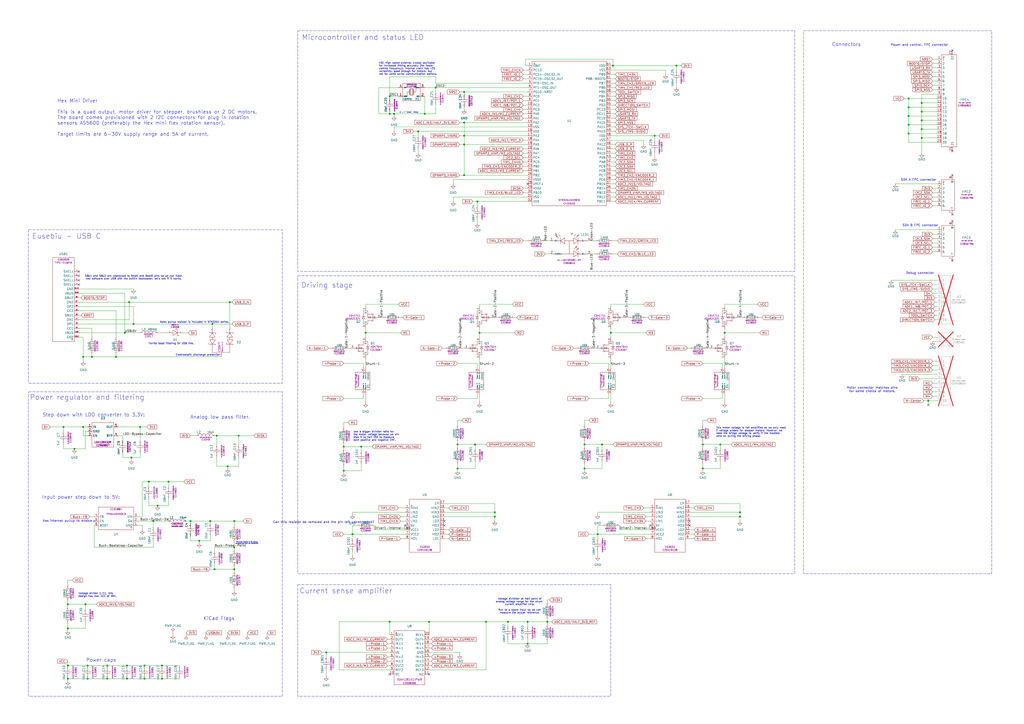
<source format=kicad_sch>
(kicad_sch (version 20250114) (generator "eeschema") (generator_version "9.0")
  (paper "A2")
  (rectangle (start 16.51 227.33) (end 163.83 403.86) (stroke (width 0) (type dash)))
  (rectangle (start 466.09 17.78) (end 575.31 332.74) (stroke (width 0) (type dash)))
  (rectangle (start 172.72 160.02) (end 461.01 332.74) (stroke (width 0) (type dash)))
  (rectangle (start 172.72 339.09) (end 354.33 403.86) (stroke (width 0) (type dash)))
  (rectangle (start 172.72 17.78) (end 461.01 157.48) (stroke (width 0) (type dash)))
  (rectangle (start 16.51 133.35) (end 163.83 222.25) (stroke (width 0) (type dash)))
  (text "Note: pullup resistor is included in STM32G4 series." (at 112.776 186.944 0) (effects (font (size 1 1))))
  (text "Hex Mini Driver\n\nThis is a quad output, motor driver for stepper, brushless or 2 DC motors.\nThe board comes provisioned with 2 I2C connectors for plug in rotation\nsensors AS5600 (preferably the Hex mini flex rotation sensor).\n\nTarget limits are 6-30V supply range and 5A of current." (at 33.274 68.326 0) (effects (font (size 2 2)) (justify left)))
  (text "Power caps" (at 58.674 383.032 0) (effects (font (size 2 2))))
  (text "Microcontroller and status LED" (at 175.006 21.844 0) (effects (font (size 3 3)) (justify left)))
  (text "Elestrostatic discharge protection" (at 114.808 205.994 0) (effects (font (size 1 1))))
  (text "Power regulator and filtering" (at 50.546 230.632 0) (effects (font (size 3 3))))
  (text "Eusebiu - USB C" (at 38.608 137.16 0) (effects (font (size 3 3))))
  (text "Voltage dividider at half point of\nanalog voltage range for the shunt \ncurrent amplifier chip.\n\nRun to a spare input so we can\nmeasure the actual reference." (at 301.498 351.536 0) (effects (font (size 1 1))))
  (text "HSE High speed external crystal oscillator\nfor increased timing accuracy (for faster\ncomms frequency). Internal clock has ~2%\nvariability, good enough for motors, but\nnot for some serial communication options." (at 219.71 39.878 0) (effects (font (size 1 1)) (justify left)))
  (text "Can this resistor be removed and the pin left unconnected?" (at 187.706 303.022 0) (effects (font (size 1.27 1.27))))
  (text "SDA B FPC connector" (at 533.908 130.81 0) (effects (font (size 1.27 1.27))))
  (text "Analog low pass filter." (at 127.762 242.062 0) (effects (font (size 2 2))))
  (text "This motor voltage is not amplified as we only need\n2 voltage probes for stepper motors. However, we\nneed the bridge voltage to verify if the mosfets\nwere on during the driving phase." (at 415.29 250.698 0) (effects (font (size 1 1)) (justify left)))
  (text "Has internal pullup to enable" (at 53.594 302.26 0) (effects (font (size 1.27 1.27)) (justify right)))
  (text "SBU1 and SBU2 are coonected to Reset and Boot0 pins so we can flash\nnew software over USB with the builtin bootloader, let's see if it works." (at 77.47 161.036 0) (effects (font (size 1 1))))
  (text "Connectors" (at 490.982 25.908 0) (effects (font (size 2 2))))
  (text "Driving stage" (at 174.752 165.608 0) (effects (font (size 3 3)) (justify left)))
  (text "SDA A FPC connector" (at 532.892 104.394 0) (effects (font (size 1.27 1.27))))
  (text "Motor connector matches pins\nfor some choice of motors." (at 505.968 226.06 0) (effects (font (size 1.27 1.27))))
  (text "Power and control, FPC connector" (at 533.4 26.162 0) (effects (font (size 1.27 1.27))))
  (text "Voltage divider 1/11, this \ndesign has max VCC of 30V." (at 45.466 345.186 0) (effects (font (size 1 1)) (justify left)))
  (text "Current sense amplifier" (at 200.66 342.9 0) (effects (font (size 3 3))))
  (text "Step down with LDO converter to 3.3V:" (at 54.356 240.792 0) (effects (font (size 2 2))))
  (text "KiCad Flags" (at 127 358.902 0) (effects (font (size 2 2))))
  (text "Ferrite bead filtering 5V USB line." (at 99.314 199.39 0) (effects (font (size 1 1))))
  (text "Debug connector" (at 533.654 158.496 0) (effects (font (size 1.27 1.27))))
  (text "This small resistor is for testing \npurposes (so says the datasheet)." (at 143.256 314.96 0) (effects (font (size 0.5 0.5))))
  (text "Use a bigger division ratio for\nthe motor voltage because we will\nbias it to half VDA to measure\nboth positive and negative EMF." (at 204.978 252.984 0) (effects (font (size 1 1)) (justify left)))
  (text "CL ~= 2 * (Cload - Cstray)" (at 237.236 65.278 0) (effects (font (size 0.5 0.5))))
  (text "Input power step down to 5V:" (at 46.99 288.544 0) (effects (font (size 2 2))))
  (junction (at 110.49 302.26))
  (junction (at 420.37 193.04))
  (junction (at 534.67 59.69))
  (junction (at 36.83 247.65))
  (junction (at 132.08 270.51))
  (junction (at 73.66 386.08))
  (junction (at 77.47 187.96))
  (junction (at 287.02 299.72))
  (junction (at 252.73 50.8))
  (junction (at 39.37 386.08))
  (junction (at 83.82 386.08))
  (junction (at 209.55 259.08))
  (junction (at 62.23 393.7))
  (junction (at 287.02 297.18))
  (junction (at 355.6 38.1))
  (junction (at 135.89 317.5))
  (junction (at 354.33 193.04))
  (junction (at 534.67 74.93))
  (junction (at 294.64 360.68))
  (junction (at 135.89 302.26))
  (junction (at 138.43 252.73))
  (junction (at 317.5 360.68))
  (junction (at 212.09 193.04))
  (junction (at 67.31 207.01))
  (junction (at 121.92 302.26))
  (junction (at 269.24 101.6))
  (junction (at 534.67 69.85))
  (junction (at 275.59 257.81))
  (junction (at 76.2 265.43))
  (junction (at 228.6 66.04))
  (junction (at 39.37 393.7))
  (junction (at 39.37 350.52))
  (junction (at 81.28 247.65))
  (junction (at 278.13 193.04))
  (junction (at 527.05 77.47))
  (junction (at 123.19 187.96))
  (junction (at 115.57 313.69))
  (junction (at 534.67 64.77))
  (junction (at 527.05 57.15))
  (junction (at 199.39 259.08))
  (junction (at 242.57 76.2))
  (junction (at 534.67 80.01))
  (junction (at 407.67 257.81))
  (junction (at 269.24 83.82))
  (junction (at 39.37 364.49))
  (junction (at 226.06 55.88))
  (junction (at 133.35 175.26))
  (junction (at 86.36 279.4))
  (junction (at 50.8 386.08))
  (junction (at 248.92 360.68))
  (junction (at 72.39 193.04))
  (junction (at 429.26 299.72))
  (junction (at 83.82 393.7))
  (junction (at 125.73 252.73))
  (junction (at 346.71 309.88))
  (junction (at 73.66 393.7))
  (junction (at 199.39 273.05))
  (junction (at 265.43 257.81))
  (junction (at 339.09 257.81))
  (junction (at 392.43 38.1))
  (junction (at 124.46 330.2))
  (junction (at 50.8 393.7))
  (junction (at 226.06 66.04))
  (junction (at 189.23 378.46))
  (junction (at 74.93 175.26))
  (junction (at 306.07 360.68))
  (junction (at 43.18 260.35))
  (junction (at 281.94 360.68))
  (junction (at 48.26 207.01))
  (junction (at 135.89 330.2))
  (junction (at 276.86 116.84))
  (junction (at 527.05 67.31))
  (junction (at 48.26 247.65))
  (junction (at 97.79 279.4))
  (junction (at 93.98 386.08))
  (junction (at 91.44 293.37))
  (junction (at 204.47 309.88))
  (junction (at 379.73 78.74))
  (junction (at 407.67 271.78))
  (junction (at 269.24 78.74))
  (junction (at 226.06 360.68))
  (junction (at 49.53 350.52))
  (junction (at 93.98 393.7))
  (junction (at 306.07 373.38))
  (junction (at 269.24 53.34))
  (junction (at 265.43 271.78))
  (junction (at 527.05 72.39))
  (junction (at 62.23 386.08))
  (junction (at 538.48 232.41))
  (junction (at 417.83 257.81))
  (junction (at 246.38 66.04))
  (junction (at 349.25 257.81))
  (junction (at 339.09 271.78))
  (junction (at 429.26 297.18))
  (junction (at 88.9 302.26))
  (junction (at 527.05 62.23))
  (junction (at 53.34 207.01))
  (junction (at 269.24 71.12))
  (no_connect (at 226.06 391.16))
  (no_connect (at 257.81 304.8))
  (no_connect (at 400.05 304.8))
  (no_connect (at 45.72 165.1))
  (no_connect (at 45.72 162.56))
  (no_connect (at 552.45 124.46))
  (no_connect (at 257.81 302.26))
  (no_connect (at 234.95 304.8))
  (no_connect (at 306.07 106.68))
  (no_connect (at 45.72 157.48))
  (no_connect (at 377.19 304.8))
  (no_connect (at 54.61 302.26))
  (no_connect (at 552.45 29.21))
  (no_connect (at 400.05 302.26))
  (no_connect (at 248.92 391.16))
  (no_connect (at 552.45 101.6))
  (no_connect (at 45.72 160.02))
  (no_connect (at 552.45 87.63))
  (no_connect (at 538.48 234.95))
  (no_connect (at 552.45 128.27))
  (no_connect (at 552.45 151.13))
  (wire (pts (xy 246.38 50.8) (xy 252.73 50.8)))
  (wire (pts (xy 54.61 304.8) (xy 54.61 317.5)))
  (wire (pts (xy 294.64 373.38) (xy 294.64 370.84)))
  (wire (pts (xy 417.83 271.78) (xy 407.67 271.78)))
  (wire (pts (xy 410.21 201.93) (xy 411.48 201.93)))
  (wire (pts (xy 356.87 111.76) (xy 354.33 111.76)))
  (wire (pts (xy 88.9 306.07) (xy 88.9 302.26)))
  (wire (pts (xy 287.02 297.18) (xy 287.02 299.72)))
  (wire (pts (xy 359.41 304.8) (xy 359.41 307.34)))
  (wire (pts (xy 316.23 147.32) (xy 318.77 147.32)))
  (wire (pts (xy 132.08 270.51) (xy 138.43 270.51)))
  (wire (pts (xy 534.67 59.69) (xy 534.67 64.77)))
  (wire (pts (xy 212.09 190.5) (xy 212.09 193.04)))
  (wire (pts (xy 45.72 175.26) (xy 74.93 175.26)))
  (wire (pts (xy 86.36 281.94) (xy 86.36 279.4)))
  (wire (pts (xy 209.55 259.08) (xy 199.39 259.08)))
  (wire (pts (xy 48.26 195.58) (xy 48.26 207.01)))
  (wire (pts (xy 45.72 190.5) (xy 53.34 190.5)))
  (wire (pts (xy 354.33 190.5) (xy 354.33 193.04)))
  (wire (pts (xy 303.53 81.28) (xy 306.07 81.28)))
  (wire (pts (xy 76.2 266.7) (xy 76.2 265.43)))
  (wire (pts (xy 373.38 81.28) (xy 373.38 83.82)))
  (wire (pts (xy 201.93 245.11) (xy 199.39 245.11)))
  (wire (pts (xy 356.87 109.22) (xy 354.33 109.22)))
  (wire (pts (xy 541.02 222.25) (xy 543.56 222.25)))
  (wire (pts (xy 228.6 67.31) (xy 228.6 66.04)))
  (wire (pts (xy 260.35 294.64) (xy 257.81 294.64)))
  (wire (pts (xy 45.72 195.58) (xy 48.26 195.58)))
  (wire (pts (xy 306.07 373.38) (xy 294.64 373.38)))
  (wire (pts (xy 349.25 267.97) (xy 349.25 271.78)))
  (wire (pts (xy 341.63 231.14) (xy 353.06 231.14)))
  (wire (pts (xy 269.24 71.12) (xy 269.24 78.74)))
  (wire (pts (xy 121.92 330.2) (xy 124.46 330.2)))
  (wire (pts (xy 49.53 350.52) (xy 39.37 350.52)))
  (wire (pts (xy 55.88 350.52) (xy 49.53 350.52)))
  (wire (pts (xy 543.56 72.39) (xy 527.05 72.39)))
  (wire (pts (xy 543.56 177.8) (xy 542.29 177.8)))
  (wire (pts (xy 53.34 205.74) (xy 53.34 207.01)))
  (wire (pts (xy 81.28 262.89) (xy 81.28 265.43)))
  (wire (pts (xy 355.6 34.29) (xy 355.6 38.1)))
  (wire (pts (xy 196.85 360.68) (xy 196.85 388.62)))
  (wire (pts (xy 527.05 72.39) (xy 527.05 67.31)))
  (wire (pts (xy 374.65 302.26) (xy 377.19 302.26)))
  (wire (pts (xy 278.13 233.68) (xy 278.13 228.6)))
  (wire (pts (xy 392.43 40.64) (xy 392.43 38.1)))
  (wire (pts (xy 138.43 252.73) (xy 147.32 252.73)))
  (wire (pts (xy 262.89 104.14) (xy 306.07 104.14)))
  (wire (pts (xy 260.35 307.34) (xy 257.81 307.34)))
  (wire (pts (xy 353.06 231.14) (xy 353.06 228.6)))
  (wire (pts (xy 226.06 57.15) (xy 226.06 55.88)))
  (wire (pts (xy 407.67 273.05) (xy 407.67 271.78)))
  (wire (pts (xy 306.07 370.84) (xy 306.07 373.38)))
  (wire (pts (xy 541.02 212.09) (xy 543.56 212.09)))
  (wire (pts (xy 86.36 293.37) (xy 91.44 293.37)))
  (wire (pts (xy 82.55 279.4) (xy 82.55 299.72)))
  (wire (pts (xy 541.02 214.63) (xy 543.56 214.63)))
  (wire (pts (xy 250.19 375.92) (xy 248.92 375.92)))
  (wire (pts (xy 356.87 99.06) (xy 354.33 99.06)))
  (wire (pts (xy 210.82 213.36) (xy 210.82 210.82)))
  (wire (pts (xy 346.71 312.42) (xy 346.71 309.88)))
  (wire (pts (xy 266.7 71.12) (xy 269.24 71.12)))
  (wire (pts (xy 226.06 66.04) (xy 228.6 66.04)))
  (wire (pts (xy 49.53 250.19) (xy 49.53 260.35)))
  (wire (pts (xy 260.35 312.42) (xy 257.81 312.42)))
  (wire (pts (xy 276.86 127) (xy 276.86 129.54)))
  (wire (pts (xy 74.93 185.42) (xy 74.93 175.26)))
  (wire (pts (xy 93.98 393.7) (xy 104.14 393.7)))
  (wire (pts (xy 29.21 247.65) (xy 36.83 247.65)))
  (wire (pts (xy 303.53 40.64) (xy 306.07 40.64)))
  (wire (pts (xy 304.8 34.29) (xy 355.6 34.29)))
  (wire (pts (xy 133.35 175.26) (xy 133.35 189.23)))
  (wire (pts (xy 125.73 257.81) (xy 125.73 252.73)))
  (wire (pts (xy 303.53 86.36) (xy 306.07 86.36)))
  (wire (pts (xy 420.37 208.28) (xy 420.37 213.36)))
  (wire (pts (xy 248.92 381) (xy 250.19 381)))
  (wire (pts (xy 86.36 289.56) (xy 86.36 293.37)))
  (wire (pts (xy 201.93 201.93) (xy 203.2 201.93)))
  (wire (pts (xy 67.31 207.01) (xy 128.27 207.01)))
  (wire (pts (xy 224.79 370.84) (xy 226.06 370.84)))
  (wire (pts (xy 226.06 360.68) (xy 226.06 368.3)))
  (wire (pts (xy 36.83 260.35) (xy 43.18 260.35)))
  (wire (pts (xy 217.17 307.34) (xy 234.95 307.34)))
  (wire (pts (xy 133.35 175.26) (xy 134.62 175.26)))
  (wire (pts (xy 299.72 184.15) (xy 298.45 184.15)))
  (wire (pts (xy 228.6 66.04) (xy 246.38 66.04)))
  (wire (pts (xy 354.33 40.64) (xy 386.08 40.64)))
  (wire (pts (xy 356.87 106.68) (xy 354.33 106.68)))
  (wire (pts (xy 224.79 381) (xy 226.06 381)))
  (wire (pts (xy 317.5 360.68) (xy 317.5 359.41)))
  (wire (pts (xy 541.02 52.07) (xy 543.56 52.07)))
  (wire (pts (xy 424.18 257.81) (xy 417.83 257.81)))
  (wire (pts (xy 543.56 67.31) (xy 527.05 67.31)))
  (wire (pts (xy 276.86 231.14) (xy 276.86 228.6)))
  (wire (pts (xy 71.12 265.43) (xy 71.12 262.89)))
  (wire (pts (xy 407.67 259.08) (xy 407.67 257.81)))
  (wire (pts (xy 534.67 54.61) (xy 534.67 59.69)))
  (wire (pts (xy 306.07 360.68) (xy 306.07 363.22)))
  (wire (pts (xy 420.37 233.68) (xy 420.37 228.6)))
  (wire (pts (xy 303.53 43.18) (xy 306.07 43.18)))
  (wire (pts (xy 303.53 45.72) (xy 306.07 45.72)))
  (wire (pts (xy 260.35 309.88) (xy 257.81 309.88)))
  (wire (pts (xy 45.72 193.04) (xy 72.39 193.04)))
  (wire (pts (xy 41.91 336.55) (xy 39.37 336.55)))
  (wire (pts (xy 36.83 257.81) (xy 36.83 260.35)))
  (wire (pts (xy 355.6 257.81) (xy 349.25 257.81)))
  (wire (pts (xy 242.57 76.2) (xy 306.07 76.2)))
  (wire (pts (xy 262.89 114.3) (xy 306.07 114.3)))
  (wire (pts (xy 303.53 93.98) (xy 306.07 93.98)))
  (wire (pts (xy 232.41 302.26) (xy 234.95 302.26)))
  (wire (pts (xy 353.06 213.36) (xy 353.06 210.82)))
  (wire (pts (xy 541.02 224.79) (xy 543.56 224.79)))
  (wire (pts (xy 346.71 297.18) (xy 346.71 298.45)))
  (wire (pts (xy 346.71 304.8) (xy 346.71 309.88)))
  (wire (pts (xy 541.02 165.1) (xy 543.56 165.1)))
  (wire (pts (xy 541.02 109.22) (xy 543.56 109.22)))
  (wire (pts (xy 242.57 78.74) (xy 242.57 76.2)))
  (wire (pts (xy 400.05 292.1) (xy 429.26 292.1)))
  (wire (pts (xy 210.82 231.14) (xy 210.82 228.6)))
  (wire (pts (xy 541.02 36.83) (xy 543.56 36.83)))
  (wire (pts (xy 349.25 271.78) (xy 339.09 271.78)))
  (wire (pts (xy 252.73 50.8) (xy 306.07 50.8)))
  (wire (pts (xy 73.66 393.7) (xy 83.82 393.7)))
  (wire (pts (xy 356.87 76.2) (xy 354.33 76.2)))
  (wire (pts (xy 354.33 48.26) (xy 356.87 48.26)))
  (wire (pts (xy 332.74 201.93) (xy 334.01 201.93)))
  (wire (pts (xy 420.37 176.53) (xy 420.37 177.8)))
  (wire (pts (xy 269.24 101.6) (xy 306.07 101.6)))
  (wire (pts (xy 107.95 302.26) (xy 110.49 302.26)))
  (wire (pts (xy 527.05 67.31) (xy 527.05 62.23)))
  (wire (pts (xy 39.37 351.79) (xy 39.37 350.52)))
  (wire (pts (xy 356.87 83.82) (xy 354.33 83.82)))
  (wire (pts (xy 359.41 307.34) (xy 377.19 307.34)))
  (wire (pts (xy 419.1 213.36) (xy 419.1 210.82)))
  (wire (pts (xy 541.02 49.53) (xy 543.56 49.53)))
  (wire (pts (xy 355.6 38.1) (xy 392.43 38.1)))
  (wire (pts (xy 354.33 78.74) (xy 379.73 78.74)))
  (wire (pts (xy 81.28 247.65) (xy 85.09 247.65)))
  (wire (pts (xy 83.82 386.08) (xy 93.98 386.08)))
  (wire (pts (xy 135.89 341.63) (xy 135.89 342.9)))
  (wire (pts (xy 303.53 139.7) (xy 306.07 139.7)))
  (wire (pts (xy 392.43 48.26) (xy 392.43 50.8)))
  (wire (pts (xy 402.59 294.64) (xy 400.05 294.64)))
  (wire (pts (xy 356.87 93.98) (xy 354.33 93.98)))
  (wire (pts (xy 417.83 267.97) (xy 417.83 271.78)))
  (wire (pts (xy 407.67 243.84) (xy 407.67 246.38)))
  (wire (pts (xy 298.45 193.04) (xy 278.13 193.04)))
  (wire (pts (xy 39.37 365.76) (xy 39.37 364.49)))
  (wire (pts (xy 135.89 331.47) (xy 135.89 330.2)))
  (wire (pts (xy 49.53 250.19) (xy 50.8 250.19)))
  (wire (pts (xy 276.86 116.84) (xy 276.86 119.38)))
  (wire (pts (xy 124.46 317.5) (xy 124.46 320.04)))
  (wire (pts (xy 88.9 302.26) (xy 80.01 302.26)))
  (wire (pts (xy 97.79 293.37) (xy 97.79 289.56)))
  (wire (pts (xy 317.5 347.98) (xy 317.5 349.25)))
  (wire (pts (xy 226.06 55.88) (xy 231.14 55.88)))
  (wire (pts (xy 39.37 386.08) (xy 50.8 386.08)))
  (wire (pts (xy 222.25 184.15) (xy 220.98 184.15)))
  (wire (pts (xy 228.6 73.66) (xy 228.6 76.2)))
  (wire (pts (xy 199.39 210.82) (xy 210.82 210.82)))
  (wire (pts (xy 77.47 177.8) (xy 77.47 187.96)))
  (wire (pts (xy 275.59 267.97) (xy 275.59 271.78)))
  (wire (pts (xy 52.07 299.72) (xy 54.61 299.72)))
  (wire (pts (xy 115.57 313.69) (xy 121.92 313.69)))
  (wire (pts (xy 281.94 360.68) (xy 294.64 360.68)))
  (wire (pts (xy 269.24 53.34) (xy 306.07 53.34)))
  (wire (pts (xy 287.02 299.72) (xy 257.81 299.72)))
  (wire (pts (xy 252.73 44.45) (xy 226.06 44.45)))
  (wire (pts (xy 306.07 360.68) (xy 317.5 360.68)))
  (wire (pts (xy 541.02 138.43) (xy 543.56 138.43)))
  (wire (pts (xy 189.23 378.46) (xy 226.06 378.46)))
  (wire (pts (xy 317.5 373.38) (xy 317.5 372.11)))
  (wire (pts (xy 226.06 44.45) (xy 226.06 55.88)))
  (wire (pts (xy 430.53 184.15) (xy 429.26 184.15)))
  (wire (pts (xy 36.83 250.19) (xy 36.83 247.65)))
  (wire (pts (xy 132.08 367.03) (xy 132.08 368.3)))
  (wire (pts (xy 266.7 53.34) (xy 269.24 53.34)))
  (wire (pts (xy 189.23 388.62) (xy 189.23 392.43)))
  (wire (pts (xy 386.08 40.64) (xy 386.08 43.18)))
  (wire (pts (xy 53.34 207.01) (xy 67.31 207.01)))
  (wire (pts (xy 68.58 247.65) (xy 81.28 247.65)))
  (wire (pts (xy 356.87 96.52) (xy 354.33 96.52)))
  (wire (pts (xy 538.48 232.41) (xy 543.56 232.41)))
  (wire (pts (xy 45.72 167.64) (xy 77.47 167.64)))
  (wire (pts (xy 374.65 299.72) (xy 377.19 299.72)))
  (wire (pts (xy 524.51 57.15) (xy 527.05 57.15)))
  (wire (pts (xy 303.53 63.5) (xy 306.07 63.5)))
  (wire (pts (xy 269.24 78.74) (xy 269.24 83.82)))
  (wire (pts (xy 50.8 393.7) (xy 62.23 393.7)))
  (wire (pts (xy 356.87 86.36) (xy 354.33 86.36)))
  (wire (pts (xy 356.87 88.9) (xy 354.33 88.9)))
  (wire (pts (xy 294.64 360.68) (xy 306.07 360.68)))
  (wire (pts (xy 276.86 213.36) (xy 276.86 210.82)))
  (wire (pts (xy 303.53 109.22) (xy 306.07 109.22)))
  (wire (pts (xy 45.72 187.96) (xy 77.47 187.96)))
  (wire (pts (xy 121.92 303.53) (xy 121.92 302.26)))
  (wire (pts (xy 407.67 271.78) (xy 407.67 269.24)))
  (wire (pts (xy 402.59 312.42) (xy 400.05 312.42)))
  (wire (pts (xy 45.72 170.18) (xy 72.39 170.18)))
  (wire (pts (xy 303.53 58.42) (xy 306.07 58.42)))
  (wire (pts (xy 196.85 388.62) (xy 226.06 388.62)))
  (wire (pts (xy 339.09 259.08) (xy 339.09 257.81)))
  (wire (pts (xy 224.79 375.92) (xy 226.06 375.92)))
  (wire (pts (xy 534.67 74.93) (xy 543.56 74.93)))
  (wire (pts (xy 71.12 252.73) (xy 68.58 252.73)))
  (wire (pts (xy 303.53 60.96) (xy 306.07 60.96)))
  (wire (pts (xy 135.89 317.5) (xy 124.46 317.5)))
  (wire (pts (xy 138.43 252.73) (xy 138.43 257.81)))
  (wire (pts (xy 303.53 96.52) (xy 306.07 96.52)))
  (wire (pts (xy 356.87 114.3) (xy 354.33 114.3)))
  (wire (pts (xy 97.79 302.26) (xy 88.9 302.26)))
  (wire (pts (xy 121.92 313.69) (xy 121.92 311.15)))
  (wire (pts (xy 266.7 101.6) (xy 269.24 101.6)))
  (wire (pts (xy 429.26 302.26) (xy 429.26 299.72)))
  (wire (pts (xy 303.53 91.44) (xy 306.07 91.44)))
  (wire (pts (xy 344.17 201.93) (xy 345.44 201.93)))
  (wire (pts (xy 204.47 304.8) (xy 204.47 309.88)))
  (wire (pts (xy 97.79 279.4) (xy 97.79 281.94)))
  (wire (pts (xy 215.9 259.08) (xy 209.55 259.08)))
  (wire (pts (xy 541.02 209.55) (xy 543.56 209.55)))
  (wire (pts (xy 199.39 245.11) (xy 199.39 247.65)))
  (wire (pts (xy 125.73 270.51) (xy 132.08 270.51)))
  (wire (pts (xy 265.43 257.81) (xy 265.43 256.54)))
  (wire (pts (xy 356.87 101.6) (xy 354.33 101.6)))
  (wire (pts (xy 77.47 187.96) (xy 123.19 187.96)))
  (wire (pts (xy 267.97 201.93) (xy 269.24 201.93)))
  (wire (pts (xy 541.02 41.91) (xy 543.56 41.91)))
  (wire (pts (xy 379.73 78.74) (xy 382.27 78.74)))
  (wire (pts (xy 429.26 299.72) (xy 400.05 299.72)))
  (wire (pts (xy 275.59 271.78) (xy 265.43 271.78)))
  (wire (pts (xy 143.51 368.3) (xy 143.51 367.03)))
  (wire (pts (xy 417.83 257.81) (xy 407.67 257.81)))
  (wire (pts (xy 269.24 54.61) (xy 269.24 53.34)))
  (wire (pts (xy 527.05 62.23) (xy 527.05 57.15)))
  (wire (pts (xy 45.72 177.8) (xy 77.47 177.8)))
  (wire (pts (xy 349.25 257.81) (xy 349.25 260.35)))
  (wire (pts (xy 45.72 185.42) (xy 74.93 185.42)))
  (wire (pts (xy 364.49 184.15) (xy 363.22 184.15)))
  (wire (pts (xy 209.55 259.08) (xy 209.55 261.62)))
  (wire (pts (xy 209.55 269.24) (xy 209.55 273.05)))
  (wire (pts (xy 232.41 312.42) (xy 234.95 312.42)))
  (wire (pts (xy 398.78 201.93) (xy 400.05 201.93)))
  (wire (pts (xy 379.73 88.9) (xy 379.73 91.44)))
  (wire (pts (xy 356.87 73.66) (xy 354.33 73.66)))
  (wire (pts (xy 248.92 360.68) (xy 281.94 360.68)))
  (wire (pts (xy 541.02 198.12) (xy 543.56 198.12)))
  (wire (pts (xy 252.73 48.26) (xy 252.73 44.45)))
  (wire (pts (xy 354.33 176.53) (xy 354.33 177.8)))
  (wire (pts (xy 240.03 76.2) (xy 242.57 76.2)))
  (wire (pts (xy 541.02 140.97) (xy 543.56 140.97)))
  (wire (pts (xy 294.64 363.22) (xy 294.64 360.68)))
  (wire (pts (xy 541.02 227.33) (xy 543.56 227.33)))
  (wire (pts (xy 93.98 386.08) (xy 104.14 386.08)))
  (wire (pts (xy 49.53 360.68) (xy 49.53 364.49)))
  (wire (pts (xy 303.53 111.76) (xy 306.07 111.76)))
  (wire (pts (xy 269.24 83.82) (xy 306.07 83.82)))
  (wire (pts (xy 62.23 386.08) (xy 73.66 386.08)))
  (wire (pts (xy 39.37 394.97) (xy 39.37 393.7)))
  (wire (pts (xy 440.69 193.04) (xy 420.37 193.04)))
  (wire (pts (xy 356.87 63.5) (xy 354.33 63.5)))
  (wire (pts (xy 67.31 205.74) (xy 67.31 207.01)))
  (wire (pts (xy 189.23 381) (xy 189.23 378.46)))
  (wire (pts (xy 349.25 257.81) (xy 339.09 257.81)))
  (wire (pts (xy 356.87 58.42) (xy 354.33 58.42)))
  (wire (pts (xy 519.43 106.68) (xy 543.56 106.68)))
  (wire (pts (xy 417.83 257.81) (xy 417.83 260.35)))
  (wire (pts (xy 252.73 66.04) (xy 252.73 60.96)))
  (wire (pts (xy 354.33 38.1) (xy 355.6 38.1)))
  (wire (pts (xy 121.92 302.26) (xy 135.89 302.26)))
  (wire (pts (xy 110.49 252.73) (xy 114.3 252.73)))
  (wire (pts (xy 519.43 133.35) (xy 543.56 133.35)))
  (wire (pts (xy 154.94 368.3) (xy 154.94 367.03)))
  (wire (pts (xy 224.79 386.08) (xy 226.06 386.08)))
  (wire (pts (xy 248.92 360.68) (xy 248.92 368.3)))
  (wire (pts (xy 83.82 393.7) (xy 93.98 393.7)))
  (wire (pts (xy 543.56 180.34) (xy 542.29 180.34)))
  (wire (pts (xy 400.05 297.18) (xy 429.26 297.18)))
  (wire (pts (xy 407.67 231.14) (xy 419.1 231.14)))
  (wire (pts (xy 402.59 307.34) (xy 400.05 307.34)))
  (wire (pts (xy 303.53 55.88) (xy 306.07 55.88)))
  (wire (pts (xy 374.65 312.42) (xy 377.19 312.42)))
  (wire (pts (xy 534.67 74.93) (xy 534.67 80.01)))
  (wire (pts (xy 534.67 64.77) (xy 534.67 69.85)))
  (wire (pts (xy 516.89 162.56) (xy 543.56 162.56)))
  (wire (pts (xy 248.92 388.62) (xy 281.94 388.62)))
  (wire (pts (xy 212.09 176.53) (xy 212.09 177.8)))
  (wire (pts (xy 135.89 330.2) (xy 135.89 328.93)))
  (wire (pts (xy 356.87 68.58) (xy 354.33 68.58)))
  (wire (pts (xy 199.39 309.88) (xy 204.47 309.88)))
  (wire (pts (xy 356.87 116.84) (xy 354.33 116.84)))
  (wire (pts (xy 265.43 210.82) (xy 276.86 210.82)))
  (wire (pts (xy 124.46 327.66) (xy 124.46 330.2)))
  (wire (pts (xy 125.73 265.43) (xy 125.73 270.51)))
  (wire (pts (xy 115.57 314.96) (xy 115.57 313.69)))
  (wire (pts (xy 534.67 80.01) (xy 543.56 80.01)))
  (wire (pts (xy 135.89 302.26) (xy 140.97 302.26)))
  (wire (pts (xy 217.17 304.8) (xy 217.17 307.34)))
  (wire (pts (xy 356.87 53.34) (xy 354.33 53.34)))
  (wire (pts (xy 39.37 393.7) (xy 50.8 393.7)))
  (wire (pts (xy 86.36 279.4) (xy 97.79 279.4)))
  (wire (pts (xy 538.48 232.41) (xy 538.48 234.95)))
  (wire (pts (xy 74.93 175.26) (xy 133.35 175.26)))
  (wire (pts (xy 67.31 195.58) (xy 67.31 180.34)))
  (wire (pts (xy 429.26 292.1) (xy 429.26 297.18)))
  (wire (pts (xy 265.43 271.78) (xy 265.43 269.24)))
  (wire (pts (xy 356.87 45.72) (xy 354.33 45.72)))
  (wire (pts (xy 281.94 257.81) (xy 275.59 257.81)))
  (wire (pts (xy 354.33 208.28) (xy 354.33 213.36)))
  (wire (pts (xy 356.87 60.96) (xy 354.33 60.96)))
  (wire (pts (xy 212.09 208.28) (xy 212.09 213.36)))
  (wire (pts (xy 278.13 208.28) (xy 278.13 213.36)))
  (wire (pts (xy 317.5 360.68) (xy 320.04 360.68)))
  (wire (pts (xy 110.49 313.69) (xy 110.49 311.15)))
  (wire (pts (xy 541.02 44.45) (xy 543.56 44.45)))
  (wire (pts (xy 199.39 259.08) (xy 199.39 257.81)))
  (wire (pts (xy 373.38 176.53) (xy 354.33 176.53)))
  (wire (pts (xy 119.38 367.03) (xy 119.38 368.3)))
  (wire (pts (xy 356.87 50.8) (xy 354.33 50.8)))
  (wire (pts (xy 257.81 292.1) (xy 287.02 292.1)))
  (wire (pts (xy 533.4 219.71) (xy 543.56 219.71)))
  (wire (pts (xy 43.18 260.35) (xy 49.53 260.35)))
  (wire (pts (xy 39.37 383.54) (xy 39.37 386.08)))
  (wire (pts (xy 266.7 378.46) (xy 248.92 378.46)))
  (wire (pts (xy 275.59 257.81) (xy 275.59 260.35)))
  (wire (pts (xy 303.53 99.06) (xy 306.07 99.06)))
  (wire (pts (xy 250.19 386.08) (xy 248.92 386.08)))
  (wire (pts (xy 541.02 39.37) (xy 543.56 39.37)))
  (wire (pts (xy 91.44 293.37) (xy 97.79 293.37)))
  (wire (pts (xy 392.43 38.1) (xy 394.97 38.1)))
  (wire (pts (xy 274.32 116.84) (xy 276.86 116.84)))
  (wire (pts (xy 543.56 62.23) (xy 527.05 62.23)))
  (wire (pts (xy 419.1 231.14) (xy 419.1 228.6)))
  (wire (pts (xy 266.7 78.74) (xy 269.24 78.74)))
  (wire (pts (xy 534.67 59.69) (xy 543.56 59.69)))
  (wire (pts (xy 541.02 114.3) (xy 543.56 114.3)))
  (wire (pts (xy 527.05 57.15) (xy 543.56 57.15)))
  (wire (pts (xy 49.53 350.52) (xy 49.53 353.06)))
  (wire (pts (xy 228.6 73.66) (xy 306.07 73.66)))
  (wire (pts (xy 54.61 317.5) (xy 88.9 317.5)))
  (wire (pts (xy 541.02 34.29) (xy 543.56 34.29)))
  (wire (pts (xy 318.77 347.98) (xy 317.5 347.98)))
  (wire (pts (xy 124.46 252.73) (xy 125.73 252.73)))
  (wire (pts (xy 250.19 373.38) (xy 248.92 373.38)))
  (wire (pts (xy 346.71 309.88) (xy 377.19 309.88)))
  (wire (pts (xy 226.06 360.68) (xy 248.92 360.68)))
  (wire (pts (xy 123.19 187.96) (xy 134.62 187.96)))
  (wire (pts (xy 527.05 77.47) (xy 527.05 72.39)))
  (wire (pts (xy 207.01 304.8) (xy 204.47 304.8)))
  (wire (pts (xy 232.41 299.72) (xy 234.95 299.72)))
  (wire (pts (xy 209.55 273.05) (xy 199.39 273.05)))
  (wire (pts (xy 199.39 273.05) (xy 199.39 270.51)))
  (wire (pts (xy 269.24 78.74) (xy 306.07 78.74)))
  (wire (pts (xy 356.87 104.14) (xy 354.33 104.14)))
  (wire (pts (xy 358.14 139.7) (xy 355.6 139.7)))
  (wire (pts (xy 543.56 82.55) (xy 527.05 82.55)))
  (wire (pts (xy 407.67 210.82) (xy 419.1 210.82)))
  (wire (pts (xy 543.56 175.26) (xy 542.29 175.26)))
  (wire (pts (xy 541.02 116.84) (xy 543.56 116.84)))
  (wire (pts (xy 50.8 252.73) (xy 48.26 252.73)))
  (wire (pts (xy 82.55 299.72) (xy 80.01 299.72)))
  (wire (pts (xy 256.54 201.93) (xy 257.81 201.93)))
  (wire (pts (xy 252.73 48.26) (xy 306.07 48.26)))
  (wire (pts (xy 110.49 313.69) (xy 115.57 313.69)))
  (wire (pts (xy 379.73 81.28) (xy 379.73 78.74)))
  (wire (pts (xy 346.71 320.04) (xy 346.71 322.58)))
  (wire (pts (xy 48.26 207.01) (xy 53.34 207.01)))
  (wire (pts (xy 265.43 259.08) (xy 265.43 257.81)))
  (wire (pts (xy 278.13 190.5) (xy 278.13 193.04)))
  (wire (pts (xy 125.73 252.73) (xy 138.43 252.73)))
  (wire (pts (xy 110.49 303.53) (xy 110.49 302.26)))
  (wire (pts (xy 262.89 104.14) (xy 262.89 106.68)))
  (wire (pts (xy 100.33 367.03) (xy 100.33 368.3)))
  (wire (pts (xy 278.13 176.53) (xy 278.13 177.8)))
  (wire (pts (xy 523.24 217.17) (xy 543.56 217.17)))
  (wire (pts (xy 231.14 176.53) (xy 212.09 176.53)))
  (wire (pts (xy 219.71 50.8) (xy 219.71 66.04)))
  (wire (pts (xy 232.41 193.04) (xy 212.09 193.04)))
  (wire (pts (xy 265.43 243.84) (xy 265.43 246.38)))
  (wire (pts (xy 339.09 271.78) (xy 339.09 269.24)))
  (wire (pts (xy 199.39 231.14) (xy 210.82 231.14)))
  (wire (pts (xy 199.39 274.32) (xy 199.39 273.05)))
  (wire (pts (xy 248.92 383.54) (xy 250.19 383.54)))
  (wire (pts (xy 317.5 361.95) (xy 317.5 360.68)))
  (wire (pts (xy 543.56 54.61) (xy 534.67 54.61)))
  (wire (pts (xy 252.73 53.34) (xy 252.73 50.8)))
  (wire (pts (xy 541.02 146.05) (xy 543.56 146.05)))
  (wire (pts (xy 420.37 193.04) (xy 420.37 195.58)))
  (wire (pts (xy 48.26 252.73) (xy 48.26 247.65)))
  (wire (pts (xy 135.89 314.96) (xy 135.89 317.5)))
  (wire (pts (xy 72.39 193.04) (xy 81.28 193.04)))
  (wire (pts (xy 356.87 91.44) (xy 354.33 91.44)))
  (wire (pts (xy 226.06 64.77) (xy 226.06 66.04)))
  (wire (pts (xy 316.23 139.7) (xy 318.77 139.7)))
  (wire (pts (xy 341.63 243.84) (xy 339.09 243.84)))
  (wire (pts (xy 190.5 201.93) (xy 191.77 201.93)))
  (wire (pts (xy 407.67 257.81) (xy 407.67 256.54)))
  (wire (pts (xy 82.55 279.4) (xy 86.36 279.4)))
  (wire (pts (xy 212.09 233.68) (xy 212.09 228.6)))
  (wire (pts (xy 49.53 364.49) (xy 39.37 364.49)))
  (wire (pts (xy 342.9 139.7) (xy 345.44 139.7)))
  (wire (pts (xy 275.59 257.81) (xy 265.43 257.81)))
  (wire (pts (xy 288.29 184.15) (xy 287.02 184.15)))
  (wire (pts (xy 73.66 386.08) (xy 83.82 386.08)))
  (wire (pts (xy 76.2 265.43) (xy 81.28 265.43)))
  (wire (pts (xy 402.59 309.88) (xy 400.05 309.88)))
  (wire (pts (xy 204.47 312.42) (xy 204.47 309.88)))
  (wire (pts (xy 39.37 336.55) (xy 39.37 339.09)))
  (wire (pts (xy 212.09 193.04) (xy 212.09 195.58)))
  (wire (pts (xy 276.86 116.84) (xy 306.07 116.84)))
  (wire (pts (xy 541.02 135.89) (xy 543.56 135.89)))
  (wire (pts (xy 39.37 350.52) (xy 39.37 349.25)))
  (wire (pts (xy 138.43 270.51) (xy 138.43 265.43)))
  (wire (pts (xy 375.92 184.15) (xy 374.65 184.15)))
  (wire (pts (xy 82.55 304.8) (xy 80.01 304.8)))
  (wire (pts (xy 541.02 170.18) (xy 543.56 170.18)))
  (wire (pts (xy 67.31 180.34) (xy 45.72 180.34)))
  (wire (pts (xy 356.87 71.12) (xy 354.33 71.12)))
  (wire (pts (xy 107.95 367.03) (xy 107.95 368.3)))
  (wire (pts (xy 339.09 257.81) (xy 339.09 256.54)))
  (wire (pts (xy 135.89 318.77) (xy 135.89 317.5)))
  (wire (pts (xy 50.8 386.08) (xy 62.23 386.08)))
  (wire (pts (xy 124.46 330.2) (xy 135.89 330.2)))
  (wire (pts (xy 62.23 393.7) (xy 73.66 393.7)))
  (wire (pts (xy 377.19 297.18) (xy 346.71 297.18)))
  (wire (pts (xy 356.87 66.04) (xy 354.33 66.04)))
  (wire (pts (xy 297.18 176.53) (xy 278.13 176.53)))
  (wire (pts (xy 339.09 273.05) (xy 339.09 271.78)))
  (wire (pts (xy 356.87 43.18) (xy 354.33 43.18)))
  (wire (pts (xy 71.12 255.27) (xy 71.12 252.73)))
  (wire (pts (xy 204.47 320.04) (xy 204.47 322.58)))
  (wire (pts (xy 534.67 64.77) (xy 543.56 64.77)))
  (wire (pts (xy 541.02 46.99) (xy 543.56 46.99)))
  (wire (pts (xy 53.34 190.5) (xy 53.34 195.58)))
  (wire (pts (xy 373.38 294.64) (xy 377.19 294.64)))
  (wire (pts (xy 543.56 77.47) (xy 527.05 77.47)))
  (wire (pts (xy 339.09 243.84) (xy 339.09 246.38)))
  (wire (pts (xy 269.24 71.12) (xy 306.07 71.12)))
  (wire (pts (xy 278.13 193.04) (xy 278.13 195.58)))
  (wire (pts (xy 303.53 88.9) (xy 306.07 88.9)))
  (wire (pts (xy 303.53 66.04) (xy 306.07 66.04)))
  (wire (pts (xy 123.19 187.96) (xy 123.19 189.23)))
  (wire (pts (xy 48.26 247.65) (xy 50.8 247.65)))
  (wire (pts (xy 266.7 379.73) (xy 266.7 378.46)))
  (wire (pts (xy 39.37 364.49) (xy 39.37 361.95)))
  (wire (pts (xy 204.47 297.18) (xy 204.47 298.45)))
  (wire (pts (xy 135.89 304.8) (xy 135.89 302.26)))
  (wire (pts (xy 303.53 68.58) (xy 306.07 68.58)))
  (wire (pts (xy 224.79 383.54) (xy 226.06 383.54)))
  (wire (pts (xy 265.43 231.14) (xy 276.86 231.14)))
  (wire (pts (xy 71.12 265.43) (xy 76.2 265.43)))
  (wire (pts (xy 541.02 229.87) (xy 543.56 229.87)))
  (wire (pts (xy 358.14 147.32) (xy 355.6 147.32)))
  (wire (pts (xy 356.87 55.88) (xy 354.33 55.88)))
  (wire (pts (xy 429.26 297.18) (xy 429.26 299.72)))
  (wire (pts (xy 534.67 69.85) (xy 534.67 74.93)))
  (wire (pts (xy 36.83 247.65) (xy 48.26 247.65)))
  (wire (pts (xy 110.49 302.26) (xy 121.92 302.26)))
  (wire (pts (xy 219.71 66.04) (xy 226.06 66.04)))
  (wire (pts (xy 81.28 255.27) (xy 81.28 247.65)))
  (wire (pts (xy 541.02 167.64) (xy 543.56 167.64)))
  (wire (pts (xy 541.02 111.76) (xy 543.56 111.76)))
  (wire (pts (xy 97.79 279.4) (xy 106.68 279.4)))
  (wire (pts (xy 246.38 55.88) (xy 246.38 66.04)))
  (wire (pts (xy 543.56 185.42) (xy 542.29 185.42)))
  (wire (pts (xy 541.02 119.38) (xy 543.56 119.38)))
  (wire (pts (xy 231.14 294.64) (xy 234.95 294.64)))
  (wire (pts (xy 342.9 147.32) (xy 345.44 147.32)))
  (wire (pts (xy 354.33 233.68) (xy 354.33 228.6)))
  (wire (pts (xy 46.99 172.72) (xy 45.72 172.72)))
  (wire (pts (xy 91.44 193.04) (xy 96.52 193.04)))
  (wire (pts (xy 306.07 38.1) (xy 304.8 38.1)))
  (wire (pts (xy 374.65 193.04) (xy 354.33 193.04)))
  (wire (pts (xy 341.63 210.82) (xy 353.06 210.82)))
  (wire (pts (xy 199.39 260.35) (xy 199.39 259.08)))
  (wire (pts (xy 543.56 172.72) (xy 542.29 172.72)))
  (wire (pts (xy 186.69 378.46) (xy 189.23 378.46)))
  (wire (pts (xy 262.89 114.3) (xy 262.89 116.84)))
  (wire (pts (xy 269.24 63.5) (xy 269.24 62.23)))
  (wire (pts (xy 439.42 176.53) (xy 420.37 176.53)))
  (wire (pts (xy 354.33 193.04) (xy 354.33 195.58)))
  (wire (pts (xy 527.05 82.55) (xy 527.05 77.47)))
  (wire (pts (xy 72.39 170.18) (xy 72.39 193.04)))
  (wire (pts (xy 46.99 182.88) (xy 45.72 182.88)))
  (wire (pts (xy 341.63 309.88) (xy 346.71 309.88)))
  (wire (pts (xy 535.94 232.41) (xy 538.48 232.41)))
  (wire (pts (xy 82.55 307.34) (xy 82.55 304.8)))
  (wire (pts (xy 541.02 195.58) (xy 543.56 195.58)))
  (wire (pts (xy 441.96 184.15) (xy 440.69 184.15)))
  (wire (pts (xy 246.38 66.04) (xy 252.73 66.04)))
  (wire (pts (xy 281.94 360.68) (xy 281.94 388.62)))
  (wire (pts (xy 354.33 81.28) (xy 373.38 81.28)))
  (wire (pts (xy 231.14 50.8) (xy 219.71 50.8)))
  (wire (pts (xy 204.47 309.88) (xy 234.95 309.88)))
  (wire (pts (xy 224.79 373.38) (xy 226.06 373.38)))
  (wire (pts (xy 196.85 360.68) (xy 226.06 360.68)))
  (wire (pts (xy 349.25 304.8) (xy 346.71 304.8)))
  (wire (pts (xy 410.21 243.84) (xy 407.67 243.84)))
  (wire (pts (xy 534.67 80.01) (xy 534.67 88.9)))
  (wire (pts (xy 88.9 313.69) (xy 88.9 317.5)))
  (wire (pts (xy 48.26 207.01) (xy 48.26 209.55)))
  (wire (pts (xy 543.56 182.88) (xy 542.29 182.88)))
  (wire (pts (xy 534.67 69.85) (xy 543.56 69.85)))
  (wire (pts (xy 420.37 190.5) (xy 420.37 193.04)))
  (wire (pts (xy 541.02 143.51) (xy 543.56 143.51)))
  (wire (pts (xy 287.02 302.26) (xy 287.02 299.72)))
  (wire (pts (xy 106.68 193.04) (xy 109.22 193.04)))
  (wire (pts (xy 242.57 86.36) (xy 242.57 88.9)))
  (wire (pts (xy 269.24 83.82) (xy 269.24 101.6)))
  (wire (pts (xy 257.81 297.18) (xy 287.02 297.18)))
  (wire (pts (xy 265.43 273.05) (xy 265.43 271.78)))
  (wire (pts (xy 132.08 271.78) (xy 132.08 270.51)))
  (wire (pts (xy 250.19 370.84) (xy 248.92 370.84)))
  (wire (pts (xy 304.8 38.1) (xy 304.8 34.29)))
  (wire (pts (xy 306.07 373.38) (xy 317.5 373.38)))
  (wire (pts (xy 233.68 184.15) (xy 232.41 184.15)))
  (wire (pts (xy 267.97 243.84) (xy 265.43 243.84)))
  (wire (pts (xy 266.7 83.82) (xy 269.24 83.82)))
  (wire (pts (xy 287.02 292.1) (xy 287.02 297.18)))
  (wire (pts (xy 234.95 297.18) (xy 204.47 297.18)))
  (label "Gate-2-Negative" (at 267.97 201.93 90))
  (label "Gate-4-Negative" (at 411.48 201.93 90))
  (label "Red-LED" (at 317.5 139.7 90))
  (label "Shunt-3" (at 354.33 212.09 0))
  (label "USB:5V" (at 72.39 193.04 0))
  (label "Shunt-2" (at 278.13 212.09 0))
  (label "Buck-Bootstrap-Capacitor" (at 57.15 317.5 0))
  (label "Gate-4-Positive" (at 430.53 184.15 90))
  (label "Gate-3-Negative" (at 345.44 201.93 90))
  (label "Blue-LED" (at 344.17 147.32 270))
  (label "Shunt-1" (at 212.09 212.09 0))
  (label "OSC1" (at 226.06 55.88 0))
  (label "Gate-3-Positive" (at 364.49 184.15 90))
  (label "OSC2" (at 252.73 50.8 0))
  (label "Driver1-internal-LDO" (at 217.17 307.34 0))
  (label "Gate-2-Positive" (at 288.29 184.15 90))
  (label "Gate-1-Positive" (at 222.25 184.15 90))
  (label "LDO-Bypass-Capacitor" (at 71.12 252.73 0))
  (label "Driver2-internal-LDO" (at 359.41 307.34 0))
  (label "Gate-1-Negative" (at 201.93 201.93 90))
  (label "Buck-Probe-Point" (at 124.46 317.5 0))
  (label "Buck-Output-SW" (at 81.28 302.26 0))
  (label "Green-LED" (at 344.17 139.7 90))
  (label "Shunt-4" (at 420.37 212.09 0))
  (global_label "SYS_JTCK-SWCLK" (shape input) (at 541.02 165.1 180) (property "Intersheetrefs" "${INTERSHEET_REFS}" (effects (hide yes))))
  (global_label "N-Gate-1" (shape input) (at 190.5 201.93 180) (property "Intersheetrefs" "${INTERSHEET_REFS}" (effects (hide yes))))
  (global_label "+Probe-3" (shape input) (at 250.19 381 0) (property "Intersheetrefs" "${INTERSHEET_REFS}" (effects (hide yes))))
  (global_label "TIM1_CH3N" (shape input) (at 356.87 43.18 0) (property "Intersheetrefs" "${INTERSHEET_REFS}" (effects (hide yes))))
  (global_label "VCC" (shape input) (at 39.37 383.54 180) (property "Intersheetrefs" "${INTERSHEET_REFS}" (effects (hide yes))))
  (global_label "ADC1_IN11{slash}M4_VOLTAGE" (shape input) (at 356.87 114.3 0) (property "Intersheetrefs" "${INTERSHEET_REFS}" (effects (hide yes))))
  (global_label "5V" (shape input) (at 29.21 247.65 180) (property "Intersheetrefs" "${INTERSHEET_REFS}" (effects (hide yes))))
  (global_label "SPI3_MISO" (shape input) (at 541.02 46.99 180) (property "Intersheetrefs" "${INTERSHEET_REFS}" (effects (hide yes))))
  (global_label "M4" (shape input) (at 440.69 193.04 0) (property "Intersheetrefs" "${INTERSHEET_REFS}" (effects (hide yes))))
  (global_label "TIM1_CH1N" (shape input) (at 232.41 302.26 180) (property "Intersheetrefs" "${INTERSHEET_REFS}" (effects (hide yes))))
  (global_label "USART3_TX" (shape input) (at 356.87 68.58 0) (property "Intersheetrefs" "${INTERSHEET_REFS}" (effects (hide yes))))
  (global_label "TIM2_CH3{slash}BLUE_LED" (shape input) (at 358.14 147.32 0) (property "Intersheetrefs" "${INTERSHEET_REFS}" (effects (hide yes))))
  (global_label "SPI3_SCK" (shape input) (at 356.87 58.42 0) (property "Intersheetrefs" "${INTERSHEET_REFS}" (effects (hide yes))))
  (global_label "SYS_JTCK-SWCLK" (shape input) (at 356.87 73.66 0) (property "Intersheetrefs" "${INTERSHEET_REFS}" (effects (hide yes))))
  (global_label "P-Gate-3" (shape input) (at 375.92 184.15 0) (property "Intersheetrefs" "${INTERSHEET_REFS}" (effects (hide yes))))
  (global_label "ADC1_IN7{slash}POT_1" (shape input) (at 542.29 175.26 180) (property "Intersheetrefs" "${INTERSHEET_REFS}" (effects (hide yes))))
  (global_label "TIM3_CH3{slash}ENCODER_3" (shape input) (at 303.53 96.52 180) (property "Intersheetrefs" "${INTERSHEET_REFS}" (effects (hide yes))))
  (global_label "ADC1_IN1{slash}M1_CURRENT" (shape input) (at 224.79 370.84 180) (property "Intersheetrefs" "${INTERSHEET_REFS}" (effects (hide yes))))
  (global_label "TIM1_CH2N" (shape input) (at 356.87 109.22 0) (property "Intersheetrefs" "${INTERSHEET_REFS}" (effects (hide yes))))
  (global_label "ADC1_IN8{slash}POT_2" (shape input) (at 303.53 60.96 180) (property "Intersheetrefs" "${INTERSHEET_REFS}" (effects (hide yes))))
  (global_label "M3" (shape input) (at 541.02 227.33 180) (property "Intersheetrefs" "${INTERSHEET_REFS}" (effects (hide yes))))
  (global_label "-Probe-4" (shape input) (at 407.67 231.14 180) (property "Intersheetrefs" "${INTERSHEET_REFS}" (effects (hide yes))))
  (global_label "USART3_TX" (shape input) (at 541.02 41.91 180) (property "Intersheetrefs" "${INTERSHEET_REFS}" (effects (hide yes))))
  (global_label "ADC1_IN11{slash}M4_VOLTAGE" (shape input) (at 424.18 257.81 0) (property "Intersheetrefs" "${INTERSHEET_REFS}" (effects (hide yes))))
  (global_label "BOOT0{slash}STOP" (shape input) (at 356.87 45.72 0) (property "Intersheetrefs" "${INTERSHEET_REFS}" (effects (hide yes))))
  (global_label "VCC" (shape input) (at 231.14 176.53 0) (property "Intersheetrefs" "${INTERSHEET_REFS}" (effects (hide yes))))
  (global_label "N-Gate-4" (shape input) (at 398.78 201.93 180) (property "Intersheetrefs" "${INTERSHEET_REFS}" (effects (hide yes))))
  (global_label "TOOL_SWITCH" (shape input) (at 356.87 53.34 0) (property "Intersheetrefs" "${INTERSHEET_REFS}" (effects (hide yes))))
  (global_label "TIM4_CH1{slash}RED_LED" (shape input) (at 356.87 50.8 0) (property "Intersheetrefs" "${INTERSHEET_REFS}" (effects (hide yes))))
  (global_label "OPAMP1_VINM0" (shape input) (at 266.7 78.74 180) (property "Intersheetrefs" "${INTERSHEET_REFS}" (effects (hide yes))))
  (global_label "TIM1_CH4" (shape input) (at 402.59 294.64 0) (property "Intersheetrefs" "${INTERSHEET_REFS}" (effects (hide yes))))
  (global_label "M3" (shape input) (at 341.63 243.84 0) (property "Intersheetrefs" "${INTERSHEET_REFS}" (effects (hide yes))))
  (global_label "ADC1_IN1{slash}M1_CURRENT" (shape input) (at 303.53 66.04 180) (property "Intersheetrefs" "${INTERSHEET_REFS}" (effects (hide yes))))
  (global_label "ADC2_IN15{slash}VOLTAGE" (shape input) (at 55.88 350.52 0) (property "Intersheetrefs" "${INTERSHEET_REFS}" (effects (hide yes))))
  (global_label "N-Gate-3" (shape input) (at 332.74 201.93 180) (property "Intersheetrefs" "${INTERSHEET_REFS}" (effects (hide yes))))
  (global_label "OPAMP2_VINM0" (shape input) (at 266.7 83.82 180) (property "Intersheetrefs" "${INTERSHEET_REFS}" (effects (hide yes))))
  (global_label "P-Gate-4" (shape input) (at 441.96 184.15 0) (property "Intersheetrefs" "${INTERSHEET_REFS}" (effects (hide yes))))
  (global_label "VCC" (shape input) (at 106.68 279.4 0) (property "Intersheetrefs" "${INTERSHEET_REFS}" (effects (hide yes))))
  (global_label "SPI3_MISO" (shape input) (at 356.87 55.88 0) (property "Intersheetrefs" "${INTERSHEET_REFS}" (effects (hide yes))))
  (global_label "SPI3_NSS" (shape input) (at 356.87 71.12 0) (property "Intersheetrefs" "${INTERSHEET_REFS}" (effects (hide yes))))
  (global_label "SYS_JTMS-SVDIO" (shape input) (at 541.02 167.64 180) (property "Intersheetrefs" "${INTERSHEET_REFS}" (effects (hide yes))))
  (global_label "TIM2_CH3{slash}BLUE_LED" (shape input) (at 303.53 111.76 180) (property "Intersheetrefs" "${INTERSHEET_REFS}" (effects (hide yes))))
  (global_label "VCC" (shape input) (at 41.91 336.55 0) (property "Intersheetrefs" "${INTERSHEET_REFS}" (effects (hide yes))))
  (global_label "I2C3_SCL" (shape input) (at 356.87 99.06 0) (property "Intersheetrefs" "${INTERSHEET_REFS}" (effects (hide yes))))
  (global_label "NRST" (shape input) (at 541.02 34.29 180) (property "Intersheetrefs" "${INTERSHEET_REFS}" (effects (hide yes))))
  (global_label "ADC1_IN12{slash}M3_CURRENT" (shape input) (at 303.53 99.06 180) (property "Intersheetrefs" "${INTERSHEET_REFS}" (effects (hide yes))))
  (global_label "M3" (shape input) (at 374.65 193.04 0) (property "Intersheetrefs" "${INTERSHEET_REFS}" (effects (hide yes))))
  (global_label "I2C3_SDA" (shape input) (at 541.02 138.43 180) (property "Intersheetrefs" "${INTERSHEET_REFS}" (effects (hide yes))))
  (global_label "M1" (shape input) (at 232.41 193.04 0) (property "Intersheetrefs" "${INTERSHEET_REFS}" (effects (hide yes))))
  (global_label "3V3" (shape input) (at 110.49 252.73 180) (property "Intersheetrefs" "${INTERSHEET_REFS}" (effects (hide yes))))
  (global_label "3V3A" (shape input) (at 132.08 367.03 0) (property "Intersheetrefs" "${INTERSHEET_REFS}" (effects (hide yes))))
  (global_label "M-Center" (shape input) (at 535.94 232.41 180) (property "Intersheetrefs" "${INTERSHEET_REFS}" (effects (hide yes))))
  (global_label "3V3" (shape input) (at 541.02 109.22 180) (property "Intersheetrefs" "${INTERSHEET_REFS}" (effects (hide yes))))
  (global_label "Buck-FB" (shape input) (at 121.92 330.2 180) (property "Intersheetrefs" "${INTERSHEET_REFS}" (effects (hide yes))))
  (global_label "OPAMP2_VINP{slash}M2_VOLTAGE" (shape input) (at 281.94 257.81 0) (property "Intersheetrefs" "${INTERSHEET_REFS}" (effects (hide yes))))
  (global_label "VCC" (shape input) (at 341.63 309.88 180) (property "Intersheetrefs" "${INTERSHEET_REFS}" (effects (hide yes))))
  (global_label "N-Gate-3" (shape input) (at 402.59 312.42 0) (property "Intersheetrefs" "${INTERSHEET_REFS}" (effects (hide yes))))
  (global_label "VCC" (shape input) (at 199.39 309.88 180) (property "Intersheetrefs" "${INTERSHEET_REFS}" (effects (hide yes))))
  (global_label "3V3" (shape input) (at 107.95 367.03 0) (property "Intersheetrefs" "${INTERSHEET_REFS}" (effects (hide yes))))
  (global_label "VCC" (shape input) (at 541.02 195.58 180) (property "Intersheetrefs" "${INTERSHEET_REFS}" (effects (hide yes))))
  (global_label "-Probe-2" (shape input) (at 265.43 231.14 180) (property "Intersheetrefs" "${INTERSHEET_REFS}" (effects (hide yes))))
  (global_label "P-Gate-1" (shape input) (at 232.41 312.42 180) (property "Intersheetrefs" "${INTERSHEET_REFS}" (effects (hide yes))))
  (global_label "TIM1_CH2N" (shape input) (at 232.41 299.72 180) (property "Intersheetrefs" "${INTERSHEET_REFS}" (effects (hide yes))))
  (global_label "3V3" (shape input) (at 316.23 147.32 180) (property "Intersheetrefs" "${INTERSHEET_REFS}" (effects (hide yes))))
  (global_label "3V3" (shape input) (at 541.02 135.89 180) (property "Intersheetrefs" "${INTERSHEET_REFS}" (effects (hide yes))))
  (global_label "OPAMP3_VINP{slash}M3_VOLTAGE" (shape input) (at 355.6 257.81 0) (property "Intersheetrefs" "${INTERSHEET_REFS}" (effects (hide yes))))
  (global_label "ADC2_IN15{slash}VOLTAGE" (shape input) (at 356.87 106.68 0) (property "Intersheetrefs" "${INTERSHEET_REFS}" (effects (hide yes))))
  (global_label "N-Gate-4" (shape input) (at 402.59 307.34 0) (property "Intersheetrefs" "${INTERSHEET_REFS}" (effects (hide yes))))
  (global_label "VCC" (shape input) (at 439.42 176.53 0) (property "Intersheetrefs" "${INTERSHEET_REFS}" (effects (hide yes))))
  (global_label "USB_D_N" (shape input) (at 134.62 175.26 0) (property "Intersheetrefs" "${INTERSHEET_REFS}" (effects (hide yes))))
  (global_label "ADC2_IN3{slash}M2_CURRENT" (shape input) (at 224.79 386.08 180) (property "Intersheetrefs" "${INTERSHEET_REFS}" (effects (hide yes))))
  (global_label "3V3" (shape input) (at 533.4 219.71 180) (property "Intersheetrefs" "${INTERSHEET_REFS}" (effects (hide yes))))
  (global_label "M1" (shape input) (at 541.02 222.25 180) (property "Intersheetrefs" "${INTERSHEET_REFS}" (effects (hide yes))))
  (global_label "VCC" (shape input) (at 143.51 367.03 0) (property "Intersheetrefs" "${INTERSHEET_REFS}" (effects (hide yes))))
  (global_label "3V3" (shape input) (at 186.69 378.46 180) (property "Intersheetrefs" "${INTERSHEET_REFS}" (effects (hide yes))))
  (global_label "I2C3_SCL" (shape input) (at 541.02 140.97 180) (property "Intersheetrefs" "${INTERSHEET_REFS}" (effects (hide yes))))
  (global_label "DIRECTION_SWITCH" (shape input) (at 356.87 60.96 0) (property "Intersheetrefs" "${INTERSHEET_REFS}" (effects (hide yes))))
  (global_label "OPAMP2_VINP{slash}M2_VOLTAGE" (shape input) (at 303.53 88.9 180) (property "Intersheetrefs" "${INTERSHEET_REFS}" (effects (hide yes))))
  (global_label "TIM3_CH1{slash}ENCODER_1" (shape input) (at 356.87 104.14 0) (property "Intersheetrefs" "${INTERSHEET_REFS}" (effects (hide yes))))
  (global_label "FREE_IO_1" (shape input) (at 541.02 116.84 180) (property "Intersheetrefs" "${INTERSHEET_REFS}" (effects (hide yes))))
  (global_label "3V3A" (shape input) (at 318.77 347.98 0) (property "Intersheetrefs" "${INTERSHEET_REFS}" (effects (hide yes))))
  (global_label "USB_D_P" (shape input) (at 134.62 187.96 0) (property "Intersheetrefs" "${INTERSHEET_REFS}" (effects (hide yes))))
  (global_label "P-Gate-2" (shape input) (at 260.35 309.88 0) (property "Intersheetrefs" "${INTERSHEET_REFS}" (effects (hide yes))))
  (global_label "5V" (shape input) (at 140.97 302.26 0) (property "Intersheetrefs" "${INTERSHEET_REFS}" (effects (hide yes))))
  (global_label "TIM3_CH1{slash}ENCODER_1" (shape input) (at 541.02 209.55 180) (property "Intersheetrefs" "${INTERSHEET_REFS}" (effects (hide yes))))
  (global_label "TIM1_CH3" (shape input) (at 356.87 88.9 0) (property "Intersheetrefs" "${INTERSHEET_REFS}" (effects (hide yes))))
  (global_label "P-Gate-1" (shape input) (at 233.68 184.15 0) (property "Intersheetrefs" "${INTERSHEET_REFS}" (effects (hide yes))))
  (global_label "P-Gate-3" (shape input) (at 374.65 312.42 180) (property "Intersheetrefs" "${INTERSHEET_REFS}" (effects (hide yes))))
  (global_label "ADC1_IN12{slash}M3_CURRENT" (shape input) (at 250.19 386.08 0) (property "Intersheetrefs" "${INTERSHEET_REFS}" (effects (hide yes))))
  (global_label "ADC2_IN14{slash}M4_CURRENT" (shape input) (at 250.19 370.84 0) (property "Intersheetrefs" "${INTERSHEET_REFS}" (effects (hide yes))))
  (global_label "DIRECTION_SWITCH" (shape input) (at 542.29 185.42 180) (property "Intersheetrefs" "${INTERSHEET_REFS}" (effects (hide yes))))
  (global_label "3V3" (shape input) (at 542.29 172.72 180) (property "Intersheetrefs" "${INTERSHEET_REFS}" (effects (hide yes))))
  (global_label "5V" (shape input) (at 541.02 170.18 180) (property "Intersheetrefs" "${INTERSHEET_REFS}" (effects (hide yes))))
  (global_label "TIM1_CH4N" (shape input) (at 303.53 93.98 180) (property "Intersheetrefs" "${INTERSHEET_REFS}" (effects (hide yes))))
  (global_label "ADC1_IN3{slash}HALF_3V3_REF" (shape input) (at 266.7 71.12 180) (property "Intersheetrefs" "${INTERSHEET_REFS}" (effects (hide yes))))
  (global_label "SPI3_MOSI" (shape input) (at 356.87 63.5 0) (property "Intersheetrefs" "${INTERSHEET_REFS}" (effects (hide yes))))
  (global_label "TIM1_CH4" (shape input) (at 303.53 63.5 180) (property "Intersheetrefs" "${INTERSHEET_REFS}" (effects (hide yes))))
  (global_label "ADC1_IN8{slash}POT_2" (shape input) (at 542.29 177.8 180) (property "Intersheetrefs" "${INTERSHEET_REFS}" (effects (hide yes))))
  (global_label "-Probe-1" (shape input) (at 224.79 373.38 180) (property "Intersheetrefs" "${INTERSHEET_REFS}" (effects (hide yes))))
  (global_label "N-Gate-1" (shape input) (at 260.35 312.42 0) (property "Intersheetrefs" "${INTERSHEET_REFS}" (effects (hide yes))))
  (global_label "3V3" (shape input) (at 85.09 247.65 0) (property "Intersheetrefs" "${INTERSHEET_REFS}" (effects (hide yes))))
  (global_label "N-Gate-2" (shape input) (at 260.35 307.34 0) (property "Intersheetrefs" "${INTERSHEET_REFS}" (effects (hide yes))))
  (global_label "VCC" (shape input) (at 524.51 57.15 180) (property "Intersheetrefs" "${INTERSHEET_REFS}" (effects (hide yes))))
  (global_label "VCC" (shape input) (at 297.18 176.53 0) (property "Intersheetrefs" "${INTERSHEET_REFS}" (effects (hide yes))))
  (global_label "+Probe-4" (shape input) (at 250.19 375.92 0) (property "Intersheetrefs" "${INTERSHEET_REFS}" (effects (hide yes))))
  (global_label "OPAMP3_VINP{slash}M3_VOLTAGE" (shape input) (at 356.87 111.76 0) (property "Intersheetrefs" "${INTERSHEET_REFS}" (effects (hide yes))))
  (global_label "NRST" (shape input) (at 266.7 53.34 180) (property "Intersheetrefs" "${INTERSHEET_REFS}" (effects (hide yes))))
  (global_label "TIM1_CH1" (shape input) (at 231.14 294.64 180) (property "Intersheetrefs" "${INTERSHEET_REFS}" (effects (hide yes))))
  (global_label "TIM3_CH2{slash}ENCODER_2" (shape input) (at 356.87 101.6 0) (property "Intersheetrefs" "${INTERSHEET_REFS}" (effects (hide yes))))
  (global_label "SPI3_SCK" (shape input) (at 541.02 49.53 180) (property "Intersheetrefs" "${INTERSHEET_REFS}" (effects (hide yes))))
  (global_label "N-Gate-2" (shape input) (at 256.54 201.93 180) (property "Intersheetrefs" "${INTERSHEET_REFS}" (effects (hide yes))))
  (global_label "FREE_IO_2" (shape input) (at 303.53 45.72 180) (property "Intersheetrefs" "${INTERSHEET_REFS}" (effects (hide yes))))
  (global_label "P-Gate-4" (shape input) (at 402.59 309.88 0) (property "Intersheetrefs" "${INTERSHEET_REFS}" (effects (hide yes))))
  (global_label "-Probe-3" (shape input) (at 341.63 231.14 180) (property "Intersheetrefs" "${INTERSHEET_REFS}" (effects (hide yes))))
  (global_label "3V3" (shape input) (at 240.03 76.2 180) (property "Intersheetrefs" "${INTERSHEET_REFS}" (effects (hide yes))))
  (global_label "+Probe-3" (shape input) (at 341.63 210.82 180) (property "Intersheetrefs" "${INTERSHEET_REFS}" (effects (hide yes))))
  (global_label "I2C3_SDA" (shape input) (at 356.87 96.52 0) (property "Intersheetrefs" "${INTERSHEET_REFS}" (effects (hide yes))))
  (global_label "TIM4_CH2{slash}GREEN_LED" (shape input) (at 358.14 139.7 0) (property "Intersheetrefs" "${INTERSHEET_REFS}" (effects (hide yes))))
  (global_label "TIM3_CH3{slash}ENCODER_3" (shape input) (at 541.02 214.63 180) (property "Intersheetrefs" "${INTERSHEET_REFS}" (effects (hide yes))))
  (global_label "TIM1_CH3" (shape input) (at 373.38 294.64 180) (property "Intersheetrefs" "${INTERSHEET_REFS}" (effects (hide yes))))
  (global_label "TIM3_CH2{slash}ENCODER_2" (shape input) (at 541.02 212.09 180) (property "Intersheetrefs" "${INTERSHEET_REFS}" (effects (hide yes))))
  (global_label "5V" (shape input) (at 109.22 193.04 0) (property "Intersheetrefs" "${INTERSHEET_REFS}" (effects (hide yes))))
  (global_label "TIM1_CH1N" (shape input) (at 303.53 40.64 180) (property "Intersheetrefs" "${INTERSHEET_REFS}" (effects (hide yes))))
  (global_label "OPAMP3_VINM0" (shape input) (at 266.7 101.6 180) (property "Intersheetrefs" "${INTERSHEET_REFS}" (effects (hide yes))))
  (global_label "Buck-FB" (shape input) (at 52.07 299.72 180) (property "Intersheetrefs" "${INTERSHEET_REFS}" (effects (hide yes))))
  (global_label "USB_D_P" (shape input) (at 356.87 83.82 0) (property "Intersheetrefs" "${INTERSHEET_REFS}" (effects (hide yes))))
  (global_label "M2" (shape input) (at 541.02 224.79 180) (property "Intersheetrefs" "${INTERSHEET_REFS}" (effects (hide yes))))
  (global_label "FREE_IO_1" (shape input) (at 541.02 143.51 180) (property "Intersheetrefs" "${INTERSHEET_REFS}" (effects (hide yes))))
  (global_label "TIM1_CH1" (shape input) (at 303.53 55.88 180) (property "Intersheetrefs" "${INTERSHEET_REFS}" (effects (hide yes))))
  (global_label "FREE_IO_2" (shape input) (at 541.02 146.05 180) (property "Intersheetrefs" "${INTERSHEET_REFS}" (effects (hide yes))))
  (global_label "-Probe-1" (shape input) (at 199.39 231.14 180) (property "Intersheetrefs" "${INTERSHEET_REFS}" (effects (hide yes))))
  (global_label "P-Gate-2" (shape input) (at 299.72 184.15 0) (property "Intersheetrefs" "${INTERSHEET_REFS}" (effects (hide yes))))
  (global_label "SPI3_NSS" (shape input) (at 541.02 52.07 180) (property "Intersheetrefs" "${INTERSHEET_REFS}" (effects (hide yes))))
  (global_label "3V3" (shape input) (at 274.32 116.84 180) (property "Intersheetrefs" "${INTERSHEET_REFS}" (effects (hide yes))))
  (global_label "I2C2_SDA" (shape input) (at 541.02 111.76 180) (property "Intersheetrefs" "${INTERSHEET_REFS}" (effects (hide yes))))
  (global_label "M4" (shape input) (at 410.21 243.84 0) (property "Intersheetrefs" "${INTERSHEET_REFS}" (effects (hide yes))))
  (global_label "NRST" (shape input) (at 46.99 182.88 0) (property "Intersheetrefs" "${INTERSHEET_REFS}" (effects (hide yes))))
  (global_label "FREE_IO_1" (shape input) (at 303.53 43.18 180) (property "Intersheetrefs" "${INTERSHEET_REFS}" (effects (hide yes))))
  (global_label "TIM4_CH1{slash}RED_LED" (shape input) (at 303.53 139.7 180) (property "Intersheetrefs" "${INTERSHEET_REFS}" (effects (hide yes))))
  (global_label "+Probe-2" (shape input) (at 265.43 210.82 180) (property "Intersheetrefs" "${INTERSHEET_REFS}" (effects (hide yes))))
  (global_label "USB:5V" (shape input) (at 119.38 367.03 0) (property "Intersheetrefs" "${INTERSHEET_REFS}" (effects (hide yes))))
  (global_label "M1" (shape input) (at 201.93 245.11 0) (property "Intersheetrefs" "${INTERSHEET_REFS}" (effects (hide yes))))
  (global_label "SYS_JTMS-SVDIO" (shape input) (at 356.87 76.2 0) (property "Intersheetrefs" "${INTERSHEET_REFS}" (effects (hide yes))))
  (global_label "BOOT0{slash}STOP" (shape input) (at 541.02 36.83 180) (property "Intersheetrefs" "${INTERSHEET_REFS}" (effects (hide yes))))
  (global_label "+Probe-2" (shape input) (at 224.79 381 180) (property "Intersheetrefs" "${INTERSHEET_REFS}" (effects (hide yes))))
  (global_label "5V" (shape input) (at 154.94 367.03 0) (property "Intersheetrefs" "${INTERSHEET_REFS}" (effects (hide yes))))
  (global_label "-Probe-4" (shape input) (at 250.19 373.38 0) (property "Intersheetrefs" "${INTERSHEET_REFS}" (effects (hide yes))))
  (global_label "TIM1_CH2" (shape input) (at 356.87 91.44 0) (property "Intersheetrefs" "${INTERSHEET_REFS}" (effects (hide yes))))
  (global_label "-Probe-3" (shape input) (at 250.19 383.54 0) (property "Intersheetrefs" "${INTERSHEET_REFS}" (effects (hide yes))))
  (global_label "ADC1_IN7{slash}POT_1" (shape input) (at 303.53 58.42 180) (property "Intersheetrefs" "${INTERSHEET_REFS}" (effects (hide yes))))
  (global_label "FREE_IO_2" (shape input) (at 541.02 119.38 180) (property "Intersheetrefs" "${INTERSHEET_REFS}" (effects (hide yes))))
  (global_label "SPI3_MOSI" (shape input) (at 541.02 44.45 180) (property "Intersheetrefs" "${INTERSHEET_REFS}" (effects (hide yes))))
  (global_label "VCC" (shape input) (at 373.38 176.53 0) (property "Intersheetrefs" "${INTERSHEET_REFS}" (effects (hide yes))))
  (global_label "ADC2_IN3{slash}M2_CURRENT" (shape input) (at 303.53 86.36 180) (property "Intersheetrefs" "${INTERSHEET_REFS}" (effects (hide yes))))
  (global_label "ADC2_IN14{slash}M4_CURRENT" (shape input) (at 356.87 116.84 0) (property "Intersheetrefs" "${INTERSHEET_REFS}" (effects (hide yes))))
  (global_label "I2C2_SCL" (shape input) (at 303.53 91.44 180) (property "Intersheetrefs" "${INTERSHEET_REFS}" (effects (hide yes))))
  (global_label "TIM1_CH3N" (shape input) (at 374.65 302.26 180) (property "Intersheetrefs" "${INTERSHEET_REFS}" (effects (hide yes))))
  (global_label "TOOL_SWITCH" (shape input) (at 542.29 182.88 180) (property "Intersheetrefs" "${INTERSHEET_REFS}" (effects (hide yes))))
  (global_label "+Probe-1" (shape input) (at 224.79 375.92 180) (property "Intersheetrefs" "${INTERSHEET_REFS}" (effects (hide yes))))
  (global_label "3V3" (shape input) (at 394.97 38.1 0) (property "Intersheetrefs" "${INTERSHEET_REFS}" (effects (hide yes))))
  (global_label "M2" (shape input) (at 298.45 193.04 0) (property "Intersheetrefs" "${INTERSHEET_REFS}" (effects (hide yes))))
  (global_label "USART3_RX" (shape input) (at 356.87 66.04 0) (property "Intersheetrefs" "${INTERSHEET_REFS}" (effects (hide yes))))
  (global_label "+Probe-1" (shape input) (at 199.39 210.82 180) (property "Intersheetrefs" "${INTERSHEET_REFS}" (effects (hide yes))))
  (global_label "I2C2_SDA" (shape input) (at 356.87 93.98 0) (property "Intersheetrefs" "${INTERSHEET_REFS}" (effects (hide yes))))
  (global_label "TIM1_CH4N" (shape input) (at 374.65 299.72 180) (property "Intersheetrefs" "${INTERSHEET_REFS}" (effects (hide yes))))
  (global_label "+Probe-4" (shape input) (at 407.67 210.82 180) (property "Intersheetrefs" "${INTERSHEET_REFS}" (effects (hide yes))))
  (global_label "ADC1_IN3{slash}HALF_3V3_REF" (shape input) (at 320.04 360.68 0) (property "Intersheetrefs" "${INTERSHEET_REFS}" (effects (hide yes))))
  (global_label "OPAMP1_VINP{slash}M1_VOLTAGE" (shape input) (at 303.53 68.58 180) (property "Intersheetrefs" "${INTERSHEET_REFS}" (effects (hide yes))))
  (global_label "M4" (shape input) (at 541.02 229.87 180) (property "Intersheetrefs" "${INTERSHEET_REFS}" (effects (hide yes))))
  (global_label "M2" (shape input) (at 267.97 243.84 0) (property "Intersheetrefs" "${INTERSHEET_REFS}" (effects (hide yes))))
  (global_label "OPAMP1_VINP{slash}M1_VOLTAGE" (shape input) (at 215.9 259.08 0) (property "Intersheetrefs" "${INTERSHEET_REFS}" (effects (hide yes))))
  (global_label "3V3A" (shape input) (at 147.32 252.73 0) (property "Intersheetrefs" "${INTERSHEET_REFS}" (effects (hide yes))))
  (global_label "-Probe-2" (shape input) (at 224.79 383.54 180) (property "Intersheetrefs" "${INTERSHEET_REFS}" (effects (hide yes))))
  (global_label "ADC2_IN17{slash}POT_3" (shape input) (at 542.29 180.34 180) (property "Intersheetrefs" "${INTERSHEET_REFS}" (effects (hide yes))))
  (global_label "ADC2_IN17{slash}POT_3" (shape input) (at 303.53 81.28 180) (property "Intersheetrefs" "${INTERSHEET_REFS}" (effects (hide yes))))
  (global_label "3V3" (shape input) (at 382.27 78.74 0) (property "Intersheetrefs" "${INTERSHEET_REFS}" (effects (hide yes))))
  (global_label "I2C2_SCL" (shape input) (at 541.02 114.3 180) (property "Intersheetrefs" "${INTERSHEET_REFS}" (effects (hide yes))))
  (global_label "TIM1_CH2" (shape input) (at 260.35 294.64 0) (property "Intersheetrefs" "${INTERSHEET_REFS}" (effects (hide yes))))
  (global_label "TIM4_CH2{slash}GREEN_LED" (shape input) (at 356.87 48.26 0) (property "Intersheetrefs" "${INTERSHEET_REFS}" (effects (hide yes))))
  (global_label "USART3_RX" (shape input) (at 541.02 39.37 180) (property "Intersheetrefs" "${INTERSHEET_REFS}" (effects (hide yes))))
  (global_label "USB_D_N" (shape input) (at 356.87 86.36 0) (property "Intersheetrefs" "${INTERSHEET_REFS}" (effects (hide yes))))
  (global_label "BOOT0{slash}STOP" (shape input) (at 46.99 172.72 0) (property "Intersheetrefs" "${INTERSHEET_REFS}" (effects (hide yes))))
  (global_label "3V3A" (shape input) (at 303.53 109.22 180) (property "Intersheetrefs" "${INTERSHEET_REFS}" (effects (hide yes))))
  (symbol (lib_id "power:GND") (at 76.2 266.7 0) (unit 1)
    (property "Reference" "#PWR06" (effects (hide yes)))
    (property "Value" "GND" (at 76.2 271.78 0))
    (property "Description" "Power symbol creates a global label with name \"GND\" , ground" (effects (hide yes)))
  )
  (symbol (lib_id "Library:0603B103K500NT Capacitor 10nF") (at 71.12 259.08 90) (unit 1)
    (property "Reference" "C9" (at 68.834 257.048 0))
    (property "Value" "10nF" (at 68.834 261.874 0) (effects (font (size 1 1))))
    (property "Footprint" "Library:C0603" (effects (hide yes)))
    (property "Datasheet" "https://item.szlcsc.com/datasheet/0603B103K500NT/58143.html" (effects (hide yes)))
    (property "Description" "Capacitance:10nF Tolerance:±10% Tolerance:±10% Voltage Rating:50V Temperature Coefficient:X7R" (effects (hide yes)))
    (property "Manufacturer Part" "0603B103K500NT" (at 74.168 259.08 0) (effects (font (size 0.5 0.5))))
    (property "Manufacturer" "FH(风华)" (effects (hide yes)))
    (property "Supplier Part" "C57112" (effects (hide yes)))
    (property "Supplier" "LCSC" (effects (hide yes)))
    (property "LCSC Part Name" "10nF ±10% 50V" (effects (hide yes)))
    (property "LCSC Part #" "C57112" (at 75.438 259.08 0) (effects (font (size 1 1))))
  )
  (symbol (lib_id "Library:B5819W_C8598 Schottky diode") (at 101.6 193.04 180) (unit 1)
    (property "Reference" "D1" (at 101.6 197.104 0))
    (property "Footprint" "Library:SOD-123_L2.7-W1.6-LS3.7-RD-1" (effects (hide yes)))
    (property "Datasheet" "https://item.szlcsc.com/datasheet/B5819W%2520SL/9093.html" (effects (hide yes)))
    (property "Description" "Voltage - Forward(Vf@If):600mV@1A Voltage - DC Reverse(Vr):40V Current - Rectified:1A Non-Repetitive Peak Forward Surge Current:9A" (effects (hide yes)))
    (property "Manufacturer Part" "B5819W SL" (at 101.6 188.468 0) (effects (font (size 0.5 0.5))))
    (property "Manufacturer" "CJ(江苏长电/长晶)" (effects (hide yes)))
    (property "Supplier Part" "C8598" (effects (hide yes)))
    (property "Supplier" "LCSC" (effects (hide yes)))
    (property "LCSC Part Name" "电压:40V 电流:1A" (effects (hide yes)))
    (property "LCSC Part #" "C8598" (at 101.6 189.738 0) (effects (font (size 1 1))))
  )
  (symbol (lib_id "Library:0603WAF1501T5E Resistor 1.5kΩ") (at 350.52 139.7 0) (unit 1)
    (property "Reference" "R22" (at 350.52 139.7 0))
    (property "Value" "1.5kΩ" (at 350.52 137.668 0) (effects (font (size 1 1))))
    (property "Footprint" "Library:R0603" (effects (hide yes)))
    (property "Datasheet" "https://item.szlcsc.com/datasheet/0603WAF1501T5E/23570.html" (effects (hide yes)))
    (property "Description" "Type:Thick Film Resistor Resistance:1.5kΩ Tolerance:±1% Tolerance:±1% Power(Watts):100mW Voltage-Supply(Max):75V Temperature Coefficient:±100ppm/°C Temperature Coefficient:±100ppm/°C Operating Temperature:-55°C~+155°C Operating Temperature:-55°C~+155°C" (effects (hide yes)))
    (property "Manufacturer Part" "0603WAF1501T5E" (at 350.52 141.478 0) (effects (font (size 0.5 0.5))))
    (property "Manufacturer" "UNI-ROYAL(厚声)" (effects (hide yes)))
    (property "Supplier Part" "C22843" (effects (hide yes)))
    (property "Supplier" "LCSC" (effects (hide yes)))
    (property "LCSC Part Name" "1.5kΩ ±1% 100mW 厚膜电阻" (effects (hide yes)))
    (property "LCSC Part #" "C22843" (at 350.52 142.748 0) (effects (font (size 1 1))))
  )
  (symbol (lib_id "Library:FRM121WFR010TM Shunt resistor") (at 212.09 220.98 270) (unit 1)
    (property "Reference" "R1" (at 213.614 224.028 0))
    (property "Value" "10mΩ" (at 213.614 218.44 0) (effects (font (size 1 1))))
    (property "Footprint" "Library:R1206 Shunt with Kelvin connections" (effects (hide yes)))
    (property "Datasheet" "https://item.szlcsc.com/datasheet/FRM121WFR010TM/8513848.html" (effects (hide yes)))
    (property "Description" "Type:Current Sense Resistor Resistance:10mΩ Tolerance:±1% Tolerance:±1% Voltage Rating:- Power(Watts):1W Current Rating:- Temperature Coefficient:±50ppm/°C Temperature Coefficient:±50ppm/°C Mounting Type:-" (effects (hide yes)))
    (property "Manufacturer Part" "FRM121WFR010TM" (at 208.026 220.98 0) (effects (font (size 0.5 0.5))))
    (property "Manufacturer" "FOJAN(富捷)" (effects (hide yes)))
    (property "Supplier Part" "C7467248" (effects (hide yes)))
    (property "Supplier" "LCSC" (effects (hide yes)))
    (property "LCSC Part Name" "10mΩ ±1% 1W" (effects (hide yes)))
    (property "LCSC Part #" "C7467248" (at 206.756 220.98 0) (effects (font (size 1 1))))
  )
  (symbol (lib_id "Library:FRM121WFR010TM Shunt resistor") (at 420.37 220.98 270) (unit 1)
    (property "Reference" "R4" (at 421.894 224.028 0))
    (property "Value" "10mΩ" (at 421.894 218.44 0) (effects (font (size 1 1))))
    (property "Footprint" "Library:R1206 Shunt with Kelvin connections" (effects (hide yes)))
    (property "Datasheet" "https://item.szlcsc.com/datasheet/FRM121WFR010TM/8513848.html" (effects (hide yes)))
    (property "Description" "Type:Current Sense Resistor Resistance:10mΩ Tolerance:±1% Tolerance:±1% Voltage Rating:- Power(Watts):1W Current Rating:- Temperature Coefficient:±50ppm/°C Temperature Coefficient:±50ppm/°C Mounting Type:-" (effects (hide yes)))
    (property "Manufacturer Part" "FRM121WFR010TM" (at 416.306 220.98 0) (effects (font (size 0.5 0.5))))
    (property "Manufacturer" "FOJAN(富捷)" (effects (hide yes)))
    (property "Supplier Part" "C7467248" (effects (hide yes)))
    (property "Supplier" "LCSC" (effects (hide yes)))
    (property "LCSC Part Name" "10mΩ ±1% 1W" (effects (hide yes)))
    (property "LCSC Part #" "C7467248" (at 415.036 220.98 0) (effects (font (size 1 1))))
  )
  (symbol (lib_id "Library:CL21A226MAQNNNE Capacitor 22uF") (at 110.49 307.34 90) (unit 1)
    (property "Reference" "C4" (at 108.204 304.546 0))
    (property "Value" "22uF" (at 108.204 310.642 0) (effects (font (size 1 1))))
    (property "Footprint" "Library:C0805" (effects (hide yes)))
    (property "Datasheet" "https://item.szlcsc.com/datasheet/CL21A226MAQNNNE/46786.html" (effects (hide yes)))
    (property "Description" "Capacitance:22uF Tolerance:±20% Tolerance:±20% Voltage Rating:25V Temperature Coefficient:X5R" (effects (hide yes)))
    (property "Manufacturer Part" "CL21A226MAQNNNE" (at 113.792 307.34 0) (effects (font (size 0.5 0.5))))
    (property "Manufacturer" "SAMSUNG(三星)" (effects (hide yes)))
    (property "Supplier Part" "C45783" (effects (hide yes)))
    (property "Supplier" "LCSC" (effects (hide yes)))
    (property "LCSC Part Name" "22uF ±20% 25V" (effects (hide yes)))
    (property "LCSC Part #" "C45783" (at 115.062 307.34 0) (effects (font (size 1 1))))
  )
  (symbol (lib_id "power:GND") (at 39.37 365.76 0) (unit 1)
    (property "Reference" "#PWR050" (effects (hide yes)))
    (property "Value" "GND" (at 39.37 369.824 0))
    (property "Description" "Power symbol creates a global label with name \"GND\" , ground" (effects (hide yes)))
  )
  (symbol (lib_id "power:GND") (at 204.47 298.45 0) (unit 1)
    (property "Reference" "#PWR034" (effects (hide yes)))
    (property "Value" "GND" (at 204.47 303.53 0))
    (property "Description" "Power symbol creates a global label with name \"GND\" , ground" (effects (hide yes)))
  )
  (symbol (lib_id "Library:0603WAF1003T5E Resistor 100kΩ") (at 339.09 251.46 90) (unit 1)
    (property "Reference" "R303" (at 339.09 251.46 0))
    (property "Value" "100kΩ" (at 337.058 251.46 0) (effects (font (size 1 1))))
    (property "Footprint" "Library:R0603" (effects (hide yes)))
    (property "Datasheet" "https://item.szlcsc.com/datasheet/0603WAF1003T5E/26546.html" (effects (hide yes)))
    (property "Description" "Type:Thick Film Resistor Resistance:100kΩ Tolerance:±1% Tolerance:±1% Power(Watts):100mW Voltage-Supply(Max):75V Temperature Coefficient:±100ppm/°C Temperature Coefficient:±100ppm/°C Operating Temperature:-55°C~+155°C Operating Temperature:-55°C~+155°C" (effects (hide yes)))
    (property "Manufacturer Part" "0603WAF1003T5E" (at 340.868 251.46 0) (effects (font (size 0.5 0.5))))
    (property "Manufacturer" "UNI-ROYAL(厚声)" (effects (hide yes)))
    (property "Supplier Part" "C25803" (effects (hide yes)))
    (property "Supplier" "LCSC" (effects (hide yes)))
    (property "LCSC Part Name" "100kΩ ±1% 100mW 厚膜电阻" (effects (hide yes)))
    (property "LCSC Part #" "C25803" (at 342.138 251.46 0) (effects (font (size 1 1))))
  )
  (symbol (lib_id "Library:CL31A106KBHNNNE Capacitor 10uF") (at 86.36 285.75 90) (unit 1)
    (property "Reference" "C3" (at 84.074 283.718 0))
    (property "Value" "10uF" (at 84.074 288.29 0) (effects (font (size 1 1))))
    (property "Footprint" "Library:C1206" (effects (hide yes)))
    (property "Datasheet" "https://item.szlcsc.com/datasheet/CL31A106KBHNNNE/14236.html" (effects (hide yes)))
    (property "Description" "Capacitance:10uF Tolerance:±10% Tolerance:±10% Voltage Rating:50V Temperature Coefficient:X5R" (effects (hide yes)))
    (property "Manufacturer Part" "CL31A106KBHNNNE" (at 89.408 285.75 0) (effects (font (size 0.5 0.5))))
    (property "Manufacturer" "SAMSUNG(三星)" (effects (hide yes)))
    (property "Supplier Part" "C13585" (effects (hide yes)))
    (property "Supplier" "LCSC" (effects (hide yes)))
    (property "LCSC Part Name" "10uF ±10% 50V" (effects (hide yes)))
    (property "LCSC Part #" "C13585" (at 90.932 285.75 0) (effects (font (size 1 1))))
  )
  (symbol (lib_id "Library:CC0603KRX7R9BB104 Capacitor 100nF") (at 392.43 44.45 90) (unit 1)
    (property "Reference" "C25" (at 390.144 41.91 0))
    (property "Value" "100nF" (at 390.144 47.752 0) (effects (font (size 1 1))))
    (property "Footprint" "Library:C0603" (effects (hide yes)))
    (property "Datasheet" "https://item.szlcsc.com/datasheet/CC0603KRX7R9BB104/15331.html" (effects (hide yes)))
    (property "Description" "Capacitance:100nF Tolerance:±10% Tolerance:±10% Voltage Rating:50V Temperature Coefficient:X7R" (effects (hide yes)))
    (property "Manufacturer Part" "CC0603KRX7R9BB104" (at 395.224 44.45 0) (effects (font (size 0.5 0.5))))
    (property "Manufacturer" "YAGEO(国巨)" (effects (hide yes)))
    (property "Supplier Part" "C14663" (effects (hide yes)))
    (property "Supplier" "LCSC" (effects (hide yes)))
    (property "LCSC Part Name" "100nF ±10% 50V" (effects (hide yes)))
    (property "LCSC Part #" "C14663" (at 396.494 44.45 0) (effects (font (size 1 1))))
  )
  (symbol (lib_id "Library:CL31A106KBHNNNE Capacitor 10uF") (at 93.98 389.89 90) (unit 1)
    (property "Reference" "C17" (at 91.694 387.858 0))
    (property "Value" "10uF" (at 91.694 392.43 0) (effects (font (size 1 1))))
    (property "Footprint" "Library:C1206" (effects (hide yes)))
    (property "Datasheet" "https://item.szlcsc.com/datasheet/CL31A106KBHNNNE/14236.html" (effects (hide yes)))
    (property "Description" "Capacitance:10uF Tolerance:±10% Tolerance:±10% Voltage Rating:50V Temperature Coefficient:X5R" (effects (hide yes)))
    (property "Manufacturer Part" "CL31A106KBHNNNE" (at 97.028 389.89 0) (effects (font (size 0.5 0.5))))
    (property "Manufacturer" "SAMSUNG(三星)" (effects (hide yes)))
    (property "Supplier Part" "C13585" (effects (hide yes)))
    (property "Supplier" "LCSC" (effects (hide yes)))
    (property "LCSC Part Name" "10uF ±10% 50V" (effects (hide yes)))
    (property "LCSC Part #" "C13585" (at 98.552 389.89 0) (effects (font (size 1 1))))
  )
  (symbol (lib_id "Library:0603WAF100JT5E Resistor 10Ω") (at 293.37 184.15 0) (unit 1)
    (property "Reference" "R202" (at 293.37 184.15 0))
    (property "Value" "10Ω" (at 293.37 182.372 0) (effects (font (size 1 1))))
    (property "Footprint" "Library:R0603" (effects (hide yes)))
    (property "Datasheet" "https://item.szlcsc.com/datasheet/0603WAF100JT5E/23586.html" (effects (hide yes)))
    (property "Description" "Type:Thick Film Resistor Resistance:10Ω Tolerance:±1% Tolerance:±1% Power(Watts):100mW Voltage-Supply(Max):75V Temperature Coefficient:±400ppm/°C Temperature Coefficient:±400ppm/°C Operating Temperature:-55°C~+155°C Operating Temperature:-55°C~+155°C" (effects (hide yes)))
    (property "Manufacturer Part" "0603WAF100JT5E" (at 293.37 185.928 0) (effects (font (size 0.5 0.5))))
    (property "Manufacturer" "UNI-ROYAL(厚声)" (effects (hide yes)))
    (property "Supplier Part" "C22859" (effects (hide yes)))
    (property "Supplier" "LCSC" (effects (hide yes)))
    (property "LCSC Part Name" "10Ω ±1% 100mW 厚膜电阻" (effects (hide yes)))
    (property "LCSC Part #" "C22859" (at 293.37 187.198 0) (effects (font (size 1 1))))
  )
  (symbol (lib_id "Library:PZ254V-11-02P Connector 2P 2.54mm spacing") (at 548.64 196.85 0) (unit 1) (in_bom no) (dnp yes)
    (property "Reference" "H2" (at 556.26 195.072 0))
    (property "Value" "2P-2.54mm-header" (at 556.26 196.85 0) (effects (font (size 0.5 0.5))))
    (property "Footprint" "Library:HDR-TH_2P-P2.54-V-M" (effects (hide yes)))
    (property "Datasheet" "https://item.szlcsc.com/datasheet/PZ254V-11-02P/502957.html" (effects (hide yes)))
    (property "Description" "Pin Structure:1x2P Pitch:2.54mm Row Spacing:- Circluar Pins/Square Pins:Pin Header Mounting Type:Through Hole Number of Rows:1 Number of Pins:2P Current Rating:- Voltage Rating (Max):- Length of Mating Pin:6mm Insulation Height:2.5mm Length of End Connect" (effects (hide yes)))
    (property "Manufacturer Part" "PZ254V-11-02P" (effects (hide yes)))
    (property "Manufacturer" "XFCN(兴飞)" (effects (hide yes)))
    (property "Supplier Part" "C492401" (effects (hide yes)))
    (property "Supplier" "LCSC" (effects (hide yes)))
    (property "LCSC Part Name" "1x2P 间距:2.54mm 方针 直插" (effects (hide yes)))
    (property "LCSC Part #" "C492401" (at 556.26 198.628 0) (effects (font (size 1 1))))
  )
  (symbol (lib_id "power:GND") (at 339.09 273.05 0) (unit 1)
    (property "Reference" "#PWR024" (effects (hide yes)))
    (property "Value" "GND" (at 339.09 277.114 0))
    (property "Description" "Power symbol creates a global label with name \"GND\" , ground" (effects (hide yes)))
  )
  (symbol (lib_id "Library:GZ2012D601TF Ferrite bead") (at 86.36 193.04 0) (unit 1)
    (property "Reference" "L3" (at 83.312 191.008 0))
    (property "Value" "300mΩ" (at 88.392 191.008 0) (effects (font (size 1 1))))
    (property "Footprint" "Library:L0805" (effects (hide yes)))
    (property "Datasheet" "https://atta.szlcsc.com/upload/public/pdf/source/20241120/893429B990C3BA07384E734821D2F218.pdf" (effects (hide yes)))
    (property "Description" "Impedance @ Frequency:600Ω@100MHz Tolerance:±25% Tolerance:±25% DC Resistance(DCR):300mΩ Current Rating:500mA Number of Circuits:1" (effects (hide yes)))
    (property "Manufacturer Part" "GZ2012D601TF" (at 86.36 193.802 0) (effects (font (size 0.5 0.5))))
    (property "Manufacturer" "Sunlord(顺络)" (effects (hide yes)))
    (property "Supplier Part" "C1017" (effects (hide yes)))
    (property "Supplier" "LCSC" (effects (hide yes)))
    (property "LCSC Part Name" "单路 0805磁珠 阻抗600Ω@100MHz" (effects (hide yes)))
    (property "LCSC Part #" "C1017" (at 86.36 195.072 0) (effects (font (size 1 1))))
  )
  (symbol (lib_id "Library:SDFL2012S100KTF Inductor") (at 119.38 252.73 0) (unit 1)
    (property "Reference" "L2" (at 115.316 250.698 0))
    (property "Value" "10uH" (at 122.174 250.698 0) (effects (font (size 1 1))))
    (property "Footprint" "Library:L0805" (effects (hide yes)))
    (property "Datasheet" "https://atta.szlcsc.com/upload/public/pdf/source/20231027/097A17DDB71564CE812E62F0F80142C9.pdf" (effects (hide yes)))
    (property "Description" "Inductance: Tolerance:±10% Tolerance:±10% Rated Current: Current - Saturation (Isat):- DC Resistance(DCR): Q @ Frequency:- Frequency - Self Resonant:- Ratings:" (effects (hide yes)))
    (property "Manufacturer Part" "SDFL2012S100KTF" (at 119.38 253.746 0) (effects (font (size 0.5 0.5))))
    (property "Manufacturer" "Sunlord(顺络)" (effects (hide yes)))
    (property "Supplier Part" "C1046" (effects (hide yes)))
    (property "Supplier" "LCSC" (effects (hide yes)))
    (property "LCSC Part Name" "10uH ±10%" (effects (hide yes)))
    (property "LCSC Part #" "C1046" (at 119.38 255.016 0) (effects (font (size 1 1))))
  )
  (symbol (lib_id "Library:AONR21321 P-Channel MOSFET") (at 420.37 184.15 180) (unit 1)
    (property "Reference" "Q8" (at 417.576 186.69 0) (effects (justify left)))
    (property "Footprint" "Library:DFN-8_L3.0-W3.0-P0.65-BL-MOSFET" (effects (hide yes)))
    (property "Datasheet" "https://item.szlcsc.com/datasheet/AONR21321/562306.html" (effects (hide yes)))
    (property "Description" "Number:1 P-Channel Drain to Source Voltage:30V Current - Continuous Drain(Id):24A RDS(on):16.5mΩ@10V,24A Pd - Power Dissipation:- Gate Threshold Voltage (Vgs(th)):1.3V Gate Charge(Qg):34nC@10V Input Capacitance(Ciss):1.18nF Reverse Transfer Capacitance (C" (effects (hide yes)))
    (property "Manufacturer Part" "AONR21321" (at 413.004 184.912 0) (effects (font (size 1 1))))
    (property "Manufacturer" "AOS" (effects (hide yes)))
    (property "Supplier Part" "C541711" (effects (hide yes)))
    (property "Supplier" "LCSC" (effects (hide yes)))
    (property "LCSC Part Name" "1个P沟道 耐压:30V 电流:24A" (effects (hide yes)))
    (property "LCSC Part #" "C541711" (at 414.02 183.134 0) (effects (font (size 1 1))))
  )
  (symbol (lib_id "Library:INA4181A1IPWR Current amplifier") (at 237.49 379.73 0) (unit 1)
    (property "Reference" "U8" (at 237.49 363.22 0))
    (property "Footprint" "Library:TSSOP-20_L6.5-W4.4-P0.65-LS6.4-BL" (effects (hide yes)))
    (property "Datasheet" "https://www.ti.com/cn/lit/gpn/ina2181" (effects (hide yes)))
    (property "Description" "Number of Channels:Quad Supply Current:690uA Operating Temperature:-40°C~+125°C Operating Temperature:-40°C~+125°C" (effects (hide yes)))
    (property "Manufacturer Part" "INA4181A1IPWR" (effects (hide yes)))
    (property "Manufacturer" "TI(德州仪器)" (effects (hide yes)))
    (property "Supplier Part" "C2058366" (effects (hide yes)))
    (property "Supplier" "LCSC" (effects (hide yes)))
    (property "LCSC Part Name" "INA4181A1IPWR" (at 237.49 394.208 0))
    (property "LCSC Part #" "C2058366" (at 237.49 395.732 0) (effects (font (size 1 1)) (justify top)))
  )
  (symbol (lib_id "Library:0603WAF1003T5E Resistor 100kΩ") (at 199.39 252.73 90) (unit 1)
    (property "Reference" "R103" (at 199.39 252.73 0))
    (property "Value" "100kΩ" (at 197.358 252.73 0) (effects (font (size 1 1))))
    (property "Footprint" "Library:R0603" (effects (hide yes)))
    (property "Datasheet" "https://item.szlcsc.com/datasheet/0603WAF1003T5E/26546.html" (effects (hide yes)))
    (property "Description" "Type:Thick Film Resistor Resistance:100kΩ Tolerance:±1% Tolerance:±1% Power(Watts):100mW Voltage-Supply(Max):75V Temperature Coefficient:±100ppm/°C Temperature Coefficient:±100ppm/°C Operating Temperature:-55°C~+155°C Operating Temperature:-55°C~+155°C" (effects (hide yes)))
    (property "Manufacturer Part" "0603WAF1003T5E" (at 201.168 252.73 0) (effects (font (size 0.5 0.5))))
    (property "Manufacturer" "UNI-ROYAL(厚声)" (effects (hide yes)))
    (property "Supplier Part" "C25803" (effects (hide yes)))
    (property "Supplier" "LCSC" (effects (hide yes)))
    (property "LCSC Part Name" "100kΩ ±1% 100mW 厚膜电阻" (effects (hide yes)))
    (property "LCSC Part #" "C25803" (at 202.438 252.73 0) (effects (font (size 1 1))))
  )
  (symbol (lib_id "Library:CL10A105KB8NNNC Capacitor 1uF") (at 306.07 367.03 90) (unit 1)
    (property "Reference" "C803" (at 303.022 365.252 0))
    (property "Value" "1uF" (at 303.022 369.824 0) (effects (font (size 1 1))))
    (property "Footprint" "Library:C0603" (effects (hide yes)))
    (property "Datasheet" "https://item.szlcsc.com/datasheet/CL10A105KB8NNNC/16531.html" (effects (hide yes)))
    (property "Description" "Capacitance:1uF Tolerance:±10% Tolerance:±10% Voltage Rating:50V Temperature Coefficient:X5R" (effects (hide yes)))
    (property "Manufacturer Part" "CL10A105KB8NNNC" (at 308.864 367.03 0) (effects (font (size 0.5 0.5))))
    (property "Manufacturer" "SAMSUNG(三星)" (effects (hide yes)))
    (property "Supplier Part" "C15849" (effects (hide yes)))
    (property "Supplier" "LCSC" (effects (hide yes)))
    (property "LCSC Part Name" "1uF ±10% 50V" (effects (hide yes)))
    (property "LCSC Part #" "C15849" (at 310.134 367.03 0) (effects (font (size 1 1))))
  )
  (symbol (lib_id "power:GND") (at 276.86 129.54 0) (unit 1)
    (property "Reference" "#PWR013" (effects (hide yes)))
    (property "Value" "GND" (at 276.86 133.604 0))
    (property "Description" "Power symbol creates a global label with name \"GND\" , ground" (effects (hide yes)))
  )
  (symbol (lib_id "Library:CL10C150JB8NNNC Capacitor 15pF") (at 226.06 60.96 90) (unit 1)
    (property "Reference" "C20" (at 223.774 58.42 0))
    (property "Value" "15pF" (at 223.774 63.246 0) (effects (font (size 1 1))))
    (property "Footprint" "Library:C0603" (effects (hide yes)))
    (property "Datasheet" "https://item.szlcsc.com/datasheet/CL10C150JB8NNNC/1996.html" (effects (hide yes)))
    (property "Description" "Capacitance:15pF Tolerance:±5% Tolerance:±5% Voltage Rating:50V Temperature Coefficient:C0G" (effects (hide yes)))
    (property "Manufacturer Part" "CL10C150JB8NNNC" (at 228.854 60.96 0) (effects (font (size 0.5 0.5))))
    (property "Manufacturer" "SAMSUNG(三星)" (effects (hide yes)))
    (property "Supplier Part" "C1644" (effects (hide yes)))
    (property "Supplier" "LCSC" (effects (hide yes)))
    (property "LCSC Part Name" "15pF ±5% 50V" (effects (hide yes)))
    (property "LCSC Part #" "C1644" (at 230.124 60.96 0) (effects (font (size 1 1))))
  )
  (symbol (lib_id "Library:CL10C150JB8NNNC Capacitor 15pF") (at 252.73 57.15 90) (unit 1)
    (property "Reference" "C21" (at 250.444 54.61 0))
    (property "Value" "15pF" (at 250.444 59.436 0) (effects (font (size 1 1))))
    (property "Footprint" "Library:C0603" (effects (hide yes)))
    (property "Datasheet" "https://item.szlcsc.com/datasheet/CL10C150JB8NNNC/1996.html" (effects (hide yes)))
    (property "Description" "Capacitance:15pF Tolerance:±5% Tolerance:±5% Voltage Rating:50V Temperature Coefficient:C0G" (effects (hide yes)))
    (property "Manufacturer Part" "CL10C150JB8NNNC" (at 255.524 57.15 0) (effects (font (size 0.5 0.5))))
    (property "Manufacturer" "SAMSUNG(三星)" (effects (hide yes)))
    (property "Supplier Part" "C1644" (effects (hide yes)))
    (property "Supplier" "LCSC" (effects (hide yes)))
    (property "LCSC Part Name" "15pF ±5% 50V" (effects (hide yes)))
    (property "LCSC Part #" "C1644" (at 256.794 57.15 0) (effects (font (size 1 1))))
  )
  (symbol (lib_id "Library:CC0603KRX7R9BB104 Capacitor 100nF") (at 138.43 261.62 90) (unit 1)
    (property "Reference" "C13" (at 136.144 259.08 0))
    (property "Value" "100nF" (at 136.144 264.922 0) (effects (font (size 1 1))))
    (property "Footprint" "Library:C0603" (effects (hide yes)))
    (property "Datasheet" "https://item.szlcsc.com/datasheet/CC0603KRX7R9BB104/15331.html" (effects (hide yes)))
    (property "Description" "Capacitance:100nF Tolerance:±10% Tolerance:±10% Voltage Rating:50V Temperature Coefficient:X7R" (effects (hide yes)))
    (property "Manufacturer Part" "CC0603KRX7R9BB104" (at 141.224 261.62 0) (effects (font (size 0.5 0.5))))
    (property "Manufacturer" "YAGEO(国巨)" (effects (hide yes)))
    (property "Supplier Part" "C14663" (effects (hide yes)))
    (property "Supplier" "LCSC" (effects (hide yes)))
    (property "LCSC Part Name" "100nF ±10% 50V" (effects (hide yes)))
    (property "LCSC Part #" "C14663" (at 142.494 261.62 0) (effects (font (size 1 1))))
  )
  (symbol (lib_id "power:GND") (at 392.43 50.8 0) (unit 1)
    (property "Reference" "#PWR014" (effects (hide yes)))
    (property "Value" "GND" (at 392.43 54.864 0))
    (property "Description" "Power symbol creates a global label with name \"GND\" , ground" (effects (hide yes)))
  )
  (symbol (lib_id "power:PWR_FLAG") (at 107.95 368.3 180) (unit 1)
    (property "Reference" "#FLG03" (effects (hide yes)))
    (property "Value" "PWR_FLAG" (at 107.95 373.38 0))
    (property "Description" "Special symbol for telling ERC where power comes from" (effects (hide yes)))
  )
  (symbol (lib_id "Library:CC0603KRX7R9BB104 Capacitor 100nF") (at 379.73 85.09 90) (unit 1)
    (property "Reference" "C26" (at 377.444 82.55 0))
    (property "Value" "100nF" (at 377.444 88.392 0) (effects (font (size 1 1))))
    (property "Footprint" "Library:C0603" (effects (hide yes)))
    (property "Datasheet" "https://item.szlcsc.com/datasheet/CC0603KRX7R9BB104/15331.html" (effects (hide yes)))
    (property "Description" "Capacitance:100nF Tolerance:±10% Tolerance:±10% Voltage Rating:50V Temperature Coefficient:X7R" (effects (hide yes)))
    (property "Manufacturer Part" "CC0603KRX7R9BB104" (at 382.524 85.09 0) (effects (font (size 0.5 0.5))))
    (property "Manufacturer" "YAGEO(国巨)" (effects (hide yes)))
    (property "Supplier Part" "C14663" (effects (hide yes)))
    (property "Supplier" "LCSC" (effects (hide yes)))
    (property "LCSC Part Name" "100nF ±10% 50V" (effects (hide yes)))
    (property "LCSC Part #" "C14663" (at 383.794 85.09 0) (effects (font (size 1 1))))
  )
  (symbol (lib_id "Library:CL10A105KB8NNNC Capacitor 1uF") (at 81.28 259.08 90) (unit 1)
    (property "Reference" "C8" (at 78.232 257.302 0))
    (property "Value" "1uF" (at 78.232 261.874 0) (effects (font (size 1 1))))
    (property "Footprint" "Library:C0603" (effects (hide yes)))
    (property "Datasheet" "https://item.szlcsc.com/datasheet/CL10A105KB8NNNC/16531.html" (effects (hide yes)))
    (property "Description" "Capacitance:1uF Tolerance:±10% Tolerance:±10% Voltage Rating:50V Temperature Coefficient:X5R" (effects (hide yes)))
    (property "Manufacturer Part" "CL10A105KB8NNNC" (at 84.074 259.08 0) (effects (font (size 0.5 0.5))))
    (property "Manufacturer" "SAMSUNG(三星)" (effects (hide yes)))
    (property "Supplier Part" "C15849" (effects (hide yes)))
    (property "Supplier" "LCSC" (effects (hide yes)))
    (property "LCSC Part Name" "1uF ±10% 50V" (effects (hide yes)))
    (property "LCSC Part #" "C15849" (at 85.344 259.08 0) (effects (font (size 1 1))))
  )
  (symbol (lib_id "Library:FRM121WFR010TM Shunt resistor") (at 278.13 220.98 270) (unit 1)
    (property "Reference" "R2" (at 279.654 224.028 0))
    (property "Value" "10mΩ" (at 279.654 218.44 0) (effects (font (size 1 1))))
    (property "Footprint" "Library:R1206 Shunt with Kelvin connections" (effects (hide yes)))
    (property "Datasheet" "https://item.szlcsc.com/datasheet/FRM121WFR010TM/8513848.html" (effects (hide yes)))
    (property "Description" "Type:Current Sense Resistor Resistance:10mΩ Tolerance:±1% Tolerance:±1% Voltage Rating:- Power(Watts):1W Current Rating:- Temperature Coefficient:±50ppm/°C Temperature Coefficient:±50ppm/°C Mounting Type:-" (effects (hide yes)))
    (property "Manufacturer Part" "FRM121WFR010TM" (at 274.066 220.98 0) (effects (font (size 0.5 0.5))))
    (property "Manufacturer" "FOJAN(富捷)" (effects (hide yes)))
    (property "Supplier Part" "C7467248" (effects (hide yes)))
    (property "Supplier" "LCSC" (effects (hide yes)))
    (property "LCSC Part Name" "10mΩ ±1% 1W" (effects (hide yes)))
    (property "LCSC Part #" "C7467248" (at 272.796 220.98 0) (effects (font (size 1 1))))
  )
  (symbol (lib_id "power:GND") (at 287.02 302.26 0) (unit 1)
    (property "Reference" "#PWR010" (effects (hide yes)))
    (property "Value" "GND" (at 287.02 307.34 0))
    (property "Description" "Power symbol creates a global label with name \"GND\" , ground" (effects (hide yes)))
  )
  (symbol (lib_id "power:GND") (at 48.26 209.55 0) (unit 1)
    (property "Reference" "#PWR07" (effects (hide yes)))
    (property "Value" "GND" (at 48.26 214.63 0))
    (property "Description" "Power symbol creates a global label with name \"GND\" , ground" (effects (hide yes)))
  )
  (symbol (lib_id "Library:0603WAF1003T5E Resistor 100kΩ") (at 39.37 344.17 90) (unit 1)
    (property "Reference" "R17" (at 39.37 344.17 0))
    (property "Value" "100kΩ" (at 37.338 344.17 0) (effects (font (size 1 1))))
    (property "Footprint" "Library:R0603" (effects (hide yes)))
    (property "Datasheet" "https://item.szlcsc.com/datasheet/0603WAF1003T5E/26546.html" (effects (hide yes)))
    (property "Description" "Type:Thick Film Resistor Resistance:100kΩ Tolerance:±1% Tolerance:±1% Power(Watts):100mW Voltage-Supply(Max):75V Temperature Coefficient:±100ppm/°C Temperature Coefficient:±100ppm/°C Operating Temperature:-55°C~+155°C Operating Temperature:-55°C~+155°C" (effects (hide yes)))
    (property "Manufacturer Part" "0603WAF1003T5E" (at 41.148 344.17 0) (effects (font (size 0.5 0.5))))
    (property "Manufacturer" "UNI-ROYAL(厚声)" (effects (hide yes)))
    (property "Supplier Part" "C25803" (effects (hide yes)))
    (property "Supplier" "LCSC" (effects (hide yes)))
    (property "LCSC Part Name" "100kΩ ±1% 100mW 厚膜电阻" (effects (hide yes)))
    (property "LCSC Part #" "C25803" (at 42.418 344.17 0) (effects (font (size 1 1))))
  )
  (symbol (lib_id "Library:CL10B102KB8NNNC Capacitor 1nF") (at 49.53 356.87 90) (unit 1)
    (property "Reference" "C30" (at 46.99 354.33 0))
    (property "Value" "1nF" (at 46.99 359.41 0) (effects (font (size 1 1))))
    (property "Footprint" "Library:C0603" (effects (hide yes)))
    (property "Datasheet" "https://item.szlcsc.com/datasheet/CL10B102KB8NNNC/1940.html" (effects (hide yes)))
    (property "Description" "Capacitance:1nF Tolerance:±10% Tolerance:±10% Voltage Rating:50V Temperature Coefficient:X7R" (effects (hide yes)))
    (property "Manufacturer Part" "CL10B102KB8NNNC" (at 52.324 356.87 0) (effects (font (size 0.5 0.5))))
    (property "Manufacturer" "SAMSUNG(三星)" (effects (hide yes)))
    (property "Supplier Part" "C1588" (effects (hide yes)))
    (property "Supplier" "LCSC" (effects (hide yes)))
    (property "LCSC Part Name" "1nF ±10% 50V" (effects (hide yes)))
    (property "LCSC Part #" "C1588" (at 53.594 356.87 0) (effects (font (size 1 1))))
  )
  (symbol (lib_id "power:GND") (at 262.89 106.68 0) (unit 1)
    (property "Reference" "#PWR027" (effects (hide yes)))
    (property "Value" "GND" (at 262.89 111.76 0))
    (property "Description" "Power symbol creates a global label with name \"GND\" , ground" (effects (hide yes)))
  )
  (symbol (lib_id "Library:CL10B102KB8NNNC Capacitor 1nF") (at 417.83 264.16 90) (unit 1)
    (property "Reference" "C401" (at 415.29 261.62 0))
    (property "Value" "1nF" (at 415.29 266.7 0) (effects (font (size 1 1))))
    (property "Footprint" "Library:C0603" (effects (hide yes)))
    (property "Datasheet" "https://item.szlcsc.com/datasheet/CL10B102KB8NNNC/1940.html" (effects (hide yes)))
    (property "Description" "Capacitance:1nF Tolerance:±10% Tolerance:±10% Voltage Rating:50V Temperature Coefficient:X7R" (effects (hide yes)))
    (property "Manufacturer Part" "CL10B102KB8NNNC" (at 420.624 264.16 0) (effects (font (size 0.5 0.5))))
    (property "Manufacturer" "SAMSUNG(三星)" (effects (hide yes)))
    (property "Supplier Part" "C1588" (effects (hide yes)))
    (property "Supplier" "LCSC" (effects (hide yes)))
    (property "LCSC Part Name" "1nF ±10% 50V" (effects (hide yes)))
    (property "LCSC Part #" "C1588" (at 421.894 264.16 0) (effects (font (size 1 1))))
  )
  (symbol (lib_id "power:GND") (at 523.24 217.17 0) (unit 1)
    (property "Reference" "#PWR046" (effects (hide yes)))
    (property "Value" "GND" (at 523.24 220.726 0))
    (property "Description" "Power symbol creates a global label with name \"GND\" , ground" (effects (hide yes)))
  )
  (symbol (lib_id "power:GND") (at 346.71 298.45 0) (unit 1)
    (property "Reference" "#PWR035" (effects (hide yes)))
    (property "Value" "GND" (at 346.71 303.53 0))
    (property "Description" "Power symbol creates a global label with name \"GND\" , ground" (effects (hide yes)))
  )
  (symbol (lib_id "Library:EG3033_C20416138 3-half-bridge driver") (at 246.38 302.26 0) (unit 1)
    (property "Reference" "U5" (at 246.38 287.02 0))
    (property "Footprint" "Library:QFN-16_L3.0-W3.0-P0.50-TL-EP1.7" (effects (hide yes)))
    (property "Datasheet" "https://item.szlcsc.com/datasheet/EG3033/21746997.html" (effects (hide yes)))
    (property "Description" "Driven Configuration:Three Phase Load Type:MOSFET Current - Output Low(IOL):280mA Current - Output High(IOH):260mA Voltage - Supply:6V~36V Voltage - Supply:6V~36V Features:Under Voltage Protection Operating Temperature:-45°C~+125°C Operating Temperature:-45" (effects (hide yes)))
    (property "Manufacturer Part" "EG3033" (at 246.38 317.246 0) (effects (font (size 1 1))))
    (property "Manufacturer" "EG(屹晶微)" (effects (hide yes)))
    (property "Supplier Part" "C20416138" (effects (hide yes)))
    (property "Supplier" "LCSC" (effects (hide yes)))
    (property "LCSC Part Name" "三相P/NMOS管栅极驱动芯片" (effects (hide yes)))
    (property "LCSC Part #" "C20416138" (at 246.38 319.024 0) (effects (font (size 1 1))))
  )
  (symbol (lib_id "Library:AON7544 N-Channel MOSFET") (at 420.37 201.93 0) (unit 1)
    (property "Reference" "Q7" (at 423.164 199.136 0) (effects (justify left)))
    (property "Footprint" "Library:DFN-8_L3.0-W3.0-P0.65-BL-MOSFET" (effects (hide yes)))
    (property "Datasheet" "https://item.szlcsc.com/datasheet/AON7544/297244.html" (effects (hide yes)))
    (property "Description" "Number:1 N-Channel Drain to Source Voltage:30V Current - Continuous Drain(Id):- RDS(on):5mΩ@10V Pd - Power Dissipation:- Gate Threshold Voltage (Vgs(th)):2.2V@250uA Gate Charge(Qg):22.5nC@10V Input Capacitance(Ciss):951pF Reverse Transfer Capacitance (Crs" (effects (hide yes)))
    (property "Manufacturer Part" "AON7544" (at 426.72 201.168 0) (effects (font (size 1 1))))
    (property "Manufacturer" "AOS" (effects (hide yes)))
    (property "Supplier Part" "C315567" (effects (hide yes)))
    (property "Supplier" "LCSC" (effects (hide yes)))
    (property "LCSC Part Name" "1个N沟道 耐压:30V 电流:30A" (effects (hide yes)))
    (property "LCSC Part #" "C315567" (at 426.466 202.946 0) (effects (font (size 1 1))))
  )
  (symbol (lib_id "power:GND") (at 534.67 88.9 0) (unit 1)
    (property "Reference" "#PWR036" (effects (hide yes)))
    (property "Value" "GND" (at 534.67 92.456 0))
    (property "Description" "Power symbol creates a global label with name \"GND\" , ground" (effects (hide yes)))
  )
  (symbol (lib_id "Library:0603WAF100JT5E Resistor 10Ω") (at 405.13 201.93 0) (unit 1)
    (property "Reference" "R401" (at 405.13 201.93 0))
    (property "Value" "10Ω" (at 405.13 200.152 0) (effects (font (size 1 1))))
    (property "Footprint" "Library:R0603" (effects (hide yes)))
    (property "Datasheet" "https://item.szlcsc.com/datasheet/0603WAF100JT5E/23586.html" (effects (hide yes)))
    (property "Description" "Type:Thick Film Resistor Resistance:10Ω Tolerance:±1% Tolerance:±1% Power(Watts):100mW Voltage-Supply(Max):75V Temperature Coefficient:±400ppm/°C Temperature Coefficient:±400ppm/°C Operating Temperature:-55°C~+155°C Operating Temperature:-55°C~+155°C" (effects (hide yes)))
    (property "Manufacturer Part" "0603WAF100JT5E" (at 405.13 203.708 0) (effects (font (size 0.5 0.5))))
    (property "Manufacturer" "UNI-ROYAL(厚声)" (effects (hide yes)))
    (property "Supplier Part" "C22859" (effects (hide yes)))
    (property "Supplier" "LCSC" (effects (hide yes)))
    (property "LCSC Part Name" "10Ω ±1% 100mW 厚膜电阻" (effects (hide yes)))
    (property "LCSC Part #" "C22859" (at 405.13 204.978 0) (effects (font (size 1 1))))
  )
  (symbol (lib_id "Library:CL31A106KBHNNNE Capacitor 10uF") (at 62.23 389.89 90) (unit 1)
    (property "Reference" "C14" (at 59.944 387.858 0))
    (property "Value" "10uF" (at 59.944 392.43 0) (effects (font (size 1 1))))
    (property "Footprint" "Library:C1206" (effects (hide yes)))
    (property "Datasheet" "https://item.szlcsc.com/datasheet/CL31A106KBHNNNE/14236.html" (effects (hide yes)))
    (property "Description" "Capacitance:10uF Tolerance:±10% Tolerance:±10% Voltage Rating:50V Temperature Coefficient:X5R" (effects (hide yes)))
    (property "Manufacturer Part" "CL31A106KBHNNNE" (at 65.278 389.89 0) (effects (font (size 0.5 0.5))))
    (property "Manufacturer" "SAMSUNG(三星)" (effects (hide yes)))
    (property "Supplier Part" "C13585" (effects (hide yes)))
    (property "Supplier" "LCSC" (effects (hide yes)))
    (property "LCSC Part Name" "10uF ±10% 50V" (effects (hide yes)))
    (property "LCSC Part #" "C13585" (at 66.802 389.89 0) (effects (font (size 1 1))))
  )
  (symbol (lib_id "Library:FPC-05F-20PH20 Connector 6P 0.5mm spacing FPC") (at 549.91 59.69 0) (unit 1)
    (property "Reference" "FPC4" (at 559.562 57.912 0))
    (property "Footprint" "Library:FPC-SMD_20P-P0.50_XUNPU_FPC-05F-20PH20" (effects (hide yes)))
    (property "Datasheet" "https://item.szlcsc.com/datasheet/FPC-05F-20PH20/3056901.html" (effects (hide yes)))
    (property "Description" "Locking Feature:Hinged Lid Contact Type:Surface Mount Number of Contacts:20P Pitch:0.5mm Mounting Type:Bottom Contact FFC, FCB Thickness:0.3mm FFC, FCB Thickness:0.3mm Height Above Board:2mm Contact Material:Phosphor Bronze Contact Plating:Tin Operating T" (effects (hide yes)))
    (property "Manufacturer Part" "FPC-05F-20PH20" (at 559.562 59.69 0) (effects (font (size 0.5 0.5))))
    (property "Manufacturer" "XUNPU(讯普)" (effects (hide yes)))
    (property "Supplier Part" "C2856803" (effects (hide yes)))
    (property "Supplier" "LCSC" (effects (hide yes)))
    (property "LCSC Part Name" "翻盖式 卧贴 P数:20P 间距:0.5mm" (effects (hide yes)))
    (property "LCSC Part #" "C2856803" (at 559.562 61.214 0) (effects (font (size 1 1))))
  )
  (symbol (lib_id "Library:0603WAF1003T5E Resistor 100kΩ") (at 407.67 251.46 90) (unit 1)
    (property "Reference" "R403" (at 407.67 251.46 0))
    (property "Value" "100kΩ" (at 405.638 251.46 0) (effects (font (size 1 1))))
    (property "Footprint" "Library:R0603" (effects (hide yes)))
    (property "Datasheet" "https://item.szlcsc.com/datasheet/0603WAF1003T5E/26546.html" (effects (hide yes)))
    (property "Description" "Type:Thick Film Resistor Resistance:100kΩ Tolerance:±1% Tolerance:±1% Power(Watts):100mW Voltage-Supply(Max):75V Temperature Coefficient:±100ppm/°C Temperature Coefficient:±100ppm/°C Operating Temperature:-55°C~+155°C Operating Temperature:-55°C~+155°C" (effects (hide yes)))
    (property "Manufacturer Part" "0603WAF1003T5E" (at 409.448 251.46 0) (effects (font (size 0.5 0.5))))
    (property "Manufacturer" "UNI-ROYAL(厚声)" (effects (hide yes)))
    (property "Supplier Part" "C25803" (effects (hide yes)))
    (property "Supplier" "LCSC" (effects (hide yes)))
    (property "LCSC Part Name" "100kΩ ±1% 100mW 厚膜电阻" (effects (hide yes)))
    (property "LCSC Part #" "C25803" (at 410.718 251.46 0) (effects (font (size 1 1))))
  )
  (symbol (lib_id "Library:CL21A226MAQNNNE Capacitor 22uF") (at 121.92 307.34 90) (unit 1)
    (property "Reference" "C5" (at 119.634 304.546 0))
    (property "Value" "22uF" (at 119.634 310.642 0) (effects (font (size 1 1))))
    (property "Footprint" "Library:C0805" (effects (hide yes)))
    (property "Datasheet" "https://item.szlcsc.com/datasheet/CL21A226MAQNNNE/46786.html" (effects (hide yes)))
    (property "Description" "Capacitance:22uF Tolerance:±20% Tolerance:±20% Voltage Rating:25V Temperature Coefficient:X5R" (effects (hide yes)))
    (property "Manufacturer Part" "CL21A226MAQNNNE" (at 125.222 307.34 0) (effects (font (size 0.5 0.5))))
    (property "Manufacturer" "SAMSUNG(三星)" (effects (hide yes)))
    (property "Supplier Part" "C45783" (effects (hide yes)))
    (property "Supplier" "LCSC" (effects (hide yes)))
    (property "LCSC Part Name" "22uF ±20% 25V" (effects (hide yes)))
    (property "LCSC Part #" "C45783" (at 126.492 307.34 0) (effects (font (size 1 1))))
  )
  (symbol (lib_id "Library:AON7544 N-Channel MOSFET") (at 278.13 201.93 0) (unit 1)
    (property "Reference" "Q3" (at 280.924 199.136 0) (effects (justify left)))
    (property "Footprint" "Library:DFN-8_L3.0-W3.0-P0.65-BL-MOSFET" (effects (hide yes)))
    (property "Datasheet" "https://item.szlcsc.com/datasheet/AON7544/297244.html" (effects (hide yes)))
    (property "Description" "Number:1 N-Channel Drain to Source Voltage:30V Current - Continuous Drain(Id):- RDS(on):5mΩ@10V Pd - Power Dissipation:- Gate Threshold Voltage (Vgs(th)):2.2V@250uA Gate Charge(Qg):22.5nC@10V Input Capacitance(Ciss):951pF Reverse Transfer Capacitance (Crs" (effects (hide yes)))
    (property "Manufacturer Part" "AON7544" (at 284.48 201.168 0) (effects (font (size 1 1))))
    (property "Manufacturer" "AOS" (effects (hide yes)))
    (property "Supplier Part" "C315567" (effects (hide yes)))
    (property "Supplier" "LCSC" (effects (hide yes)))
    (property "LCSC Part Name" "1个N沟道 耐压:30V 电流:30A" (effects (hide yes)))
    (property "LCSC Part #" "C315567" (at 284.226 202.946 0) (effects (font (size 1 1))))
  )
  (symbol (lib_id "Library:XL-1615RGBC-RF RGB LED") (at 330.2 142.24 0) (unit 1)
    (property "Reference" "LED1" (at 339.344 136.144 0))
    (property "Footprint" "Library:LED-ARRAY-SMD_4P-L1.6-W1.5-BR_XL-1615RGBC-RF" (effects (hide yes)))
    (property "Datasheet" "https://item.szlcsc.com/datasheet/XL-1615RGBC-RF/1051449.html" (effects (hide yes)))
    (property "Description" "Diode Configuration:Common Anode Wavelength - Dominant:- Peak Wavelength:- Luminous Intensity:- Viewing Angle:120° Lens Color:Water Clear Forward Current:- Forward Voltage(Vf):- Antistatic Capacity:- Power(Watts):- Installation Method:op View Mount Operat" (effects (hide yes)))
    (property "Manufacturer Part" "XL-1615RGBC-RF" (at 330.2 150.876 0) (effects (font (size 1 1))))
    (property "Manufacturer" "XINGLIGHT(成兴光)" (effects (hide yes)))
    (property "Supplier Part" "C965840" (effects (hide yes)))
    (property "Supplier" "LCSC" (effects (hide yes)))
    (property "LCSC Part Name" "XL-1615RGBC-RF" (effects (hide yes)))
    (property "LCSC Part #" "C965840" (at 330.2 152.654 0) (effects (font (size 1 1))))
  )
  (symbol (lib_id "Library:HX PZ1.27-1X10P ZZ Connectors 10P 1.27mm header") (at 548.64 220.98 0) (unit 1) (in_bom no) (dnp yes)
    (property "Reference" "H1" (at 556.26 219.202 0))
    (property "Value" "10P 1.27mm header" (at 556.26 220.98 0) (effects (font (size 0.5 0.5))))
    (property "Footprint" "Library:HDR-TH_HX-PZ1.27-1X10P-ZZ" (effects (hide yes)))
    (property "Datasheet" "https://item.szlcsc.com/datasheet/HX%2520PZ1.27-1x10P%2520ZZ/24075352.html" (effects (hide yes)))
    (property "Description" "Pin Structure:1x10P Pitch:1.27mm Row Spacing:- Circluar Pins/Square Pins:Pin Header Mounting Type:Through Hole Number of Rows:1 Number of Pins:10P Current Rating:1A Voltage Rating (Max):500V Length of Mating Pin:3.9mm Insulation Height:1mm Length of End C" (effects (hide yes)))
    (property "Manufacturer Part" "HX PZ1.27-1x10P ZZ" (effects (hide yes)))
    (property "Manufacturer" "hanxia(韩下)" (effects (hide yes)))
    (property "Supplier Part" "C22438107" (effects (hide yes)))
    (property "Supplier" "LCSC" (effects (hide yes)))
    (property "LCSC Part Name" "1x10P 间距:1.27mm 方针 直插" (effects (hide yes)))
    (property "LCSC Part #" "C22438107" (at 556.26 222.504 0) (effects (font (size 1 1))))
  )
  (symbol (lib_id "Library:CC0603KRX7R9BB104 Capacitor 100nF") (at 276.86 123.19 90) (unit 1)
    (property "Reference" "C24" (at 274.574 120.65 0))
    (property "Value" "100nF" (at 274.574 126.492 0) (effects (font (size 1 1))))
    (property "Footprint" "Library:C0603" (effects (hide yes)))
    (property "Datasheet" "https://item.szlcsc.com/datasheet/CC0603KRX7R9BB104/15331.html" (effects (hide yes)))
    (property "Description" "Capacitance:100nF Tolerance:±10% Tolerance:±10% Voltage Rating:50V Temperature Coefficient:X7R" (effects (hide yes)))
    (property "Manufacturer Part" "CC0603KRX7R9BB104" (at 279.654 123.19 0) (effects (font (size 0.5 0.5))))
    (property "Manufacturer" "YAGEO(国巨)" (effects (hide yes)))
    (property "Supplier Part" "C14663" (effects (hide yes)))
    (property "Supplier" "LCSC" (effects (hide yes)))
    (property "LCSC Part Name" "100nF ±10% 50V" (effects (hide yes)))
    (property "LCSC Part #" "C14663" (at 280.924 123.19 0) (effects (font (size 1 1))))
  )
  (symbol (lib_id "Library:LDK130M33R Linear converter") (at 59.69 250.19 0) (unit 1)
    (property "Reference" "U3" (at 59.69 242.57 0))
    (property "Footprint" "Library:SOT-23-5_L3.0-W1.6-P0.95-LS2.8-BL" (effects (hide yes)))
    (property "Datasheet" "https://atta.szlcsc.com/upload/public/pdf/source/20220506/F97078DAC27613D3658649741CC410BC.pdf" (effects (hide yes)))
    (property "Description" "Output Type:Fixed Maximum Input Voltage:5.5V Output Voltage:3.3V Output Voltage:3.3V Output Current:300mA Dropout Voltage:400mV@(300mA) standby current:60uA Feature:Automotive Standard Certification；Low ESR；Thermal Protection(TSD)；Overcurrent Protection(O" (effects (hide yes)))
    (property "Manufacturer Part" "LDK130M33R" (at 59.69 256.54 0) (effects (font (size 1 1))))
    (property "Manufacturer" "ST(意法半导体)" (effects (hide yes)))
    (property "Supplier Part" "C2969807" (effects (hide yes)))
    (property "Supplier" "LCSC" (effects (hide yes)))
    (property "LCSC Part Name" "300 mA低静态电流超低噪声LDO" (effects (hide yes)))
    (property "LCSC Part #" "C2969807" (at 59.69 258.318 0) (effects (font (size 1 1))))
  )
  (symbol (lib_id "Library:CL10B102KB8NNNC Capacitor 1nF") (at 209.55 265.43 90) (unit 1)
    (property "Reference" "C101" (at 207.01 262.89 0))
    (property "Value" "1nF" (at 207.01 267.97 0) (effects (font (size 1 1))))
    (property "Footprint" "Library:C0603" (effects (hide yes)))
    (property "Datasheet" "https://item.szlcsc.com/datasheet/CL10B102KB8NNNC/1940.html" (effects (hide yes)))
    (property "Description" "Capacitance:1nF Tolerance:±10% Tolerance:±10% Voltage Rating:50V Temperature Coefficient:X7R" (effects (hide yes)))
    (property "Manufacturer Part" "CL10B102KB8NNNC" (at 212.344 265.43 0) (effects (font (size 0.5 0.5))))
    (property "Manufacturer" "SAMSUNG(三星)" (effects (hide yes)))
    (property "Supplier Part" "C1588" (effects (hide yes)))
    (property "Supplier" "LCSC" (effects (hide yes)))
    (property "LCSC Part Name" "1nF ±10% 50V" (effects (hide yes)))
    (property "LCSC Part #" "C1588" (at 213.614 265.43 0) (effects (font (size 1 1))))
  )
  (symbol (lib_id "power:GND") (at 519.43 133.35 0) (unit 1)
    (property "Reference" "#PWR042" (effects (hide yes)))
    (property "Value" "GND" (at 519.43 136.906 0))
    (property "Description" "Power symbol creates a global label with name \"GND\" , ground" (effects (hide yes)))
  )
  (symbol (lib_id "Library:0603WAF499JT5E Resistor 49.9Ω") (at 135.89 309.88 90) (unit 1)
    (property "Reference" "R10" (at 135.89 309.88 0))
    (property "Value" "49.9Ω" (at 133.858 309.88 0) (effects (font (size 1 1))))
    (property "Footprint" "Library:R0603" (effects (hide yes)))
    (property "Datasheet" "https://item.szlcsc.com/datasheet/0603WAF499JT5E/23912.html" (effects (hide yes)))
    (property "Description" "Type:Thick Film Resistor Resistance:49.9Ω Tolerance:±1% Tolerance:±1% Power(Watts):100mW Voltage-Supply(Max):75V Temperature Coefficient:±100ppm/°C Temperature Coefficient:±100ppm/°C Operating Temperature:-55°C~+155°C Operating Temperature:-55°C~+155°C" (effects (hide yes)))
    (property "Manufacturer Part" "0603WAF499JT5E" (at 137.668 309.88 0) (effects (font (size 0.5 0.5))))
    (property "Manufacturer" "UNI-ROYAL(厚声)" (effects (hide yes)))
    (property "Supplier Part" "C23185" (effects (hide yes)))
    (property "Supplier" "LCSC" (effects (hide yes)))
    (property "LCSC Part Name" "49.9Ω ±1% 100mW 厚膜电阻" (effects (hide yes)))
    (property "LCSC Part #" "C23185" (at 138.938 309.88 0) (effects (font (size 1 1))))
  )
  (symbol (lib_id "power:GND") (at 346.71 322.58 0) (unit 1)
    (property "Reference" "#PWR018" (effects (hide yes)))
    (property "Value" "GND" (at 346.71 327.66 0))
    (property "Description" "Power symbol creates a global label with name \"GND\" , ground" (effects (hide yes)))
  )
  (symbol (lib_id "power:GND") (at 100.33 368.3 0) (unit 1)
    (property "Reference" "#PWR044" (effects (hide yes)))
    (property "Value" "GND" (at 100.33 372.11 0))
    (property "Description" "Power symbol creates a global label with name \"GND\" , ground" (effects (hide yes)))
  )
  (symbol (lib_id "power:GND") (at 429.26 302.26 0) (unit 1)
    (property "Reference" "#PWR021" (effects (hide yes)))
    (property "Value" "GND" (at 429.26 307.34 0))
    (property "Description" "Power symbol creates a global label with name \"GND\" , ground" (effects (hide yes)))
  )
  (symbol (lib_id "Library:CL31A106KBHNNNE Capacitor 10uF") (at 50.8 389.89 90) (unit 1)
    (property "Reference" "C11" (at 48.514 387.858 0))
    (property "Value" "10uF" (at 48.514 392.43 0) (effects (font (size 1 1))))
    (property "Footprint" "Library:C1206" (effects (hide yes)))
    (property "Datasheet" "https://item.szlcsc.com/datasheet/CL31A106KBHNNNE/14236.html" (effects (hide yes)))
    (property "Description" "Capacitance:10uF Tolerance:±10% Tolerance:±10% Voltage Rating:50V Temperature Coefficient:X5R" (effects (hide yes)))
    (property "Manufacturer Part" "CL31A106KBHNNNE" (at 53.848 389.89 0) (effects (font (size 0.5 0.5))))
    (property "Manufacturer" "SAMSUNG(三星)" (effects (hide yes)))
    (property "Supplier Part" "C13585" (effects (hide yes)))
    (property "Supplier" "LCSC" (effects (hide yes)))
    (property "LCSC Part Name" "10uF ±10% 50V" (effects (hide yes)))
    (property "LCSC Part #" "C13585" (at 55.372 389.89 0) (effects (font (size 1 1))))
  )
  (symbol (lib_id "Library:CL10B102KB8NNNC Capacitor 1nF") (at 275.59 264.16 90) (unit 1)
    (property "Reference" "C201" (at 273.05 261.62 0))
    (property "Value" "1nF" (at 273.05 266.7 0) (effects (font (size 1 1))))
    (property "Footprint" "Library:C0603" (effects (hide yes)))
    (property "Datasheet" "https://item.szlcsc.com/datasheet/CL10B102KB8NNNC/1940.html" (effects (hide yes)))
    (property "Description" "Capacitance:1nF Tolerance:±10% Tolerance:±10% Voltage Rating:50V Temperature Coefficient:X7R" (effects (hide yes)))
    (property "Manufacturer Part" "CL10B102KB8NNNC" (at 278.384 264.16 0) (effects (font (size 0.5 0.5))))
    (property "Manufacturer" "SAMSUNG(三星)" (effects (hide yes)))
    (property "Supplier Part" "C1588" (effects (hide yes)))
    (property "Supplier" "LCSC" (effects (hide yes)))
    (property "LCSC Part Name" "1nF ±10% 50V" (effects (hide yes)))
    (property "LCSC Part #" "C1588" (at 279.654 264.16 0) (effects (font (size 1 1))))
  )
  (symbol (lib_id "power:GND") (at 228.6 67.31 0) (unit 1)
    (property "Reference" "#PWR012" (effects (hide yes)))
    (property "Value" "GND" (at 228.6 72.39 0))
    (property "Description" "Power symbol creates a global label with name \"GND\" , ground" (effects (hide yes)))
  )
  (symbol (lib_id "power:GND") (at 242.57 88.9 0) (unit 1)
    (property "Reference" "#PWR016" (effects (hide yes)))
    (property "Value" "GND" (at 242.57 92.964 0))
    (property "Description" "Power symbol creates a global label with name \"GND\" , ground" (effects (hide yes)))
  )
  (symbol (lib_id "Library:0603WAF1302T5E Resistor 13kΩ") (at 135.89 336.55 90) (unit 1)
    (property "Reference" "R6" (at 135.89 336.55 0))
    (property "Value" "13kΩ" (at 133.858 336.55 0) (effects (font (size 1 1))))
    (property "Footprint" "Library:R0603" (effects (hide yes)))
    (property "Datasheet" "https://item.szlcsc.com/datasheet/0603WAF1302T5E/23524.html" (effects (hide yes)))
    (property "Description" "Type:Thick Film Resistor Resistance:13kΩ Tolerance:±1% Tolerance:±1% Power(Watts):100mW Voltage-Supply(Max):75V Temperature Coefficient:±100ppm/°C Temperature Coefficient:±100ppm/°C Operating Temperature:-55°C~+155°C Operating Temperature:-55°C~+155°C" (effects (hide yes)))
    (property "Manufacturer Part" "0603WAF1302T5E" (at 137.668 336.55 0) (effects (font (size 0.5 0.5))))
    (property "Manufacturer" "UNI-ROYAL(厚声)" (effects (hide yes)))
    (property "Supplier Part" "C22797" (effects (hide yes)))
    (property "Supplier" "LCSC" (effects (hide yes)))
    (property "LCSC Part Name" "13kΩ ±1% 100mW 厚膜电阻" (effects (hide yes)))
    (property "LCSC Part #" "C22797" (at 138.938 336.55 0) (effects (font (size 1 1))))
  )
  (symbol (lib_id "power:GND") (at 91.44 293.37 0) (unit 1)
    (property "Reference" "#PWR02" (effects (hide yes)))
    (property "Value" "GND" (at 91.44 298.45 0))
    (property "Description" "Power symbol creates a global label with name \"GND\" , ground" (effects (hide yes)))
  )
  (symbol (lib_id "Library:0603WAF1002T5E Resistor 10kΩ") (at 317.5 354.33 90) (unit 1)
    (property "Reference" "R802" (at 317.5 354.33 0))
    (property "Value" "10kΩ" (at 315.468 354.33 0) (effects (font (size 1 1))))
    (property "Footprint" "Library:R0603" (effects (hide yes)))
    (property "Datasheet" "https://item.szlcsc.com/datasheet/0603WAF1002T5E/26547.html" (effects (hide yes)))
    (property "Description" "Type:Thick Film Resistor Resistance:10kΩ Tolerance:±1% Tolerance:±1% Power(Watts):100mW Voltage-Supply(Max):75V Temperature Coefficient:±100ppm/°C Temperature Coefficient:±100ppm/°C Operating Temperature:-55°C~+155°C Operating Temperature:-55°C~+155°C" (effects (hide yes)))
    (property "Manufacturer Part" "0603WAF1002T5E" (at 319.278 354.33 0) (effects (font (size 0.5 0.5))))
    (property "Manufacturer" "UNI-ROYAL(厚声)" (effects (hide yes)))
    (property "Supplier Part" "C25804" (effects (hide yes)))
    (property "Supplier" "LCSC" (effects (hide yes)))
    (property "LCSC Part Name" "厚膜电阻 10kΩ ±1% 100mW" (effects (hide yes)))
    (property "LCSC Part #" "C25804" (at 320.548 354.33 0) (effects (font (size 1 1))))
  )
  (symbol (lib_id "power:PWR_FLAG") (at 143.51 368.3 180) (unit 1)
    (property "Reference" "#FLG05" (effects (hide yes)))
    (property "Value" "PWR_FLAG" (at 143.51 373.38 0))
    (property "Description" "Special symbol for telling ERC where power comes from" (effects (hide yes)))
  )
  (symbol (lib_id "Library:0603WAF100JT5E Resistor 10Ω") (at 212.09 304.8 0) (unit 1)
    (property "Reference" "R501" (at 212.09 304.8 0))
    (property "Value" "10Ω" (at 212.09 303.022 0) (effects (font (size 1 1))))
    (property "Footprint" "Library:R0603" (effects (hide yes)))
    (property "Datasheet" "https://item.szlcsc.com/datasheet/0603WAF100JT5E/23586.html" (effects (hide yes)))
    (property "Description" "Type:Thick Film Resistor Resistance:10Ω Tolerance:±1% Tolerance:±1% Power(Watts):100mW Voltage-Supply(Max):75V Temperature Coefficient:±400ppm/°C Temperature Coefficient:±400ppm/°C Operating Temperature:-55°C~+155°C Operating Temperature:-55°C~+155°C" (effects (hide yes)))
    (property "Manufacturer Part" "0603WAF100JT5E" (at 212.09 306.578 0) (effects (font (size 0.5 0.5))))
    (property "Manufacturer" "UNI-ROYAL(厚声)" (effects (hide yes)))
    (property "Supplier Part" "C22859" (effects (hide yes)))
    (property "Supplier" "LCSC" (effects (hide yes)))
    (property "LCSC Part Name" "10Ω ±1% 100mW 厚膜电阻" (effects (hide yes)))
    (property "LCSC Part #" "C22859" (at 212.09 307.848 0) (effects (font (size 1 1))))
  )
  (symbol (lib_id "Library:CC0603KRX7R9BB104 Capacitor 100nF") (at 294.64 367.03 90) (unit 1)
    (property "Reference" "C802" (at 292.354 364.49 0))
    (property "Value" "100nF" (at 292.354 370.332 0) (effects (font (size 1 1))))
    (property "Footprint" "Library:C0603" (effects (hide yes)))
    (property "Datasheet" "https://item.szlcsc.com/datasheet/CC0603KRX7R9BB104/15331.html" (effects (hide yes)))
    (property "Description" "Capacitance:100nF Tolerance:±10% Tolerance:±10% Voltage Rating:50V Temperature Coefficient:X7R" (effects (hide yes)))
    (property "Manufacturer Part" "CC0603KRX7R9BB104" (at 297.434 367.03 0) (effects (font (size 0.5 0.5))))
    (property "Manufacturer" "YAGEO(国巨)" (effects (hide yes)))
    (property "Supplier Part" "C14663" (effects (hide yes)))
    (property "Supplier" "LCSC" (effects (hide yes)))
    (property "LCSC Part Name" "100nF ±10% 50V" (effects (hide yes)))
    (property "LCSC Part #" "C14663" (at 298.704 367.03 0) (effects (font (size 1 1))))
  )
  (symbol (lib_id "Library:AONR21321 P-Channel MOSFET") (at 212.09 184.15 180) (unit 1)
    (property "Reference" "Q2" (at 209.296 186.69 0) (effects (justify left)))
    (property "Footprint" "Library:DFN-8_L3.0-W3.0-P0.65-BL-MOSFET" (effects (hide yes)))
    (property "Datasheet" "https://item.szlcsc.com/datasheet/AONR21321/562306.html" (effects (hide yes)))
    (property "Description" "Number:1 P-Channel Drain to Source Voltage:30V Current - Continuous Drain(Id):24A RDS(on):16.5mΩ@10V,24A Pd - Power Dissipation:- Gate Threshold Voltage (Vgs(th)):1.3V Gate Charge(Qg):34nC@10V Input Capacitance(Ciss):1.18nF Reverse Transfer Capacitance (C" (effects (hide yes)))
    (property "Manufacturer Part" "AONR21321" (at 204.724 184.912 0) (effects (font (size 1 1))))
    (property "Manufacturer" "AOS" (effects (hide yes)))
    (property "Supplier Part" "C541711" (effects (hide yes)))
    (property "Supplier" "LCSC" (effects (hide yes)))
    (property "LCSC Part Name" "1个P沟道 耐压:30V 电流:24A" (effects (hide yes)))
    (property "LCSC Part #" "C541711" (at 205.74 183.134 0) (effects (font (size 1 1))))
  )
  (symbol (lib_id "power:GND") (at 262.89 116.84 0) (unit 1)
    (property "Reference" "#PWR029" (effects (hide yes)))
    (property "Value" "GND" (at 262.89 121.92 0))
    (property "Description" "Power symbol creates a global label with name \"GND\" , ground" (effects (hide yes)))
  )
  (symbol (lib_id "power:GND") (at 269.24 63.5 0) (unit 1)
    (property "Reference" "#PWR025" (effects (hide yes)))
    (property "Value" "GND" (at 269.24 68.58 0))
    (property "Description" "Power symbol creates a global label with name \"GND\" , ground" (effects (hide yes)))
  )
  (symbol (lib_id "Library:0603WAF5101T5E Resistor 5.1kΩ") (at 199.39 265.43 90) (unit 1)
    (property "Reference" "R104" (at 199.39 265.43 0))
    (property "Value" "5.1kΩ" (at 197.612 265.43 0) (effects (font (size 1 1))))
    (property "Footprint" "Library:R0603" (effects (hide yes)))
    (property "Datasheet" "https://item.szlcsc.com/datasheet/0603WAF5101T5E/23913.html" (effects (hide yes)))
    (property "Description" "Type:Thick Film Resistor Resistance:5.1kΩ Tolerance:±1% Tolerance:±1% Power(Watts):100mW Voltage-Supply(Max):75V Temperature Coefficient:±100ppm/°C Temperature Coefficient:±100ppm/°C Operating Temperature:-55°C~+155°C Operating Temperature:-55°C~+155°C" (effects (hide yes)))
    (property "Manufacturer Part" "0603WAF5101T5E" (at 201.168 265.43 0) (effects (font (size 0.5 0.5))))
    (property "Manufacturer" "UNI-ROYAL(厚声)" (effects (hide yes)))
    (property "Supplier Part" "C23186" (effects (hide yes)))
    (property "Supplier" "LCSC" (effects (hide yes)))
    (property "LCSC Part Name" "5.1kΩ ±1% 100mW 厚膜电阻" (effects (hide yes)))
    (property "LCSC Part #" "C23186" (at 202.438 265.43 0) (effects (font (size 1 1))))
  )
  (symbol (lib_id "Library:0603WAF5101T5E Resistor 5.1kΩ") (at 53.34 200.66 90) (unit 1)
    (property "Reference" "R11" (at 53.34 200.66 0))
    (property "Value" "5.1kΩ" (at 51.562 200.66 0) (effects (font (size 1 1))))
    (property "Footprint" "Library:R0603" (effects (hide yes)))
    (property "Datasheet" "https://item.szlcsc.com/datasheet/0603WAF5101T5E/23913.html" (effects (hide yes)))
    (property "Description" "Type:Thick Film Resistor Resistance:5.1kΩ Tolerance:±1% Tolerance:±1% Power(Watts):100mW Voltage-Supply(Max):75V Temperature Coefficient:±100ppm/°C Temperature Coefficient:±100ppm/°C Operating Temperature:-55°C~+155°C Operating Temperature:-55°C~+155°C" (effects (hide yes)))
    (property "Manufacturer Part" "0603WAF5101T5E" (at 55.118 200.66 0) (effects (font (size 0.5 0.5))))
    (property "Manufacturer" "UNI-ROYAL(厚声)" (effects (hide yes)))
    (property "Supplier Part" "C23186" (effects (hide yes)))
    (property "Supplier" "LCSC" (effects (hide yes)))
    (property "LCSC Part Name" "5.1kΩ ±1% 100mW 厚膜电阻" (effects (hide yes)))
    (property "LCSC Part #" "C23186" (at 56.388 200.66 0) (effects (font (size 1 1))))
  )
  (symbol (lib_id "Library:AONR21321 P-Channel MOSFET") (at 278.13 184.15 180) (unit 1)
    (property "Reference" "Q4" (at 275.336 186.69 0) (effects (justify left)))
    (property "Footprint" "Library:DFN-8_L3.0-W3.0-P0.65-BL-MOSFET" (effects (hide yes)))
    (property "Datasheet" "https://item.szlcsc.com/datasheet/AONR21321/562306.html" (effects (hide yes)))
    (property "Description" "Number:1 P-Channel Drain to Source Voltage:30V Current - Continuous Drain(Id):24A RDS(on):16.5mΩ@10V,24A Pd - Power Dissipation:- Gate Threshold Voltage (Vgs(th)):1.3V Gate Charge(Qg):34nC@10V Input Capacitance(Ciss):1.18nF Reverse Transfer Capacitance (C" (effects (hide yes)))
    (property "Manufacturer Part" "AONR21321" (at 270.764 184.912 0) (effects (font (size 1 1))))
    (property "Manufacturer" "AOS" (effects (hide yes)))
    (property "Supplier Part" "C541711" (effects (hide yes)))
    (property "Supplier" "LCSC" (effects (hide yes)))
    (property "LCSC Part Name" "1个P沟道 耐压:30V 电流:24A" (effects (hide yes)))
    (property "LCSC Part #" "C541711" (at 271.78 183.134 0) (effects (font (size 1 1))))
  )
  (symbol (lib_id "power:GND") (at 306.07 373.38 0) (unit 1)
    (property "Reference" "#PWR053" (effects (hide yes)))
    (property "Value" "GND" (at 306.07 377.444 0))
    (property "Description" "Power symbol creates a global label with name \"GND\" , ground" (effects (hide yes)))
  )
  (symbol (lib_id "power:GND") (at 204.47 322.58 0) (unit 1)
    (property "Reference" "#PWR011" (effects (hide yes)))
    (property "Value" "GND" (at 204.47 327.66 0))
    (property "Description" "Power symbol creates a global label with name \"GND\" , ground" (effects (hide yes)))
  )
  (symbol (lib_id "Library:CC0603KRX7R9BB104 Capacitor 100nF") (at 189.23 384.81 90) (unit 1)
    (property "Reference" "C801" (at 186.944 382.27 0))
    (property "Value" "100nF" (at 186.944 388.112 0) (effects (font (size 1 1))))
    (property "Footprint" "Library:C0603" (effects (hide yes)))
    (property "Datasheet" "https://item.szlcsc.com/datasheet/CC0603KRX7R9BB104/15331.html" (effects (hide yes)))
    (property "Description" "Capacitance:100nF Tolerance:±10% Tolerance:±10% Voltage Rating:50V Temperature Coefficient:X7R" (effects (hide yes)))
    (property "Manufacturer Part" "CC0603KRX7R9BB104" (at 192.024 384.81 0) (effects (font (size 0.5 0.5))))
    (property "Manufacturer" "YAGEO(国巨)" (effects (hide yes)))
    (property "Supplier Part" "C14663" (effects (hide yes)))
    (property "Supplier" "LCSC" (effects (hide yes)))
    (property "LCSC Part Name" "100nF ±10% 50V" (effects (hide yes)))
    (property "LCSC Part #" "C14663" (at 193.294 384.81 0) (effects (font (size 1 1))))
  )
  (symbol (lib_id "power:GND") (at 516.89 162.56 0) (unit 1)
    (property "Reference" "#PWR039" (effects (hide yes)))
    (property "Value" "GND" (at 516.89 166.116 0))
    (property "Description" "Power symbol creates a global label with name \"GND\" , ground" (effects (hide yes)))
  )
  (symbol (lib_id "power:PWR_FLAG") (at 119.38 368.3 180) (unit 1)
    (property "Reference" "#FLG02" (effects (hide yes)))
    (property "Value" "PWR_FLAG" (at 119.38 373.38 0))
    (property "Description" "Special symbol for telling ERC where power comes from" (effects (hide yes)))
  )
  (symbol (lib_id "Library:FPC-05F-6PH20 Connector 20P 0.5mm spacing FPC") (at 548.64 139.7 0) (unit 1)
    (property "Reference" "FPC3" (at 560.578 137.922 0))
    (property "Footprint" "Library:FPC-SMD_6P-P0.50_XUNPU_FPC-05F-6PH20" (effects (hide yes)))
    (property "Datasheet" "https://item.szlcsc.com/datasheet/FPC-05F-6PH20/3056894.html" (effects (hide yes)))
    (property "Description" "Locking Feature:Hinged Lid Contact Type:Surface Mount Number of Contacts:6P Pitch:0.5mm Mounting Type:Bottom Contact FFC, FCB Thickness:0.3mm FFC, FCB Thickness:0.3mm Height Above Board:2mm Contact Material:Phosphor Bronze Contact Plating:Tin Operating Te" (effects (hide yes)))
    (property "Manufacturer Part" "FPC-05F-6PH20" (at 560.832 139.7 0) (effects (font (size 0.5 0.5))))
    (property "Manufacturer" "XUNPU(讯普)" (effects (hide yes)))
    (property "Supplier Part" "C2856796" (effects (hide yes)))
    (property "Supplier" "LCSC" (effects (hide yes)))
    (property "LCSC Part Name" "翻盖式 卧贴 P数:6P 间距:0.5mm" (effects (hide yes)))
    (property "LCSC Part #" "C2856796" (at 560.832 141.478 0) (effects (font (size 1 1))))
  )
  (symbol (lib_id "Library:CL10B102KB8NNNC Capacitor 1nF") (at 349.25 264.16 90) (unit 1)
    (property "Reference" "C301" (at 346.71 261.62 0))
    (property "Value" "1nF" (at 346.71 266.7 0) (effects (font (size 1 1))))
    (property "Footprint" "Library:C0603" (effects (hide yes)))
    (property "Datasheet" "https://item.szlcsc.com/datasheet/CL10B102KB8NNNC/1940.html" (effects (hide yes)))
    (property "Description" "Capacitance:1nF Tolerance:±10% Tolerance:±10% Voltage Rating:50V Temperature Coefficient:X7R" (effects (hide yes)))
    (property "Manufacturer Part" "CL10B102KB8NNNC" (at 352.044 264.16 0) (effects (font (size 0.5 0.5))))
    (property "Manufacturer" "SAMSUNG(三星)" (effects (hide yes)))
    (property "Supplier Part" "C1588" (effects (hide yes)))
    (property "Supplier" "LCSC" (effects (hide yes)))
    (property "LCSC Part Name" "1nF ±10% 50V" (effects (hide yes)))
    (property "LCSC Part #" "C1588" (at 353.314 264.16 0) (effects (font (size 1 1))))
  )
  (symbol (lib_id "Library:EG3033_C20416138 3-half-bridge driver") (at 388.62 302.26 0) (unit 1)
    (property "Reference" "U6" (at 388.62 287.02 0))
    (property "Footprint" "Library:QFN-16_L3.0-W3.0-P0.50-TL-EP1.7" (effects (hide yes)))
    (property "Datasheet" "https://item.szlcsc.com/datasheet/EG3033/21746997.html" (effects (hide yes)))
    (property "Description" "Driven Configuration:Three Phase Load Type:MOSFET Current - Output Low(IOL):280mA Current - Output High(IOH):260mA Voltage - Supply:6V~36V Voltage - Supply:6V~36V Features:Under Voltage Protection Operating Temperature:-45°C~+125°C Operating Temperature:-45" (effects (hide yes)))
    (property "Manufacturer Part" "EG3033" (at 388.62 317.246 0) (effects (font (size 1 1))))
    (property "Manufacturer" "EG(屹晶微)" (effects (hide yes)))
    (property "Supplier Part" "C20416138" (effects (hide yes)))
    (property "Supplier" "LCSC" (effects (hide yes)))
    (property "LCSC Part Name" "三相P/NMOS管栅极驱动芯片" (effects (hide yes)))
    (property "LCSC Part #" "C20416138" (at 388.62 319.024 0) (effects (font (size 1 1))))
  )
  (symbol (lib_id "Library:0603WAF100JT5E Resistor 10Ω") (at 435.61 184.15 0) (unit 1)
    (property "Reference" "R402" (at 435.61 184.15 0))
    (property "Value" "10Ω" (at 435.61 182.372 0) (effects (font (size 1 1))))
    (property "Footprint" "Library:R0603" (effects (hide yes)))
    (property "Datasheet" "https://item.szlcsc.com/datasheet/0603WAF100JT5E/23586.html" (effects (hide yes)))
    (property "Description" "Type:Thick Film Resistor Resistance:10Ω Tolerance:±1% Tolerance:±1% Power(Watts):100mW Voltage-Supply(Max):75V Temperature Coefficient:±400ppm/°C Temperature Coefficient:±400ppm/°C Operating Temperature:-55°C~+155°C Operating Temperature:-55°C~+155°C" (effects (hide yes)))
    (property "Manufacturer Part" "0603WAF100JT5E" (at 435.61 185.928 0) (effects (font (size 0.5 0.5))))
    (property "Manufacturer" "UNI-ROYAL(厚声)" (effects (hide yes)))
    (property "Supplier Part" "C22859" (effects (hide yes)))
    (property "Supplier" "LCSC" (effects (hide yes)))
    (property "LCSC Part Name" "10Ω ±1% 100mW 厚膜电阻" (effects (hide yes)))
    (property "LCSC Part #" "C22859" (at 435.61 187.198 0) (effects (font (size 1 1))))
  )
  (symbol (lib_id "power:GND") (at 77.47 167.64 0) (unit 1)
    (property "Reference" "#PWR08" (effects (hide yes)))
    (property "Value" "GND" (at 77.47 172.72 0))
    (property "Description" "Power symbol creates a global label with name \"GND\" , ground" (effects (hide yes)))
  )
  (symbol (lib_id "power:GND") (at 373.38 83.82 0) (unit 1)
    (property "Reference" "#PWR030" (effects (hide yes)))
    (property "Value" "GND" (at 373.38 87.884 0))
    (property "Description" "Power symbol creates a global label with name \"GND\" , ground" (effects (hide yes)))
  )
  (symbol (lib_id "Library:CC0603KRX7R9BB104 Capacitor 100nF") (at 88.9 309.88 90) (unit 1)
    (property "Reference" "C1" (at 86.614 307.34 0))
    (property "Value" "100nF" (at 86.614 313.182 0) (effects (font (size 1 1))))
    (property "Footprint" "Library:C0603" (effects (hide yes)))
    (property "Datasheet" "https://item.szlcsc.com/datasheet/CC0603KRX7R9BB104/15331.html" (effects (hide yes)))
    (property "Description" "Capacitance:100nF Tolerance:±10% Tolerance:±10% Voltage Rating:50V Temperature Coefficient:X7R" (effects (hide yes)))
    (property "Manufacturer Part" "CC0603KRX7R9BB104" (at 91.694 309.88 0) (effects (font (size 0.5 0.5))))
    (property "Manufacturer" "YAGEO(国巨)" (effects (hide yes)))
    (property "Supplier Part" "C14663" (effects (hide yes)))
    (property "Supplier" "LCSC" (effects (hide yes)))
    (property "LCSC Part Name" "100nF ±10% 50V" (effects (hide yes)))
    (property "LCSC Part #" "C14663" (at 92.964 309.88 0) (effects (font (size 1 1))))
  )
  (symbol (lib_id "Library:0603WAF5101T5E Resistor 5.1kΩ") (at 265.43 264.16 90) (unit 1)
    (property "Reference" "R204" (at 265.43 264.16 0))
    (property "Value" "5.1kΩ" (at 263.652 264.16 0) (effects (font (size 1 1))))
    (property "Footprint" "Library:R0603" (effects (hide yes)))
    (property "Datasheet" "https://item.szlcsc.com/datasheet/0603WAF5101T5E/23913.html" (effects (hide yes)))
    (property "Description" "Type:Thick Film Resistor Resistance:5.1kΩ Tolerance:±1% Tolerance:±1% Power(Watts):100mW Voltage-Supply(Max):75V Temperature Coefficient:±100ppm/°C Temperature Coefficient:±100ppm/°C Operating Temperature:-55°C~+155°C Operating Temperature:-55°C~+155°C" (effects (hide yes)))
    (property "Manufacturer Part" "0603WAF5101T5E" (at 267.208 264.16 0) (effects (font (size 0.5 0.5))))
    (property "Manufacturer" "UNI-ROYAL(厚声)" (effects (hide yes)))
    (property "Supplier Part" "C23186" (effects (hide yes)))
    (property "Supplier" "LCSC" (effects (hide yes)))
    (property "LCSC Part Name" "5.1kΩ ±1% 100mW 厚膜电阻" (effects (hide yes)))
    (property "LCSC Part #" "C23186" (at 268.478 264.16 0) (effects (font (size 1 1))))
  )
  (symbol (lib_id "Library:HX PZ1.27-1X10P ZZ Connectors 10P 1.27mm header") (at 548.64 173.99 0) (unit 1) (in_bom no) (dnp yes)
    (property "Reference" "H3" (at 556.26 172.212 0))
    (property "Value" "10P 1.27mm header" (at 556.26 173.99 0) (effects (font (size 0.5 0.5))))
    (property "Footprint" "Library:HDR-TH_HX-PZ1.27-1X10P-ZZ" (effects (hide yes)))
    (property "Datasheet" "https://item.szlcsc.com/datasheet/HX%2520PZ1.27-1x10P%2520ZZ/24075352.html" (effects (hide yes)))
    (property "Description" "Pin Structure:1x10P Pitch:1.27mm Row Spacing:- Circluar Pins/Square Pins:Pin Header Mounting Type:Through Hole Number of Rows:1 Number of Pins:10P Current Rating:1A Voltage Rating (Max):500V Length of Mating Pin:3.9mm Insulation Height:1mm Length of End C" (effects (hide yes)))
    (property "Manufacturer Part" "HX PZ1.27-1x10P ZZ" (effects (hide yes)))
    (property "Manufacturer" "hanxia(韩下)" (effects (hide yes)))
    (property "Supplier Part" "C22438107" (effects (hide yes)))
    (property "Supplier" "LCSC" (effects (hide yes)))
    (property "LCSC Part Name" "1x10P 间距:1.27mm 方针 直插" (effects (hide yes)))
    (property "LCSC Part #" "C22438107" (at 556.26 175.514 0) (effects (font (size 1 1))))
  )
  (symbol (lib_id "power:GND") (at 189.23 392.43 0) (unit 1)
    (property "Reference" "#PWR055" (effects (hide yes)))
    (property "Value" "GND" (at 189.23 397.51 0))
    (property "Description" "Power symbol creates a global label with name \"GND\" , ground" (effects (hide yes)))
  )
  (symbol (lib_id "Library:FRM121WFR010TM Shunt resistor") (at 354.33 220.98 270) (unit 1)
    (property "Reference" "R3" (at 355.854 224.028 0))
    (property "Value" "10mΩ" (at 355.854 218.44 0) (effects (font (size 1 1))))
    (property "Footprint" "Library:R1206 Shunt with Kelvin connections" (effects (hide yes)))
    (property "Datasheet" "https://item.szlcsc.com/datasheet/FRM121WFR010TM/8513848.html" (effects (hide yes)))
    (property "Description" "Type:Current Sense Resistor Resistance:10mΩ Tolerance:±1% Tolerance:±1% Voltage Rating:- Power(Watts):1W Current Rating:- Temperature Coefficient:±50ppm/°C Temperature Coefficient:±50ppm/°C Mounting Type:-" (effects (hide yes)))
    (property "Manufacturer Part" "FRM121WFR010TM" (at 350.266 220.98 0) (effects (font (size 0.5 0.5))))
    (property "Manufacturer" "FOJAN(富捷)" (effects (hide yes)))
    (property "Supplier Part" "C7467248" (effects (hide yes)))
    (property "Supplier" "LCSC" (effects (hide yes)))
    (property "LCSC Part Name" "10mΩ ±1% 1W" (effects (hide yes)))
    (property "LCSC Part #" "C7467248" (at 348.996 220.98 0) (effects (font (size 1 1))))
  )
  (symbol (lib_id "power:GND") (at 43.18 260.35 0) (unit 1)
    (property "Reference" "#PWR05" (effects (hide yes)))
    (property "Value" "GND" (at 43.18 265.43 0))
    (property "Description" "Power symbol creates a global label with name \"GND\" , ground" (effects (hide yes)))
  )
  (symbol (lib_id "power:GND") (at 519.43 106.68 0) (unit 1)
    (property "Reference" "#PWR040" (effects (hide yes)))
    (property "Value" "GND" (at 519.43 110.236 0))
    (property "Description" "Power symbol creates a global label with name \"GND\" , ground" (effects (hide yes)))
  )
  (symbol (lib_id "Library:0603WAF5101T5E Resistor 5.1kΩ") (at 339.09 264.16 90) (unit 1)
    (property "Reference" "R304" (at 339.09 264.16 0))
    (property "Value" "5.1kΩ" (at 337.312 264.16 0) (effects (font (size 1 1))))
    (property "Footprint" "Library:R0603" (effects (hide yes)))
    (property "Datasheet" "https://item.szlcsc.com/datasheet/0603WAF5101T5E/23913.html" (effects (hide yes)))
    (property "Description" "Type:Thick Film Resistor Resistance:5.1kΩ Tolerance:±1% Tolerance:±1% Power(Watts):100mW Voltage-Supply(Max):75V Temperature Coefficient:±100ppm/°C Temperature Coefficient:±100ppm/°C Operating Temperature:-55°C~+155°C Operating Temperature:-55°C~+155°C" (effects (hide yes)))
    (property "Manufacturer Part" "0603WAF5101T5E" (at 340.868 264.16 0) (effects (font (size 0.5 0.5))))
    (property "Manufacturer" "UNI-ROYAL(厚声)" (effects (hide yes)))
    (property "Supplier Part" "C23186" (effects (hide yes)))
    (property "Supplier" "LCSC" (effects (hide yes)))
    (property "LCSC Part Name" "5.1kΩ ±1% 100mW 厚膜电阻" (effects (hide yes)))
    (property "LCSC Part #" "C23186" (at 342.138 264.16 0) (effects (font (size 1 1))))
  )
  (symbol (lib_id "power:GND") (at 541.02 198.12 0) (unit 1)
    (property "Reference" "#PWR041" (effects (hide yes)))
    (property "Value" "GND" (at 541.02 201.676 0))
    (property "Description" "Power symbol creates a global label with name \"GND\" , ground" (effects (hide yes)))
  )
  (symbol (lib_id "Library:TPS54202DDCR Buck converter") (at 67.31 302.26 180) (unit 1)
    (property "Reference" "U4" (at 67.31 309.88 0))
    (property "Footprint" "Library:SOT-23-6_L2.9-W1.6-P0.95-LS2.8-BL" (effects (hide yes)))
    (property "Datasheet" "https://www.ti.com/cn/lit/gpn/tps54202" (effects (hide yes)))
    (property "Description" "Function:Step-down type Output Type:Adjustable Voltage - Supply:4.5V~28V Voltage - Supply:4.5V~28V Output Voltage:- Output Voltage:- Output Current:2A Frequency - Switching:500kHz Frequency - Switching:500kHz Operating Temperature:-40°C~+125°C@(TJ) Operatin" (effects (hide yes)))
    (property "Manufacturer Part" "TPS54202DDCR" (at 67.31 298.196 0) (effects (font (size 1 1))))
    (property "Manufacturer" "TI(德州仪器)" (effects (hide yes)))
    (property "Supplier Part" "C191884" (effects (hide yes)))
    (property "Supplier" "LCSC" (effects (hide yes)))
    (property "LCSC Part Name" "4.5V至28V输入、2A输出、低EMI同步降压转换器" (effects (hide yes)))
    (property "LCSC Part #" "C191884" (at 67.31 295.402 0) (effects (font (size 1 1))))
  )
  (symbol (lib_id "Library:0603WAF1002T5E Resistor 10kΩ") (at 39.37 356.87 90) (unit 1)
    (property "Reference" "R18" (at 39.37 356.87 0))
    (property "Value" "10kΩ" (at 37.338 356.87 0) (effects (font (size 1 1))))
    (property "Footprint" "Library:R0603" (effects (hide yes)))
    (property "Datasheet" "https://item.szlcsc.com/datasheet/0603WAF1002T5E/26547.html" (effects (hide yes)))
    (property "Description" "Type:Thick Film Resistor Resistance:10kΩ Tolerance:±1% Tolerance:±1% Power(Watts):100mW Voltage-Supply(Max):75V Temperature Coefficient:±100ppm/°C Temperature Coefficient:±100ppm/°C Operating Temperature:-55°C~+155°C Operating Temperature:-55°C~+155°C" (effects (hide yes)))
    (property "Manufacturer Part" "0603WAF1002T5E" (at 41.148 356.87 0) (effects (font (size 0.5 0.5))))
    (property "Manufacturer" "UNI-ROYAL(厚声)" (effects (hide yes)))
    (property "Supplier Part" "C25804" (effects (hide yes)))
    (property "Supplier" "LCSC" (effects (hide yes)))
    (property "LCSC Part Name" "厚膜电阻 10kΩ ±1% 100mW" (effects (hide yes)))
    (property "LCSC Part #" "C25804" (at 42.418 356.87 0) (effects (font (size 1 1))))
  )
  (symbol (lib_id "Library:CL31A106KBHNNNE Capacitor 10uF") (at 73.66 389.89 90) (unit 1)
    (property "Reference" "C15" (at 71.374 387.858 0))
    (property "Value" "10uF" (at 71.374 392.43 0) (effects (font (size 1 1))))
    (property "Footprint" "Library:C1206" (effects (hide yes)))
    (property "Datasheet" "https://item.szlcsc.com/datasheet/CL31A106KBHNNNE/14236.html" (effects (hide yes)))
    (property "Description" "Capacitance:10uF Tolerance:±10% Tolerance:±10% Voltage Rating:50V Temperature Coefficient:X5R" (effects (hide yes)))
    (property "Manufacturer Part" "CL31A106KBHNNNE" (at 76.708 389.89 0) (effects (font (size 0.5 0.5))))
    (property "Manufacturer" "SAMSUNG(三星)" (effects (hide yes)))
    (property "Supplier Part" "C13585" (effects (hide yes)))
    (property "Supplier" "LCSC" (effects (hide yes)))
    (property "LCSC Part Name" "10uF ±10% 50V" (effects (hide yes)))
    (property "LCSC Part #" "C13585" (at 78.232 389.89 0) (effects (font (size 1 1))))
  )
  (symbol (lib_id "Library:CL31A106KBHNNNE Capacitor 10uF") (at 104.14 389.89 90) (unit 1)
    (property "Reference" "C18" (at 101.854 387.858 0))
    (property "Value" "10uF" (at 101.854 392.43 0) (effects (font (size 1 1))))
    (property "Footprint" "Library:C1206" (effects (hide yes)))
    (property "Datasheet" "https://item.szlcsc.com/datasheet/CL31A106KBHNNNE/14236.html" (effects (hide yes)))
    (property "Description" "Capacitance:10uF Tolerance:±10% Tolerance:±10% Voltage Rating:50V Temperature Coefficient:X5R" (effects (hide yes)))
    (property "Manufacturer Part" "CL31A106KBHNNNE" (at 107.188 389.89 0) (effects (font (size 0.5 0.5))))
    (property "Manufacturer" "SAMSUNG(三星)" (effects (hide yes)))
    (property "Supplier Part" "C13585" (effects (hide yes)))
    (property "Supplier" "LCSC" (effects (hide yes)))
    (property "LCSC Part Name" "10uF ±10% 50V" (effects (hide yes)))
    (property "LCSC Part #" "C13585" (at 108.712 389.89 0) (effects (font (size 1 1))))
  )
  (symbol (lib_id "Library:0603WAF100JT5E Resistor 10Ω") (at 339.09 201.93 0) (unit 1)
    (property "Reference" "R301" (at 339.09 201.93 0))
    (property "Value" "10Ω" (at 339.09 200.152 0) (effects (font (size 1 1))))
    (property "Footprint" "Library:R0603" (effects (hide yes)))
    (property "Datasheet" "https://item.szlcsc.com/datasheet/0603WAF100JT5E/23586.html" (effects (hide yes)))
    (property "Description" "Type:Thick Film Resistor Resistance:10Ω Tolerance:±1% Tolerance:±1% Power(Watts):100mW Voltage-Supply(Max):75V Temperature Coefficient:±400ppm/°C Temperature Coefficient:±400ppm/°C Operating Temperature:-55°C~+155°C Operating Temperature:-55°C~+155°C" (effects (hide yes)))
    (property "Manufacturer Part" "0603WAF100JT5E" (at 339.09 203.708 0) (effects (font (size 0.5 0.5))))
    (property "Manufacturer" "UNI-ROYAL(厚声)" (effects (hide yes)))
    (property "Supplier Part" "C22859" (effects (hide yes)))
    (property "Supplier" "LCSC" (effects (hide yes)))
    (property "LCSC Part Name" "10Ω ±1% 100mW 厚膜电阻" (effects (hide yes)))
    (property "LCSC Part #" "C22859" (at 339.09 204.978 0) (effects (font (size 1 1))))
  )
  (symbol (lib_id "power:PWR_FLAG") (at 132.08 368.3 180) (unit 1)
    (property "Reference" "#FLG04" (effects (hide yes)))
    (property "Value" "PWR_FLAG" (at 132.08 373.38 0))
    (property "Description" "Special symbol for telling ERC where power comes from" (effects (hide yes)))
  )
  (symbol (lib_id "power:GND") (at 39.37 394.97 0) (unit 1)
    (property "Reference" "#PWR032" (effects (hide yes)))
    (property "Value" "GND" (at 39.37 398.78 0))
    (property "Description" "Power symbol creates a global label with name \"GND\" , ground" (effects (hide yes)))
  )
  (symbol (lib_id "Library:CC0603KRX7R9BB104 Capacitor 100nF") (at 242.57 82.55 90) (unit 1)
    (property "Reference" "C27" (at 240.284 80.01 0))
    (property "Value" "100nF" (at 240.284 85.852 0) (effects (font (size 1 1))))
    (property "Footprint" "Library:C0603" (effects (hide yes)))
    (property "Datasheet" "https://item.szlcsc.com/datasheet/CC0603KRX7R9BB104/15331.html" (effects (hide yes)))
    (property "Description" "Capacitance:100nF Tolerance:±10% Tolerance:±10% Voltage Rating:50V Temperature Coefficient:X7R" (effects (hide yes)))
    (property "Manufacturer Part" "CC0603KRX7R9BB104" (at 245.364 82.55 0) (effects (font (size 0.5 0.5))))
    (property "Manufacturer" "YAGEO(国巨)" (effects (hide yes)))
    (property "Supplier Part" "C14663" (effects (hide yes)))
    (property "Supplier" "LCSC" (effects (hide yes)))
    (property "LCSC Part Name" "100nF ±10% 50V" (effects (hide yes)))
    (property "LCSC Part #" "C14663" (at 246.634 82.55 0) (effects (font (size 1 1))))
  )
  (symbol (lib_id "power:GND") (at 266.7 379.73 0) (unit 1)
    (property "Reference" "#PWR056" (effects (hide yes)))
    (property "Value" "GND" (at 266.7 383.54 0))
    (property "Description" "Power symbol creates a global label with name \"GND\" , ground" (effects (hide yes)))
  )
  (symbol (lib_id "Library:FPC-05F-6PH20 Connector 20P 0.5mm spacing FPC") (at 548.64 113.03 0) (unit 1)
    (property "Reference" "FPC2" (at 560.578 111.252 0))
    (property "Footprint" "Library:FPC-SMD_6P-P0.50_XUNPU_FPC-05F-6PH20" (effects (hide yes)))
    (property "Datasheet" "https://item.szlcsc.com/datasheet/FPC-05F-6PH20/3056894.html" (effects (hide yes)))
    (property "Description" "Locking Feature:Hinged Lid Contact Type:Surface Mount Number of Contacts:6P Pitch:0.5mm Mounting Type:Bottom Contact FFC, FCB Thickness:0.3mm FFC, FCB Thickness:0.3mm Height Above Board:2mm Contact Material:Phosphor Bronze Contact Plating:Tin Operating Te" (effects (hide yes)))
    (property "Manufacturer Part" "FPC-05F-6PH20" (at 560.832 113.03 0) (effects (font (size 0.5 0.5))))
    (property "Manufacturer" "XUNPU(讯普)" (effects (hide yes)))
    (property "Supplier Part" "C2856796" (effects (hide yes)))
    (property "Supplier" "LCSC" (effects (hide yes)))
    (property "LCSC Part Name" "翻盖式 卧贴 P数:6P 间距:0.5mm" (effects (hide yes)))
    (property "LCSC Part #" "C2856796" (at 560.832 114.808 0) (effects (font (size 1 1))))
  )
  (symbol (lib_id "Library:0603WAF1003T5E Resistor 100kΩ") (at 265.43 251.46 90) (unit 1)
    (property "Reference" "R203" (at 265.43 251.46 0))
    (property "Value" "100kΩ" (at 263.398 251.46 0) (effects (font (size 1 1))))
    (property "Footprint" "Library:R0603" (effects (hide yes)))
    (property "Datasheet" "https://item.szlcsc.com/datasheet/0603WAF1003T5E/26546.html" (effects (hide yes)))
    (property "Description" "Type:Thick Film Resistor Resistance:100kΩ Tolerance:±1% Tolerance:±1% Power(Watts):100mW Voltage-Supply(Max):75V Temperature Coefficient:±100ppm/°C Temperature Coefficient:±100ppm/°C Operating Temperature:-55°C~+155°C Operating Temperature:-55°C~+155°C" (effects (hide yes)))
    (property "Manufacturer Part" "0603WAF1003T5E" (at 267.208 251.46 0) (effects (font (size 0.5 0.5))))
    (property "Manufacturer" "UNI-ROYAL(厚声)" (effects (hide yes)))
    (property "Supplier Part" "C25803" (effects (hide yes)))
    (property "Supplier" "LCSC" (effects (hide yes)))
    (property "LCSC Part Name" "100kΩ ±1% 100mW 厚膜电阻" (effects (hide yes)))
    (property "LCSC Part #" "C25803" (at 268.478 251.46 0) (effects (font (size 1 1))))
  )
  (symbol (lib_id "Library:CC0603KRX7R9BB104 Capacitor 100nF") (at 204.47 316.23 90) (unit 1)
    (property "Reference" "C501" (at 202.184 313.69 0))
    (property "Value" "100nF" (at 202.184 319.532 0) (effects (font (size 1 1))))
    (property "Footprint" "Library:C0603" (effects (hide yes)))
    (property "Datasheet" "https://item.szlcsc.com/datasheet/CC0603KRX7R9BB104/15331.html" (effects (hide yes)))
    (property "Description" "Capacitance:100nF Tolerance:±10% Tolerance:±10% Voltage Rating:50V Temperature Coefficient:X7R" (effects (hide yes)))
    (property "Manufacturer Part" "CC0603KRX7R9BB104" (at 207.264 316.23 0) (effects (font (size 0.5 0.5))))
    (property "Manufacturer" "YAGEO(国巨)" (effects (hide yes)))
    (property "Supplier Part" "C14663" (effects (hide yes)))
    (property "Supplier" "LCSC" (effects (hide yes)))
    (property "LCSC Part Name" "100nF ±10% 50V" (effects (hide yes)))
    (property "LCSC Part #" "C14663" (at 208.534 316.23 0) (effects (font (size 1 1))))
  )
  (symbol (lib_id "Library:0603WAF100JT5E Resistor 10Ω") (at 262.89 201.93 0) (unit 1)
    (property "Reference" "R201" (at 262.89 201.93 0))
    (property "Value" "10Ω" (at 262.89 200.152 0) (effects (font (size 1 1))))
    (property "Footprint" "Library:R0603" (effects (hide yes)))
    (property "Datasheet" "https://item.szlcsc.com/datasheet/0603WAF100JT5E/23586.html" (effects (hide yes)))
    (property "Description" "Type:Thick Film Resistor Resistance:10Ω Tolerance:±1% Tolerance:±1% Power(Watts):100mW Voltage-Supply(Max):75V Temperature Coefficient:±400ppm/°C Temperature Coefficient:±400ppm/°C Operating Temperature:-55°C~+155°C Operating Temperature:-55°C~+155°C" (effects (hide yes)))
    (property "Manufacturer Part" "0603WAF100JT5E" (at 262.89 203.708 0) (effects (font (size 0.5 0.5))))
    (property "Manufacturer" "UNI-ROYAL(厚声)" (effects (hide yes)))
    (property "Supplier Part" "C22859" (effects (hide yes)))
    (property "Supplier" "LCSC" (effects (hide yes)))
    (property "LCSC Part Name" "10Ω ±1% 100mW 厚膜电阻" (effects (hide yes)))
    (property "LCSC Part #" "C22859" (at 262.89 204.978 0) (effects (font (size 1 1))))
  )
  (symbol (lib_id "power:PWR_FLAG") (at 100.33 367.03 0) (unit 1)
    (property "Reference" "#FLG01" (effects (hide yes)))
    (property "Value" "PWR_FLAG" (at 100.33 362.966 0))
    (property "Description" "Special symbol for telling ERC where power comes from" (effects (hide yes)))
  )
  (symbol (lib_id "Library:STM32G431RBT6 Microcontroller") (at 330.2 77.47 0) (unit 1)
    (property "Reference" "U1" (at 330.2 70.104 0))
    (property "Footprint" "Library:LQFP-64_L10.0-W10.0-P0.50-LS12.0-BL" (effects (hide yes)))
    (property "Datasheet" "https://item.szlcsc.com/datasheet/STM32G431RBT6/428111.html" (effects (hide yes)))
    (property "Description" "CPU Core:ARM Cortex-M Series CPU Maximum Speed:170MHz Program Storage Size:128KB Number of I/O:52 ADC (Bit):12bit DAC (Bit):12bit Voltage - Supply:1.71V~3.6V Voltage - Supply:1.71V~3.6V Applications:-" (effects (hide yes)))
    (property "Manufacturer Part" "STM32G431RBT6" (at 330.2 116.078 0) (effects (font (size 1 1))))
    (property "Manufacturer" "ST(意法半导体)" (effects (hide yes)))
    (property "Supplier Part" "C431633" (effects (hide yes)))
    (property "Supplier" "LCSC" (effects (hide yes)))
    (property "LCSC Part Name" "带DSP和FPU的170MHz主流ARM Cortex-M4 MCU，具有128 KB Flash存储器、数学加速器和中等模拟电平集成" (effects (hide yes)))
    (property "LCSC Part #" "C431633" (at 330.2 118.11 0) (effects (font (size 1 1))))
  )
  (symbol (lib_id "power:GND") (at 212.09 233.68 0) (unit 1)
    (property "Reference" "#PWR09" (effects (hide yes)))
    (property "Value" "GND" (at 212.09 238.76 0))
    (property "Description" "Power symbol creates a global label with name \"GND\" , ground" (effects (hide yes)))
  )
  (symbol (lib_id "power:GND") (at 132.08 271.78 0) (unit 1)
    (property "Reference" "#PWR028" (effects (hide yes)))
    (property "Value" "GND" (at 132.08 275.59 0))
    (property "Description" "Power symbol creates a global label with name \"GND\" , ground" (effects (hide yes)))
  )
  (symbol (lib_id "Library:PSM712-LF-T7 ETV/ESD Diodes") (at 128.27 198.12 270) (unit 1)
    (property "Reference" "D2" (at 137.16 198.5009 90) (effects (justify left)))
    (property "Footprint" "Library:SOT-23-3_L3.0-W1.7-P0.95-LS2.9-BR" (effects (hide yes)))
    (property "Datasheet" "https://item.szlcsc.com/datasheet/PSM712-LF-T7/33642.html" (effects (hide yes)))
    (property "Description" "Polarity:Unidirectional Reverse Stand-Off Voltage (Vrwm):12V Clamping Voltage:19V Peak Pulse Current (Ipp):34A@8/20us；30A@8/20us Peak Pulse Power Dissipation (Ppp):600W@8/20us Voltage - Breakdown:13.3V Reverse Leakage Current (Ir):1uA；20uA Operating Tempe" (effects (hide yes)))
    (property "Manufacturer Part" "PSM712-LF-T7" (at 129.032 201.168 0) (effects (font (size 0.5 0.5))))
    (property "Manufacturer" "PROTEK" (effects (hide yes)))
    (property "Supplier Part" "C32677" (effects (hide yes)))
    (property "Supplier" "LCSC" (effects (hide yes)))
    (property "LCSC Part Name" "单向TVS 12V截止 峰值浪涌电流：34A@8/20us 30A@8/20us" (effects (hide yes)))
    (property "LCSC Part #" "C32677" (at 127.254 201.168 0) (effects (font (size 1 1))))
  )
  (symbol (lib_id "power:GND") (at 278.13 233.68 0) (unit 1)
    (property "Reference" "#PWR017" (effects (hide yes)))
    (property "Value" "GND" (at 278.13 238.76 0))
    (property "Description" "Power symbol creates a global label with name \"GND\" , ground" (effects (hide yes)))
  )
  (symbol (lib_id "power:GND") (at 407.67 273.05 0) (unit 1)
    (property "Reference" "#PWR033" (effects (hide yes)))
    (property "Value" "GND" (at 407.67 277.114 0))
    (property "Description" "Power symbol creates a global label with name \"GND\" , ground" (effects (hide yes)))
  )
  (symbol (lib_id "Library:0603WAF100JT5E Resistor 10Ω") (at 227.33 184.15 0) (unit 1)
    (property "Reference" "R102" (at 227.33 184.15 0))
    (property "Value" "10Ω" (at 227.33 182.372 0) (effects (font (size 1 1))))
    (property "Footprint" "Library:R0603" (effects (hide yes)))
    (property "Datasheet" "https://item.szlcsc.com/datasheet/0603WAF100JT5E/23586.html" (effects (hide yes)))
    (property "Description" "Type:Thick Film Resistor Resistance:10Ω Tolerance:±1% Tolerance:±1% Power(Watts):100mW Voltage-Supply(Max):75V Temperature Coefficient:±400ppm/°C Temperature Coefficient:±400ppm/°C Operating Temperature:-55°C~+155°C Operating Temperature:-55°C~+155°C" (effects (hide yes)))
    (property "Manufacturer Part" "0603WAF100JT5E" (at 227.33 185.928 0) (effects (font (size 0.5 0.5))))
    (property "Manufacturer" "UNI-ROYAL(厚声)" (effects (hide yes)))
    (property "Supplier Part" "C22859" (effects (hide yes)))
    (property "Supplier" "LCSC" (effects (hide yes)))
    (property "LCSC Part Name" "10Ω ±1% 100mW 厚膜电阻" (effects (hide yes)))
    (property "LCSC Part #" "C22859" (at 227.33 187.198 0) (effects (font (size 1 1))))
  )
  (symbol (lib_id "Library:AON7544 N-Channel MOSFET") (at 354.33 201.93 0) (unit 1)
    (property "Reference" "Q5" (at 357.124 199.136 0) (effects (justify left)))
    (property "Footprint" "Library:DFN-8_L3.0-W3.0-P0.65-BL-MOSFET" (effects (hide yes)))
    (property "Datasheet" "https://item.szlcsc.com/datasheet/AON7544/297244.html" (effects (hide yes)))
    (property "Description" "Number:1 N-Channel Drain to Source Voltage:30V Current - Continuous Drain(Id):- RDS(on):5mΩ@10V Pd - Power Dissipation:- Gate Threshold Voltage (Vgs(th)):2.2V@250uA Gate Charge(Qg):22.5nC@10V Input Capacitance(Ciss):951pF Reverse Transfer Capacitance (Crs" (effects (hide yes)))
    (property "Manufacturer Part" "AON7544" (at 360.68 201.168 0) (effects (font (size 1 1))))
    (property "Manufacturer" "AOS" (effects (hide yes)))
    (property "Supplier Part" "C315567" (effects (hide yes)))
    (property "Supplier" "LCSC" (effects (hide yes)))
    (property "LCSC Part Name" "1个N沟道 耐压:30V 电流:30A" (effects (hide yes)))
    (property "LCSC Part #" "C315567" (at 360.426 202.946 0) (effects (font (size 1 1))))
  )
  (symbol (lib_id "Library:0603B103K500NT Capacitor 10nF") (at 269.24 58.42 90) (unit 1)
    (property "Reference" "C34" (at 266.954 56.388 0))
    (property "Value" "10nF" (at 266.954 61.214 0) (effects (font (size 1 1))))
    (property "Footprint" "Library:C0603" (effects (hide yes)))
    (property "Datasheet" "https://item.szlcsc.com/datasheet/0603B103K500NT/58143.html" (effects (hide yes)))
    (property "Description" "Capacitance:10nF Tolerance:±10% Tolerance:±10% Voltage Rating:50V Temperature Coefficient:X7R" (effects (hide yes)))
    (property "Manufacturer Part" "0603B103K500NT" (at 272.288 58.42 0) (effects (font (size 0.5 0.5))))
    (property "Manufacturer" "FH(风华)" (effects (hide yes)))
    (property "Supplier Part" "C57112" (effects (hide yes)))
    (property "Supplier" "LCSC" (effects (hide yes)))
    (property "LCSC Part Name" "10nF ±10% 50V" (effects (hide yes)))
    (property "LCSC Part #" "C57112" (at 273.558 58.42 0) (effects (font (size 1 1))))
  )
  (symbol (lib_id "Library:CL10A105KB8NNNC Capacitor 1uF") (at 125.73 261.62 90) (unit 1)
    (property "Reference" "C12" (at 122.682 259.842 0))
    (property "Value" "1uF" (at 122.682 264.414 0) (effects (font (size 1 1))))
    (property "Footprint" "Library:C0603" (effects (hide yes)))
    (property "Datasheet" "https://item.szlcsc.com/datasheet/CL10A105KB8NNNC/16531.html" (effects (hide yes)))
    (property "Description" "Capacitance:1uF Tolerance:±10% Tolerance:±10% Voltage Rating:50V Temperature Coefficient:X5R" (effects (hide yes)))
    (property "Manufacturer Part" "CL10A105KB8NNNC" (at 128.524 261.62 0) (effects (font (size 0.5 0.5))))
    (property "Manufacturer" "SAMSUNG(三星)" (effects (hide yes)))
    (property "Supplier Part" "C15849" (effects (hide yes)))
    (property "Supplier" "LCSC" (effects (hide yes)))
    (property "LCSC Part Name" "1uF ±10% 50V" (effects (hide yes)))
    (property "LCSC Part #" "C15849" (at 129.794 261.62 0) (effects (font (size 1 1))))
  )
  (symbol (lib_id "power:GND") (at 135.89 342.9 0) (unit 1)
    (property "Reference" "#PWR04" (effects (hide yes)))
    (property "Value" "GND" (at 135.89 347.98 0))
    (property "Description" "Power symbol creates a global label with name \"GND\" , ground" (effects (hide yes)))
  )
  (symbol (lib_id "power:GND") (at 115.57 314.96 0) (unit 1)
    (property "Reference" "#PWR03" (effects (hide yes)))
    (property "Value" "GND" (at 115.57 320.04 0))
    (property "Description" "Power symbol creates a global label with name \"GND\" , ground" (effects (hide yes)))
  )
  (symbol (lib_id "Library:CL31A106KBHNNNE Capacitor 10uF") (at 39.37 389.89 90) (unit 1)
    (property "Reference" "C10" (at 37.084 387.858 0))
    (property "Value" "10uF" (at 37.084 392.43 0) (effects (font (size 1 1))))
    (property "Footprint" "Library:C1206" (effects (hide yes)))
    (property "Datasheet" "https://item.szlcsc.com/datasheet/CL31A106KBHNNNE/14236.html" (effects (hide yes)))
    (property "Description" "Capacitance:10uF Tolerance:±10% Tolerance:±10% Voltage Rating:50V Temperature Coefficient:X5R" (effects (hide yes)))
    (property "Manufacturer Part" "CL31A106KBHNNNE" (at 42.418 389.89 0) (effects (font (size 0.5 0.5))))
    (property "Manufacturer" "SAMSUNG(三星)" (effects (hide yes)))
    (property "Supplier Part" "C13585" (effects (hide yes)))
    (property "Supplier" "LCSC" (effects (hide yes)))
    (property "LCSC Part Name" "10uF ±10% 50V" (effects (hide yes)))
    (property "LCSC Part #" "C13585" (at 43.942 389.89 0) (effects (font (size 1 1))))
  )
  (symbol (lib_id "power:GND") (at 265.43 273.05 0) (unit 1)
    (property "Reference" "#PWR023" (effects (hide yes)))
    (property "Value" "GND" (at 265.43 277.114 0))
    (property "Description" "Power symbol creates a global label with name \"GND\" , ground" (effects (hide yes)))
  )
  (symbol (lib_id "power:GND") (at 228.6 76.2 0) (unit 1)
    (property "Reference" "#PWR026" (effects (hide yes)))
    (property "Value" "GND" (at 228.6 81.28 0))
    (property "Description" "Power symbol creates a global label with name \"GND\" , ground" (effects (hide yes)))
  )
  (symbol (lib_id "power:GND") (at 199.39 274.32 0) (unit 1)
    (property "Reference" "#PWR022" (effects (hide yes)))
    (property "Value" "GND" (at 199.39 278.384 0))
    (property "Description" "Power symbol creates a global label with name \"GND\" , ground" (effects (hide yes)))
  )
  (symbol (lib_id "Library:AONR21321 P-Channel MOSFET") (at 354.33 184.15 180) (unit 1)
    (property "Reference" "Q6" (at 351.536 186.69 0) (effects (justify left)))
    (property "Footprint" "Library:DFN-8_L3.0-W3.0-P0.65-BL-MOSFET" (effects (hide yes)))
    (property "Datasheet" "https://item.szlcsc.com/datasheet/AONR21321/562306.html" (effects (hide yes)))
    (property "Description" "Number:1 P-Channel Drain to Source Voltage:30V Current - Continuous Drain(Id):24A RDS(on):16.5mΩ@10V,24A Pd - Power Dissipation:- Gate Threshold Voltage (Vgs(th)):1.3V Gate Charge(Qg):34nC@10V Input Capacitance(Ciss):1.18nF Reverse Transfer Capacitance (C" (effects (hide yes)))
    (property "Manufacturer Part" "AONR21321" (at 346.964 184.912 0) (effects (font (size 1 1))))
    (property "Manufacturer" "AOS" (effects (hide yes)))
    (property "Supplier Part" "C541711" (effects (hide yes)))
    (property "Supplier" "LCSC" (effects (hide yes)))
    (property "LCSC Part Name" "1个P沟道 耐压:30V 电流:24A" (effects (hide yes)))
    (property "LCSC Part #" "C541711" (at 347.98 183.134 0) (effects (font (size 1 1))))
  )
  (symbol (lib_id "power:GND") (at 386.08 43.18 0) (unit 1)
    (property "Reference" "#PWR031" (effects (hide yes)))
    (property "Value" "GND" (at 386.08 47.244 0))
    (property "Description" "Power symbol creates a global label with name \"GND\" , ground" (effects (hide yes)))
  )
  (symbol (lib_id "Library:CL10C101JB8NNNC Capacitor 100pF") (at 124.46 323.85 90) (unit 1)
    (property "Reference" "C6" (at 122.174 321.056 0))
    (property "Value" "100pF" (at 122.174 326.898 0) (effects (font (size 1 1))))
    (property "Footprint" "Library:C0603" (effects (hide yes)))
    (property "Datasheet" "https://item.szlcsc.com/datasheet/CL10C101JB8NNNC/15530.html" (effects (hide yes)))
    (property "Description" "Capacitance:100pF Tolerance:±5% Tolerance:±5% Voltage Rating:50V Temperature Coefficient:C0G" (effects (hide yes)))
    (property "Manufacturer Part" "CL10C101JB8NNNC" (at 127.254 323.85 0) (effects (font (size 0.5 0.5))))
    (property "Manufacturer" "SAMSUNG(三星)" (effects (hide yes)))
    (property "Supplier Part" "C14858" (effects (hide yes)))
    (property "Supplier" "LCSC" (effects (hide yes)))
    (property "LCSC Part Name" "100pF ±5% 50V" (effects (hide yes)))
    (property "LCSC Part #" "C14858" (at 128.524 323.85 0) (effects (font (size 1 1))))
  )
  (symbol (lib_id "Library:0603WAF100JT5E Resistor 10Ω") (at 369.57 184.15 0) (unit 1)
    (property "Reference" "R302" (at 369.57 184.15 0))
    (property "Value" "10Ω" (at 369.57 182.372 0) (effects (font (size 1 1))))
    (property "Footprint" "Library:R0603" (effects (hide yes)))
    (property "Datasheet" "https://item.szlcsc.com/datasheet/0603WAF100JT5E/23586.html" (effects (hide yes)))
    (property "Description" "Type:Thick Film Resistor Resistance:10Ω Tolerance:±1% Tolerance:±1% Power(Watts):100mW Voltage-Supply(Max):75V Temperature Coefficient:±400ppm/°C Temperature Coefficient:±400ppm/°C Operating Temperature:-55°C~+155°C Operating Temperature:-55°C~+155°C" (effects (hide yes)))
    (property "Manufacturer Part" "0603WAF100JT5E" (at 369.57 185.928 0) (effects (font (size 0.5 0.5))))
    (property "Manufacturer" "UNI-ROYAL(厚声)" (effects (hide yes)))
    (property "Supplier Part" "C22859" (effects (hide yes)))
    (property "Supplier" "LCSC" (effects (hide yes)))
    (property "LCSC Part Name" "10Ω ±1% 100mW 厚膜电阻" (effects (hide yes)))
    (property "LCSC Part #" "C22859" (at 369.57 187.198 0) (effects (font (size 1 1))))
  )
  (symbol (lib_id "Library:CL31A106KBHNNNE Capacitor 10uF") (at 83.82 389.89 90) (unit 1)
    (property "Reference" "C16" (at 81.534 387.858 0))
    (property "Value" "10uF" (at 81.534 392.43 0) (effects (font (size 1 1))))
    (property "Footprint" "Library:C1206" (effects (hide yes)))
    (property "Datasheet" "https://item.szlcsc.com/datasheet/CL31A106KBHNNNE/14236.html" (effects (hide yes)))
    (property "Description" "Capacitance:10uF Tolerance:±10% Tolerance:±10% Voltage Rating:50V Temperature Coefficient:X5R" (effects (hide yes)))
    (property "Manufacturer Part" "CL31A106KBHNNNE" (at 86.868 389.89 0) (effects (font (size 0.5 0.5))))
    (property "Manufacturer" "SAMSUNG(三星)" (effects (hide yes)))
    (property "Supplier Part" "C13585" (effects (hide yes)))
    (property "Supplier" "LCSC" (effects (hide yes)))
    (property "LCSC Part Name" "10uF ±10% 50V" (effects (hide yes)))
    (property "LCSC Part #" "C13585" (at 88.392 389.89 0) (effects (font (size 1 1))))
  )
  (symbol (lib_id "Library:0603WAF1501T5E Resistor 1.5kΩ") (at 350.52 147.32 0) (unit 1)
    (property "Reference" "R23" (at 350.52 147.32 0))
    (property "Value" "1.5kΩ" (at 350.52 145.288 0) (effects (font (size 1 1))))
    (property "Footprint" "Library:R0603" (effects (hide yes)))
    (property "Datasheet" "https://item.szlcsc.com/datasheet/0603WAF1501T5E/23570.html" (effects (hide yes)))
    (property "Description" "Type:Thick Film Resistor Resistance:1.5kΩ Tolerance:±1% Tolerance:±1% Power(Watts):100mW Voltage-Supply(Max):75V Temperature Coefficient:±100ppm/°C Temperature Coefficient:±100ppm/°C Operating Temperature:-55°C~+155°C Operating Temperature:-55°C~+155°C" (effects (hide yes)))
    (property "Manufacturer Part" "0603WAF1501T5E" (at 350.52 149.098 0) (effects (font (size 0.5 0.5))))
    (property "Manufacturer" "UNI-ROYAL(厚声)" (effects (hide yes)))
    (property "Supplier Part" "C22843" (effects (hide yes)))
    (property "Supplier" "LCSC" (effects (hide yes)))
    (property "LCSC Part Name" "1.5kΩ ±1% 100mW 厚膜电阻" (effects (hide yes)))
    (property "LCSC Part #" "C22843" (at 350.52 150.368 0) (effects (font (size 1 1))))
  )
  (symbol (lib_id "Library:0603WAF100JT5E Resistor 10Ω") (at 196.85 201.93 0) (unit 1)
    (property "Reference" "R101" (at 196.85 201.93 0))
    (property "Value" "10Ω" (at 196.85 200.152 0) (effects (font (size 1 1))))
    (property "Footprint" "Library:R0603" (effects (hide yes)))
    (property "Datasheet" "https://item.szlcsc.com/datasheet/0603WAF100JT5E/23586.html" (effects (hide yes)))
    (property "Description" "Type:Thick Film Resistor Resistance:10Ω Tolerance:±1% Tolerance:±1% Power(Watts):100mW Voltage-Supply(Max):75V Temperature Coefficient:±400ppm/°C Temperature Coefficient:±400ppm/°C Operating Temperature:-55°C~+155°C Operating Temperature:-55°C~+155°C" (effects (hide yes)))
    (property "Manufacturer Part" "0603WAF100JT5E" (at 196.85 203.708 0) (effects (font (size 0.5 0.5))))
    (property "Manufacturer" "UNI-ROYAL(厚声)" (effects (hide yes)))
    (property "Supplier Part" "C22859" (effects (hide yes)))
    (property "Supplier" "LCSC" (effects (hide yes)))
    (property "LCSC Part Name" "10Ω ±1% 100mW 厚膜电阻" (effects (hide yes)))
    (property "LCSC Part #" "C22859" (at 196.85 204.978 0) (effects (font (size 1 1))))
  )
  (symbol (lib_id "Library:0603WAF5101T5E Resistor 5.1kΩ") (at 67.31 200.66 90) (unit 1)
    (property "Reference" "R12" (at 67.31 200.66 0))
    (property "Value" "5.1kΩ" (at 65.532 200.66 0) (effects (font (size 1 1))))
    (property "Footprint" "Library:R0603" (effects (hide yes)))
    (property "Datasheet" "https://item.szlcsc.com/datasheet/0603WAF5101T5E/23913.html" (effects (hide yes)))
    (property "Description" "Type:Thick Film Resistor Resistance:5.1kΩ Tolerance:±1% Tolerance:±1% Power(Watts):100mW Voltage-Supply(Max):75V Temperature Coefficient:±100ppm/°C Temperature Coefficient:±100ppm/°C Operating Temperature:-55°C~+155°C Operating Temperature:-55°C~+155°C" (effects (hide yes)))
    (property "Manufacturer Part" "0603WAF5101T5E" (at 69.088 200.66 0) (effects (font (size 0.5 0.5))))
    (property "Manufacturer" "UNI-ROYAL(厚声)" (effects (hide yes)))
    (property "Supplier Part" "C23186" (effects (hide yes)))
    (property "Supplier" "LCSC" (effects (hide yes)))
    (property "LCSC Part Name" "5.1kΩ ±1% 100mW 厚膜电阻" (effects (hide yes)))
    (property "LCSC Part #" "C23186" (at 70.358 200.66 0) (effects (font (size 1 1))))
  )
  (symbol (lib_id "Library:FHD4020S-150MT 15uH inductor") (at 102.87 302.26 0) (unit 1)
    (property "Reference" "L1" (at 99.568 300.228 0))
    (property "Value" "15uH" (at 106.172 300.228 0) (effects (font (size 1 1))))
    (property "Footprint" "Library:IND-SMD_L4.0-W4.0" (effects (hide yes)))
    (property "Datasheet" "https://atta.szlcsc.com/upload/public/pdf/source/20200609/C601990_BCEA243EC4DA0A9A288AA78A6DFB48A5.pdf" (effects (hide yes)))
    (property "Description" "Inductance:15uH Tolerance:±20% Tolerance:±20% Current Rating:1.2A Current - Saturation(Isat):2.8A DC Resistance(DCR):305mΩ Type:Winding Inductor" (effects (hide yes)))
    (property "Manufacturer Part" "FHD4020S-150MT" (at 102.87 305.308 0) (effects (font (size 0.5 0.5))))
    (property "Manufacturer" "cjiang(长江微电)" (effects (hide yes)))
    (property "Supplier Part" "C602033" (effects (hide yes)))
    (property "Supplier" "LCSC" (effects (hide yes)))
    (property "LCSC Part Name" "15uH ±20% 2.8A" (effects (hide yes)))
    (property "LCSC Part #" "C602033" (at 102.87 303.784 0) (effects (font (size 1 1))))
  )
  (symbol (lib_id "power:PWR_FLAG") (at 154.94 368.3 180) (unit 1)
    (property "Reference" "#FLG06" (effects (hide yes)))
    (property "Value" "PWR_FLAG" (at 154.94 373.38 0))
    (property "Description" "Special symbol for telling ERC where power comes from" (effects (hide yes)))
  )
  (symbol (lib_id "Library:0603WAF1003T5E Resistor 100kΩ") (at 135.89 323.85 90) (unit 1)
    (property "Reference" "R5" (at 135.89 323.85 0))
    (property "Value" "100kΩ" (at 133.858 323.85 0) (effects (font (size 1 1))))
    (property "Footprint" "Library:R0603" (effects (hide yes)))
    (property "Datasheet" "https://item.szlcsc.com/datasheet/0603WAF1003T5E/26546.html" (effects (hide yes)))
    (property "Description" "Type:Thick Film Resistor Resistance:100kΩ Tolerance:±1% Tolerance:±1% Power(Watts):100mW Voltage-Supply(Max):75V Temperature Coefficient:±100ppm/°C Temperature Coefficient:±100ppm/°C Operating Temperature:-55°C~+155°C Operating Temperature:-55°C~+155°C" (effects (hide yes)))
    (property "Manufacturer Part" "0603WAF1003T5E" (at 137.668 323.85 0) (effects (font (size 0.5 0.5))))
    (property "Manufacturer" "UNI-ROYAL(厚声)" (effects (hide yes)))
    (property "Supplier Part" "C25803" (effects (hide yes)))
    (property "Supplier" "LCSC" (effects (hide yes)))
    (property "LCSC Part Name" "100kΩ ±1% 100mW 厚膜电阻" (effects (hide yes)))
    (property "LCSC Part #" "C25803" (at 138.938 323.85 0) (effects (font (size 1 1))))
  )
  (symbol (lib_id "Library:CC0603KRX7R9BB104 Capacitor 100nF") (at 97.79 285.75 90) (unit 1)
    (property "Reference" "C2" (at 95.504 283.21 0))
    (property "Value" "100nF" (at 95.504 289.052 0) (effects (font (size 1 1))))
    (property "Footprint" "Library:C0603" (effects (hide yes)))
    (property "Datasheet" "https://item.szlcsc.com/datasheet/CC0603KRX7R9BB104/15331.html" (effects (hide yes)))
    (property "Description" "Capacitance:100nF Tolerance:±10% Tolerance:±10% Voltage Rating:50V Temperature Coefficient:X7R" (effects (hide yes)))
    (property "Manufacturer Part" "CC0603KRX7R9BB104" (at 100.584 285.75 0) (effects (font (size 0.5 0.5))))
    (property "Manufacturer" "YAGEO(国巨)" (effects (hide yes)))
    (property "Supplier Part" "C14663" (effects (hide yes)))
    (property "Supplier" "LCSC" (effects (hide yes)))
    (property "LCSC Part Name" "100nF ±10% 50V" (effects (hide yes)))
    (property "LCSC Part #" "C14663" (at 101.854 285.75 0) (effects (font (size 1 1))))
  )
  (symbol (lib_id "Library:TYPE-C16PIN USB connector") (at 36.83 176.53 180) (unit 1)
    (property "Reference" "USB1" (at 36.83 147.32 0))
    (property "Footprint" "Library:USB-C-SMD_TYPE-C16PIN" (effects (hide yes)))
    (property "Datasheet" "https://item.szlcsc.com/datasheet/TYPE-C16PIN/372551.html" (effects (hide yes)))
    (property "Description" "Connector Type:Type-C Protocol Standard:USB 3.1 Gender:Female Mounting Type:Surface Mount, Right Angle Number of Contacts:16P Number of Ports:1 Current Rating-Power:3A Voltage Rating:30V Connect-Disconnect Life:10,000 Cycles Detection color:Black Operatin" (effects (hide yes)))
    (property "Manufacturer Part" "TYPE-C16PIN" (at 36.83 152.4 0) (effects (font (size 1 1))))
    (property "Manufacturer" "SHOU HAN(首韩)" (effects (hide yes)))
    (property "Supplier Part" "C393939" (effects (hide yes)))
    (property "Supplier" "LCSC" (effects (hide yes)))
    (property "LCSC Part Name" "Type-C 母 卧贴" (effects (hide yes)))
    (property "LCSC Part #" "C393939" (at 36.83 150.622 0) (effects (font (size 1 1))))
  )
  (symbol (lib_id "power:GND") (at 354.33 233.68 0) (unit 1)
    (property "Reference" "#PWR019" (effects (hide yes)))
    (property "Value" "GND" (at 354.33 238.76 0))
    (property "Description" "Power symbol creates a global label with name \"GND\" , ground" (effects (hide yes)))
  )
  (symbol (lib_id "power:GND") (at 379.73 91.44 0) (unit 1)
    (property "Reference" "#PWR015" (effects (hide yes)))
    (property "Value" "GND" (at 379.73 95.504 0))
    (property "Description" "Power symbol creates a global label with name \"GND\" , ground" (effects (hide yes)))
  )
  (symbol (lib_id "Library:0603WAF1002T5E Resistor 10kΩ") (at 317.5 367.03 90) (unit 1)
    (property "Reference" "R801" (at 317.5 367.03 0))
    (property "Value" "10kΩ" (at 315.468 367.03 0) (effects (font (size 1 1))))
    (property "Footprint" "Library:R0603" (effects (hide yes)))
    (property "Datasheet" "https://item.szlcsc.com/datasheet/0603WAF1002T5E/26547.html" (effects (hide yes)))
    (property "Description" "Type:Thick Film Resistor Resistance:10kΩ Tolerance:±1% Tolerance:±1% Power(Watts):100mW Voltage-Supply(Max):75V Temperature Coefficient:±100ppm/°C Temperature Coefficient:±100ppm/°C Operating Temperature:-55°C~+155°C Operating Temperature:-55°C~+155°C" (effects (hide yes)))
    (property "Manufacturer Part" "0603WAF1002T5E" (at 319.278 367.03 0) (effects (font (size 0.5 0.5))))
    (property "Manufacturer" "UNI-ROYAL(厚声)" (effects (hide yes)))
    (property "Supplier Part" "C25804" (effects (hide yes)))
    (property "Supplier" "LCSC" (effects (hide yes)))
    (property "LCSC Part Name" "厚膜电阻 10kΩ ±1% 100mW" (effects (hide yes)))
    (property "LCSC Part #" "C25804" (at 320.548 367.03 0) (effects (font (size 1 1))))
  )
  (symbol (lib_id "Library:0603WAF5101T5E Resistor 5.1kΩ") (at 407.67 264.16 90) (unit 1)
    (property "Reference" "R404" (at 407.67 264.16 0))
    (property "Value" "5.1kΩ" (at 405.892 264.16 0) (effects (font (size 1 1))))
    (property "Footprint" "Library:R0603" (effects (hide yes)))
    (property "Datasheet" "https://item.szlcsc.com/datasheet/0603WAF5101T5E/23913.html" (effects (hide yes)))
    (property "Description" "Type:Thick Film Resistor Resistance:5.1kΩ Tolerance:±1% Tolerance:±1% Power(Watts):100mW Voltage-Supply(Max):75V Temperature Coefficient:±100ppm/°C Temperature Coefficient:±100ppm/°C Operating Temperature:-55°C~+155°C Operating Temperature:-55°C~+155°C" (effects (hide yes)))
    (property "Manufacturer Part" "0603WAF5101T5E" (at 409.448 264.16 0) (effects (font (size 0.5 0.5))))
    (property "Manufacturer" "UNI-ROYAL(厚声)" (effects (hide yes)))
    (property "Supplier Part" "C23186" (effects (hide yes)))
    (property "Supplier" "LCSC" (effects (hide yes)))
    (property "LCSC Part Name" "5.1kΩ ±1% 100mW 厚膜电阻" (effects (hide yes)))
    (property "LCSC Part #" "C23186" (at 410.718 264.16 0) (effects (font (size 1 1))))
  )
  (symbol (lib_id "power:GND") (at 420.37 233.68 0) (unit 1)
    (property "Reference" "#PWR020" (effects (hide yes)))
    (property "Value" "GND" (at 420.37 238.76 0))
    (property "Description" "Power symbol creates a global label with name \"GND\" , ground" (effects (hide yes)))
  )
  (symbol (lib_id "Library:0603WAF1501T5E Resistor 1.5kΩ") (at 311.15 139.7 0) (unit 1)
    (property "Reference" "R21" (at 311.15 139.7 0))
    (property "Value" "1.5kΩ" (at 311.15 137.668 0) (effects (font (size 1 1))))
    (property "Footprint" "Library:R0603" (effects (hide yes)))
    (property "Datasheet" "https://item.szlcsc.com/datasheet/0603WAF1501T5E/23570.html" (effects (hide yes)))
    (property "Description" "Type:Thick Film Resistor Resistance:1.5kΩ Tolerance:±1% Tolerance:±1% Power(Watts):100mW Voltage-Supply(Max):75V Temperature Coefficient:±100ppm/°C Temperature Coefficient:±100ppm/°C Operating Temperature:-55°C~+155°C Operating Temperature:-55°C~+155°C" (effects (hide yes)))
    (property "Manufacturer Part" "0603WAF1501T5E" (at 311.15 141.478 0) (effects (font (size 0.5 0.5))))
    (property "Manufacturer" "UNI-ROYAL(厚声)" (effects (hide yes)))
    (property "Supplier Part" "C22843" (effects (hide yes)))
    (property "Supplier" "LCSC" (effects (hide yes)))
    (property "LCSC Part Name" "1.5kΩ ±1% 100mW 厚膜电阻" (effects (hide yes)))
    (property "LCSC Part #" "C22843" (at 311.15 142.748 0) (effects (font (size 1 1))))
  )
  (symbol (lib_id "Library:AON7544 N-Channel MOSFET") (at 212.09 201.93 0) (unit 1)
    (property "Reference" "Q1" (at 214.884 199.136 0) (effects (justify left)))
    (property "Footprint" "Library:DFN-8_L3.0-W3.0-P0.65-BL-MOSFET" (effects (hide yes)))
    (property "Datasheet" "https://item.szlcsc.com/datasheet/AON7544/297244.html" (effects (hide yes)))
    (property "Description" "Number:1 N-Channel Drain to Source Voltage:30V Current - Continuous Drain(Id):- RDS(on):5mΩ@10V Pd - Power Dissipation:- Gate Threshold Voltage (Vgs(th)):2.2V@250uA Gate Charge(Qg):22.5nC@10V Input Capacitance(Ciss):951pF Reverse Transfer Capacitance (Crs" (effects (hide yes)))
    (property "Manufacturer Part" "AON7544" (at 218.44 201.168 0) (effects (font (size 1 1))))
    (property "Manufacturer" "AOS" (effects (hide yes)))
    (property "Supplier Part" "C315567" (effects (hide yes)))
    (property "Supplier" "LCSC" (effects (hide yes)))
    (property "LCSC Part Name" "1个N沟道 耐压:30V 电流:30A" (effects (hide yes)))
    (property "LCSC Part #" "C315567" (at 218.186 202.946 0) (effects (font (size 1 1))))
  )
  (symbol (lib_id "power:GND") (at 82.55 307.34 0) (unit 1)
    (property "Reference" "#PWR01" (effects (hide yes)))
    (property "Value" "GND" (at 82.55 312.42 0))
    (property "Description" "Power symbol creates a global label with name \"GND\" , ground" (effects (hide yes)))
  )
  (symbol (lib_id "Library:0603WAF100JT5E Resistor 10Ω") (at 354.33 304.8 0) (unit 1)
    (property "Reference" "R601" (at 354.33 304.8 0))
    (property "Value" "10Ω" (at 354.33 303.022 0) (effects (font (size 1 1))))
    (property "Footprint" "Library:R0603" (effects (hide yes)))
    (property "Datasheet" "https://item.szlcsc.com/datasheet/0603WAF100JT5E/23586.html" (effects (hide yes)))
    (property "Description" "Type:Thick Film Resistor Resistance:10Ω Tolerance:±1% Tolerance:±1% Power(Watts):100mW Voltage-Supply(Max):75V Temperature Coefficient:±400ppm/°C Temperature Coefficient:±400ppm/°C Operating Temperature:-55°C~+155°C Operating Temperature:-55°C~+155°C" (effects (hide yes)))
    (property "Manufacturer Part" "0603WAF100JT5E" (at 354.33 306.578 0) (effects (font (size 0.5 0.5))))
    (property "Manufacturer" "UNI-ROYAL(厚声)" (effects (hide yes)))
    (property "Supplier Part" "C22859" (effects (hide yes)))
    (property "Supplier" "LCSC" (effects (hide yes)))
    (property "LCSC Part Name" "10Ω ±1% 100mW 厚膜电阻" (effects (hide yes)))
    (property "LCSC Part #" "C22859" (at 354.33 307.848 0) (effects (font (size 1 1))))
  )
  (symbol (lib_id "Library:X322516MLB4SI Crystal oscillator 16MHz") (at 238.76 53.34 0) (unit 1)
    (property "Reference" "X1" (at 242.062 57.404 0))
    (property "Value" "16MHz" (at 236.474 57.404 0) (effects (font (size 1 1))))
    (property "Footprint" "Library:OSC-SMD_4P-L3.2-W2.5-BL" (effects (hide yes)))
    (property "Datasheet" "https://item.szlcsc.com/datasheet/X322516MLB4SI/14393.html" (effects (hide yes)))
    (property "Description" "Type:Crystal Oscillator Frequency:16MHz Normal temperature Frequency Tolerance:±10ppm Normal temperature Frequency Tolerance:±10ppm Load Capacitance:9pF Frequency Stability:±20ppm Frequency Stability:±20ppm Operating Temperature:-40°C~+85°C Operating Temper" (effects (hide yes)))
    (property "Manufacturer Part" "X322516MLB4SI" (at 238.76 49.022 0) (effects (font (size 0.5 0.5))))
    (property "Manufacturer" "YXC(扬兴晶振)" (effects (hide yes)))
    (property "Supplier Part" "C13738" (effects (hide yes)))
    (property "Supplier" "LCSC" (effects (hide yes)))
    (property "LCSC Part Name" "YSX321SL 16MHZ 4P 3225 9PF ±10PPM -40~85°C (±20PPM)" (effects (hide yes)))
    (property "LCSC Part #" "C13738" (at 238.76 50.292 0) (effects (font (size 1 1))))
  )
  (symbol (lib_id "Library:CL10A105KB8NNNC Capacitor 1uF") (at 36.83 254 90) (unit 1)
    (property "Reference" "C7" (at 33.782 252.222 0))
    (property "Value" "1uF" (at 33.782 256.794 0) (effects (font (size 1 1))))
    (property "Footprint" "Library:C0603" (effects (hide yes)))
    (property "Datasheet" "https://item.szlcsc.com/datasheet/CL10A105KB8NNNC/16531.html" (effects (hide yes)))
    (property "Description" "Capacitance:1uF Tolerance:±10% Tolerance:±10% Voltage Rating:50V Temperature Coefficient:X5R" (effects (hide yes)))
    (property "Manufacturer Part" "CL10A105KB8NNNC" (at 39.624 254 0) (effects (font (size 0.5 0.5))))
    (property "Manufacturer" "SAMSUNG(三星)" (effects (hide yes)))
    (property "Supplier Part" "C15849" (effects (hide yes)))
    (property "Supplier" "LCSC" (effects (hide yes)))
    (property "LCSC Part Name" "1uF ±10% 50V" (effects (hide yes)))
    (property "LCSC Part #" "C15849" (at 40.894 254 0) (effects (font (size 1 1))))
  )
  (symbol (lib_id "Library:CC0603KRX7R9BB104 Capacitor 100nF") (at 346.71 316.23 90) (unit 1)
    (property "Reference" "C601" (at 344.424 313.69 0))
    (property "Value" "100nF" (at 344.424 319.532 0) (effects (font (size 1 1))))
    (property "Footprint" "Library:C0603" (effects (hide yes)))
    (property "Datasheet" "https://item.szlcsc.com/datasheet/CC0603KRX7R9BB104/15331.html" (effects (hide yes)))
    (property "Description" "Capacitance:100nF Tolerance:±10% Tolerance:±10% Voltage Rating:50V Temperature Coefficient:X7R" (effects (hide yes)))
    (property "Manufacturer Part" "CC0603KRX7R9BB104" (at 349.504 316.23 0) (effects (font (size 0.5 0.5))))
    (property "Manufacturer" "YAGEO(国巨)" (effects (hide yes)))
    (property "Supplier Part" "C14663" (effects (hide yes)))
    (property "Supplier" "LCSC" (effects (hide yes)))
    (property "LCSC Part Name" "100nF ±10% 50V" (effects (hide yes)))
    (property "LCSC Part #" "C14663" (at 350.774 316.23 0) (effects (font (size 1 1))))
  )
)
</source>
